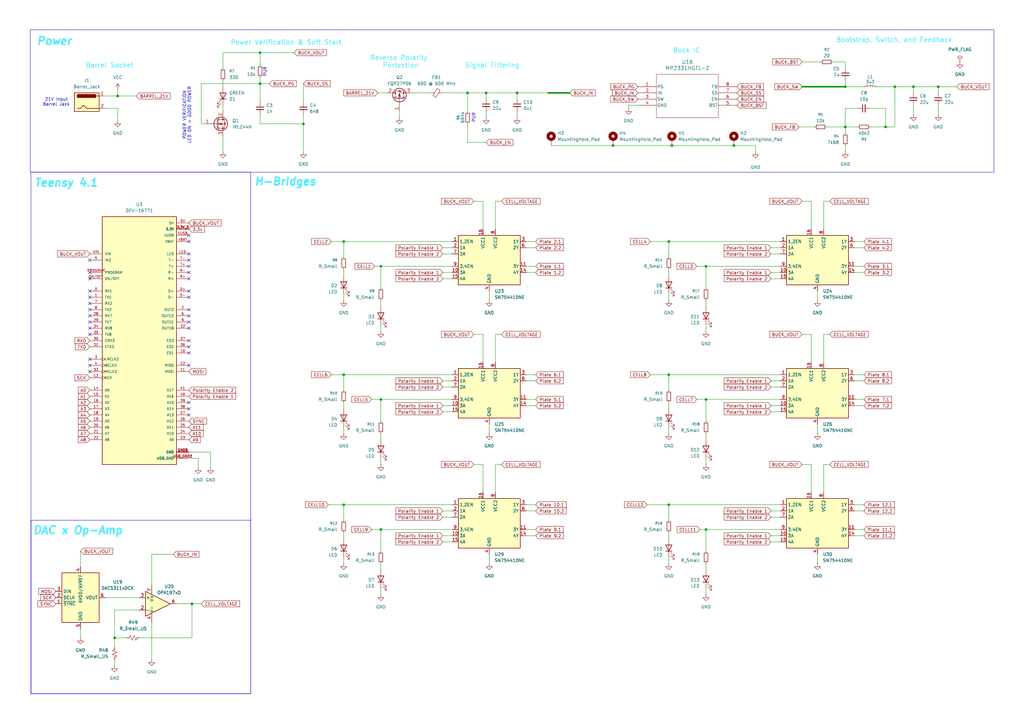
<source format=kicad_sch>
(kicad_sch (version 20250114) (generator "eeschema") (generator_version "9.0")
  (paper "A3")
  (title_block (title "FishShocker9000") (date "2025-07-01") (rev "V0.7") (company "UMass Chan Medical School"))
  (rectangle (start 12.446 12.192) (end 407.67 70.612))
  (rectangle (start 12.7 213.36) (end 102.87 284.48))
  (rectangle (start 12.7 70.612) (end 102.87 284.48))
  (text "POWER VERIFICATION\nLED ON = GOOD POWER" (at 76.708 47.244 90) (effects (font (size 1.27 1.27))))
  (text "Pogo Pin Connections (6 per Y, 2 per arm (3 arms))" (at 545.592 -30.734 0) (effects (font (size 5.08 5.08))))
  (text "PUR" (at 108.712 29.464 90) (effects (font (size 1.27 1.27))))
  (text "Barrel Socket" (at 44.958 26.924 0) (effects (font (size 1.905 1.905) (thickness 0.2381))))
  (text "DAC x Op-Amp" (at 32.004 217.678 0) (effects (font (size 3.175 3.175) (thickness 0.635) (bold yes) (italic yes))))
  (text "PUR" (at 194.31 48.26 90) (effects (font (size 1.27 1.27))))
  (text "Signal Filtering" (at 201.93 26.924 0) (effects (font (size 1.905 1.905) (thickness 0.2381))))
  (text "Power Verification & Soft Start" (at 117.348 17.526 0) (effects (font (size 1.905 1.905) (thickness 0.254) (bold yes))))
  (text "Reverse Polarity \nPortection" (at 164.338 25.4 0) (effects (font (size 1.905 1.905) (thickness 0.2381))))
  (text "H-Bridges" (at 117.094 74.676 0) (effects (font (size 3.175 3.175) (thickness 0.635) (bold yes) (italic yes))))
  (text "Teensy 4.1\n" (at 27.178 75.184 0) (effects (font (size 3.175 3.175) (thickness 0.635) (bold yes) (italic yes))))
  (text "Bootstrap, Switch, and Feedback" (at 366.776 16.51 0) (effects (font (size 1.905 1.905) (thickness 0.254) (bold yes))))
  (text "Buck IC" (at 281.686 20.828 0) (effects (font (size 1.905 1.905) (thickness 0.254) (bold yes))))
  (text "21V Input\nBarrel Jack" (at 23.114 41.91 0) (effects (font (size 1.27 1.27))))
  (text "Power" (at 22.352 17.018 0) (effects (font (size 3.175 3.175) (thickness 0.635) (bold yes) (italic yes))))
  (junction (at 492.76 293.37))
  (junction (at 464.82 62.23))
  (junction (at 492.76 127))
  (junction (at 212.09 38.1))
  (junction (at 579.12 72.39))
  (junction (at 156.21 217.17))
  (junction (at 492.76 118.11))
  (junction (at 384.81 35.56))
  (junction (at 289.56 163.83))
  (junction (at 464.82 237.49))
  (junction (at 579.12 285.75))
  (junction (at 464.82 127))
  (junction (at 140.97 207.01))
  (junction (at 492.76 15.24))
  (junction (at 124.46 50.8))
  (junction (at 492.76 228.6))
  (junction (at 607.06 175.26))
  (junction (at 346.71 52.07))
  (junction (at 363.22 52.07))
  (junction (at 492.76 62.23))
  (junction (at 607.06 128.27))
  (junction (at 464.82 118.11))
  (junction (at 251.46 59.69))
  (junction (at 607.06 16.51))
  (junction (at 607.06 229.87))
  (junction (at 579.12 16.51))
  (junction (at 579.12 63.5))
  (junction (at 274.32 207.01))
  (junction (at 492.76 182.88))
  (junction (at 464.82 6.35))
  (junction (at 607.06 184.15))
  (junction (at 367.03 35.56))
  (junction (at 48.26 39.37))
  (junction (at 607.06 72.39))
  (junction (at 492.76 71.12))
  (junction (at 156.21 163.83))
  (junction (at 579.12 128.27))
  (junction (at 464.82 182.88))
  (junction (at 579.12 238.76))
  (junction (at 156.21 109.22))
  (junction (at 374.65 35.56))
  (junction (at 274.32 153.67))
  (junction (at 607.06 63.5))
  (junction (at 492.76 284.48))
  (junction (at 46.99 261.62))
  (junction (at 607.06 119.38))
  (junction (at 579.12 119.38))
  (junction (at 464.82 15.24))
  (junction (at 464.82 293.37))
  (junction (at 579.12 229.87))
  (junction (at 579.12 7.62))
  (junction (at 140.97 99.06))
  (junction (at 464.82 228.6))
  (junction (at 492.76 237.49))
  (junction (at 275.59 59.69))
  (junction (at 607.06 7.62))
  (junction (at 289.56 217.17))
  (junction (at 346.71 35.56))
  (junction (at 289.56 109.22))
  (junction (at 607.06 294.64))
  (junction (at 607.06 285.75))
  (junction (at 464.82 71.12))
  (junction (at 492.76 6.35))
  (junction (at 106.68 21.59))
  (junction (at 579.12 184.15))
  (junction (at 140.97 153.67))
  (junction (at 579.12 175.26))
  (junction (at 300.99 59.69))
  (junction (at 199.39 38.1))
  (junction (at 78.74 247.65))
  (junction (at 106.68 34.29))
  (junction (at 607.06 238.76))
  (junction (at 464.82 284.48))
  (junction (at 464.82 173.99))
  (junction (at 274.32 99.06))
  (junction (at 492.76 173.99))
  (junction (at 191.77 38.1))
  (junction (at 579.12 294.64))
  (no_connect (at 77.47 132.08))
  (no_connect (at 36.83 149.86))
  (no_connect (at 36.83 129.54))
  (no_connect (at 36.83 137.16))
  (no_connect (at 77.47 165.1))
  (no_connect (at 77.47 134.62))
  (no_connect (at 36.83 152.4))
  (no_connect (at 77.47 149.86))
  (no_connect (at 36.83 124.46))
  (no_connect (at 36.83 106.68))
  (no_connect (at 77.47 114.3))
  (no_connect (at 36.83 111.76))
  (no_connect (at 36.83 121.92))
  (no_connect (at 77.47 127))
  (no_connect (at 77.47 121.92))
  (no_connect (at 77.47 109.22))
  (no_connect (at 36.83 119.38))
  (no_connect (at 77.47 139.7))
  (no_connect (at 36.83 132.08))
  (no_connect (at 77.47 106.68))
  (no_connect (at 77.47 104.14))
  (no_connect (at 77.47 96.52))
  (no_connect (at 77.47 167.64))
  (no_connect (at 77.47 99.06))
  (no_connect (at 77.47 129.54))
  (no_connect (at 36.83 127))
  (no_connect (at 77.47 119.38))
  (no_connect (at 36.83 114.3))
  (no_connect (at 77.47 144.78))
  (no_connect (at 36.83 147.32))
  (no_connect (at 77.47 142.24))
  (no_connect (at 36.83 134.62))
  (no_connect (at 77.47 170.18))
  (no_connect (at 77.47 111.76))
  (wire (pts (xy 275.59 59.69) (xy 300.99 59.69)))
  (wire (pts (xy 82.55 34.29) (xy 82.55 50.8)))
  (wire (pts (xy 316.23 111.76) (xy 320.04 111.76)))
  (wire (pts (xy 156.21 233.68) (xy 156.21 231.14)))
  (wire (pts (xy 556.26 175.26) (xy 579.12 175.26)))
  (wire (pts (xy 156.21 109.22) (xy 185.42 109.22)))
  (wire (pts (xy 464.82 71.12) (xy 492.76 71.12)))
  (wire (pts (xy 274.32 99.06) (xy 274.32 105.41)))
  (wire (pts (xy 140.97 113.03) (xy 140.97 110.49)))
  (wire (pts (xy 106.68 34.29) (xy 106.68 41.91)))
  (wire (pts (xy 607.06 175.26) (xy 637.54 175.26)))
  (wire (pts (xy 91.44 43.18) (xy 91.44 45.72)))
  (wire (pts (xy 191.77 50.8) (xy 191.77 58.42)))
  (wire (pts (xy 607.06 240.03) (xy 607.06 238.76)))
  (wire (pts (xy 607.06 119.38) (xy 607.06 118.11)))
  (wire (pts (xy 205.74 190.5) (xy 203.2 190.5)))
  (wire (pts (xy 607.06 229.87) (xy 607.06 228.6)))
  (wire (pts (xy 637.54 73.66) (xy 637.54 72.39)))
  (wire (pts (xy 441.96 182.88) (xy 464.82 182.88)))
  (wire (pts (xy 374.65 35.56) (xy 374.65 38.1)))
  (wire (pts (xy 637.54 175.26) (xy 637.54 173.99)))
  (wire (pts (xy 274.32 167.64) (xy 274.32 165.1)))
  (wire (pts (xy 492.76 71.12) (xy 523.24 71.12)))
  (wire (pts (xy 492.76 184.15) (xy 492.76 182.88)))
  (wire (pts (xy 637.54 285.75) (xy 637.54 284.48)))
  (wire (pts (xy 492.76 16.51) (xy 492.76 15.24)))
  (wire (pts (xy 607.06 238.76) (xy 637.54 238.76)))
  (wire (pts (xy 199.39 45.72) (xy 199.39 48.26)))
  (wire (pts (xy 441.96 284.48) (xy 464.82 284.48)))
  (wire (pts (xy 316.23 166.37) (xy 320.04 166.37)))
  (wire (pts (xy 198.12 82.55) (xy 198.12 93.98)))
  (wire (pts (xy 556.26 229.87) (xy 579.12 229.87)))
  (wire (pts (xy 607.06 175.26) (xy 607.06 173.99)))
  (wire (pts (xy 492.76 237.49) (xy 523.24 237.49)))
  (wire (pts (xy 374.65 35.56) (xy 384.81 35.56)))
  (wire (pts (xy 152.4 217.17) (xy 156.21 217.17)))
  (wire (pts (xy 251.46 59.69) (xy 275.59 59.69)))
  (wire (pts (xy 346.71 35.56) (xy 328.93 35.56)) (stroke (width 0.635)))
  (wire (pts (xy 579.12 285.75) (xy 607.06 285.75)))
  (wire (pts (xy 266.7 99.06) (xy 274.32 99.06)))
  (wire (pts (xy 464.82 173.99) (xy 492.76 173.99)))
  (wire (pts (xy 274.32 99.06) (xy 320.04 99.06)))
  (wire (pts (xy 181.61 222.25) (xy 185.42 222.25)))
  (wire (pts (xy 441.96 127) (xy 464.82 127)))
  (wire (pts (xy 492.76 284.48) (xy 492.76 283.21)))
  (wire (pts (xy 332.74 82.55) (xy 332.74 93.98)))
  (wire (pts (xy 346.71 44.45) (xy 351.79 44.45)))
  (wire (pts (xy 523.24 228.6) (xy 523.24 227.33)))
  (wire (pts (xy 607.06 184.15) (xy 637.54 184.15)))
  (wire (pts (xy 579.12 184.15) (xy 607.06 184.15)))
  (wire (pts (xy 91.44 33.02) (xy 91.44 35.56)))
  (wire (pts (xy 46.99 261.62) (xy 52.07 261.62)))
  (wire (pts (xy 335.28 173.99) (xy 335.28 177.8)))
  (wire (pts (xy 607.06 63.5) (xy 607.06 62.23)))
  (wire (pts (xy 289.56 217.17) (xy 320.04 217.17)))
  (wire (pts (xy 205.74 137.16) (xy 203.2 137.16)))
  (wire (pts (xy 556.26 294.64) (xy 579.12 294.64)))
  (wire (pts (xy 153.67 109.22) (xy 156.21 109.22)))
  (wire (pts (xy 181.61 156.21) (xy 185.42 156.21)))
  (wire (pts (xy 340.36 190.5) (xy 337.82 190.5)))
  (wire (pts (xy 579.12 175.26) (xy 579.12 173.99)))
  (wire (pts (xy 181.61 209.55) (xy 185.42 209.55)))
  (wire (pts (xy 289.56 135.89) (xy 289.56 133.35)))
  (wire (pts (xy 219.71 163.83) (xy 215.9 163.83)))
  (wire (pts (xy 363.22 44.45) (xy 356.87 44.45)))
  (wire (pts (xy 152.4 163.83) (xy 156.21 163.83)))
  (wire (pts (xy 579.12 229.87) (xy 579.12 228.6)))
  (wire (pts (xy 140.97 99.06) (xy 140.97 105.41)))
  (wire (pts (xy 441.96 118.11) (xy 464.82 118.11)))
  (wire (pts (xy 77.47 187.96) (xy 81.28 187.96)))
  (wire (pts (xy 607.06 229.87) (xy 637.54 229.87)))
  (wire (pts (xy 579.12 63.5) (xy 607.06 63.5)))
  (wire (pts (xy 579.12 7.62) (xy 607.06 7.62)))
  (wire (pts (xy 367.03 35.56) (xy 367.03 52.07)))
  (wire (pts (xy 464.82 228.6) (xy 464.82 227.33)))
  (wire (pts (xy 335.28 119.38) (xy 335.28 123.19)))
  (wire (pts (xy 274.32 177.8) (xy 274.32 175.26)))
  (wire (pts (xy 86.36 185.42) (xy 86.36 191.77)))
  (wire (pts (xy 181.61 158.75) (xy 185.42 158.75)))
  (wire (pts (xy 274.32 123.19) (xy 274.32 120.65)))
  (wire (pts (xy 363.22 52.07) (xy 363.22 44.45)))
  (wire (pts (xy 464.82 128.27) (xy 464.82 127)))
  (wire (pts (xy 46.99 270.51) (xy 46.99 273.05)))
  (wire (pts (xy 181.61 104.14) (xy 185.42 104.14)))
  (wire (pts (xy 135.89 99.06) (xy 140.97 99.06)))
  (wire (pts (xy 156.21 217.17) (xy 185.42 217.17)))
  (wire (pts (xy 257.81 43.18) (xy 257.81 44.45)))
  (wire (pts (xy 384.81 43.18) (xy 384.81 46.99)))
  (wire (pts (xy 523.24 62.23) (xy 523.24 60.96)))
  (wire (pts (xy 359.41 35.56) (xy 367.03 35.56)))
  (wire (pts (xy 140.97 207.01) (xy 185.42 207.01)))
  (wire (pts (xy 607.06 17.78) (xy 607.06 16.51)))
  (wire (pts (xy 289.56 109.22) (xy 320.04 109.22)))
  (wire (pts (xy 441.96 237.49) (xy 464.82 237.49)))
  (wire (pts (xy 637.54 229.87) (xy 637.54 228.6)))
  (wire (pts (xy 523.24 6.35) (xy 523.24 5.08)))
  (wire (pts (xy 607.06 128.27) (xy 637.54 128.27)))
  (wire (pts (xy 124.46 46.99) (xy 124.46 50.8)))
  (wire (pts (xy 316.23 156.21) (xy 320.04 156.21)))
  (wire (pts (xy 274.32 231.14) (xy 274.32 228.6)))
  (wire (pts (xy 556.26 128.27) (xy 579.12 128.27)))
  (wire (pts (xy 289.56 190.5) (xy 289.56 187.96)))
  (wire (pts (xy 219.71 156.21) (xy 215.9 156.21)))
  (wire (pts (xy 48.26 39.37) (xy 55.88 39.37)))
  (wire (pts (xy 464.82 16.51) (xy 464.82 15.24)))
  (wire (pts (xy 464.82 118.11) (xy 464.82 116.84)))
  (wire (pts (xy 46.99 250.19) (xy 57.15 250.19)))
  (wire (pts (xy 464.82 118.11) (xy 492.76 118.11)))
  (wire (pts (xy 62.23 240.03) (xy 62.23 227.33)))
  (wire (pts (xy 156.21 243.84) (xy 156.21 241.3)))
  (wire (pts (xy 219.71 166.37) (xy 215.9 166.37)))
  (wire (pts (xy 384.81 35.56) (xy 392.43 35.56)))
  (wire (pts (xy 464.82 62.23) (xy 464.82 60.96)))
  (wire (pts (xy 134.62 207.01) (xy 140.97 207.01)))
  (wire (pts (xy 492.76 62.23) (xy 492.76 60.96)))
  (wire (pts (xy 607.06 72.39) (xy 637.54 72.39)))
  (wire (pts (xy 124.46 50.8) (xy 124.46 62.23)))
  (wire (pts (xy 492.76 6.35) (xy 523.24 6.35)))
  (wire (pts (xy 607.06 129.54) (xy 607.06 128.27)))
  (wire (pts (xy 219.71 109.22) (xy 215.9 109.22)))
  (wire (pts (xy 78.74 247.65) (xy 82.55 247.65)))
  (wire (pts (xy 441.96 228.6) (xy 464.82 228.6)))
  (wire (pts (xy 43.18 39.37) (xy 48.26 39.37)))
  (wire (pts (xy 464.82 293.37) (xy 492.76 293.37)))
  (wire (pts (xy 124.46 34.29) (xy 124.46 41.91)))
  (wire (pts (xy 203.2 137.16) (xy 203.2 148.59)))
  (wire (pts (xy 332.74 190.5) (xy 332.74 201.93)))
  (wire (pts (xy 523.24 118.11) (xy 523.24 116.84)))
  (wire (pts (xy 346.71 52.07) (xy 346.71 54.61)))
  (wire (pts (xy 607.06 119.38) (xy 637.54 119.38)))
  (wire (pts (xy 492.76 284.48) (xy 523.24 284.48)))
  (wire (pts (xy 191.77 58.42) (xy 199.39 58.42)))
  (wire (pts (xy 316.23 101.6) (xy 320.04 101.6)))
  (wire (pts (xy 219.71 207.01) (xy 215.9 207.01)))
  (wire (pts (xy 328.93 137.16) (xy 332.74 137.16)))
  (wire (pts (xy 181.61 114.3) (xy 185.42 114.3)))
  (wire (pts (xy 289.56 163.83) (xy 289.56 172.72)))
  (wire (pts (xy 156.21 180.34) (xy 156.21 177.8)))
  (wire (pts (xy 367.03 35.56) (xy 374.65 35.56)))
  (wire (pts (xy 156.21 125.73) (xy 156.21 123.19)))
  (wire (pts (xy 441.96 15.24) (xy 464.82 15.24)))
  (wire (pts (xy 492.76 127) (xy 523.24 127)))
  (wire (pts (xy 607.06 7.62) (xy 607.06 6.35)))
  (wire (pts (xy 316.23 219.71) (xy 320.04 219.71)))
  (wire (pts (xy 316.23 114.3) (xy 320.04 114.3)))
  (wire (pts (xy 91.44 21.59) (xy 106.68 21.59)))
  (wire (pts (xy 327.66 52.07) (xy 334.01 52.07)))
  (wire (pts (xy 140.97 167.64) (xy 140.97 165.1)))
  (wire (pts (xy 140.97 153.67) (xy 140.97 160.02)))
  (wire (pts (xy 46.99 261.62) (xy 46.99 265.43)))
  (wire (pts (xy 579.12 229.87) (xy 607.06 229.87)))
  (wire (pts (xy 492.76 128.27) (xy 492.76 127)))
  (wire (pts (xy 556.26 184.15) (xy 579.12 184.15)))
  (wire (pts (xy 492.76 294.64) (xy 492.76 293.37)))
  (wire (pts (xy 77.47 185.42) (xy 86.36 185.42)))
  (wire (pts (xy 464.82 294.64) (xy 464.82 293.37)))
  (wire (pts (xy 350.52 219.71) (xy 354.33 219.71)))
  (wire (pts (xy 340.36 82.55) (xy 337.82 82.55)))
  (wire (pts (xy 219.71 111.76) (xy 215.9 111.76)))
  (wire (pts (xy 441.96 173.99) (xy 464.82 173.99)))
  (wire (pts (xy 464.82 15.24) (xy 492.76 15.24)))
  (wire (pts (xy 316.23 158.75) (xy 320.04 158.75)))
  (wire (pts (xy 340.36 137.16) (xy 337.82 137.16)))
  (wire (pts (xy 579.12 7.62) (xy 579.12 6.35)))
  (wire (pts (xy 289.56 125.73) (xy 289.56 123.19)))
  (wire (pts (xy 140.97 207.01) (xy 140.97 213.36)))
  (wire (pts (xy 203.2 82.55) (xy 203.2 93.98)))
  (wire (pts (xy 191.77 38.1) (xy 199.39 38.1)))
  (wire (pts (xy 464.82 184.15) (xy 464.82 182.88)))
  (wire (pts (xy 607.06 285.75) (xy 637.54 285.75)))
  (wire (pts (xy 156.21 190.5) (xy 156.21 187.96)))
  (wire (pts (xy 556.26 119.38) (xy 579.12 119.38)))
  (wire (pts (xy 289.56 243.84) (xy 289.56 241.3)))
  (wire (pts (xy 332.74 137.16) (xy 332.74 148.59)))
  (wire (pts (xy 285.75 109.22) (xy 289.56 109.22)))
  (wire (pts (xy 215.9 219.71) (xy 219.71 219.71)))
  (wire (pts (xy 579.12 175.26) (xy 607.06 175.26)))
  (wire (pts (xy 289.56 163.83) (xy 320.04 163.83)))
  (wire (pts (xy 579.12 185.42) (xy 579.12 184.15)))
  (wire (pts (xy 274.32 207.01) (xy 320.04 207.01)))
  (wire (pts (xy 194.31 190.5) (xy 198.12 190.5)))
  (wire (pts (xy 106.68 21.59) (xy 106.68 26.67)))
  (wire (pts (xy 156.21 135.89) (xy 156.21 133.35)))
  (wire (pts (xy 181.61 219.71) (xy 185.42 219.71)))
  (wire (pts (xy 354.33 207.01) (xy 350.52 207.01)))
  (wire (pts (xy 199.39 38.1) (xy 212.09 38.1)))
  (wire (pts (xy 556.26 285.75) (xy 579.12 285.75)))
  (wire (pts (xy 156.21 163.83) (xy 156.21 172.72)))
  (wire (pts (xy 579.12 119.38) (xy 579.12 118.11)))
  (wire (pts (xy 579.12 240.03) (xy 579.12 238.76)))
  (wire (pts (xy 140.97 177.8) (xy 140.97 175.26)))
  (wire (pts (xy 492.76 118.11) (xy 492.76 116.84)))
  (wire (pts (xy 607.06 294.64) (xy 637.54 294.64)))
  (wire (pts (xy 356.87 52.07) (xy 363.22 52.07)))
  (wire (pts (xy 274.32 220.98) (xy 274.32 218.44)))
  (wire (pts (xy 203.2 190.5) (xy 203.2 201.93)))
  (wire (pts (xy 289.56 233.68) (xy 289.56 231.14)))
  (wire (pts (xy 363.22 52.07) (xy 367.03 52.07)))
  (wire (pts (xy 579.12 294.64) (xy 607.06 294.64)))
  (wire (pts (xy 637.54 119.38) (xy 637.54 118.11)))
  (wire (pts (xy 43.18 245.11) (xy 57.15 245.11)))
  (wire (pts (xy 289.56 180.34) (xy 289.56 177.8)))
  (wire (pts (xy 181.61 212.09) (xy 185.42 212.09)))
  (wire (pts (xy 198.12 137.16) (xy 198.12 148.59)))
  (wire (pts (xy 346.71 59.69) (xy 346.71 62.23)))
  (wire (pts (xy 464.82 62.23) (xy 492.76 62.23)))
  (wire (pts (xy 523.24 284.48) (xy 523.24 283.21)))
  (wire (pts (xy 57.15 261.62) (xy 78.74 261.62)))
  (wire (pts (xy 106.68 34.29) (xy 110.49 34.29)))
  (wire (pts (xy 464.82 6.35) (xy 464.82 5.08)))
  (wire (pts (xy 316.23 222.25) (xy 320.04 222.25)))
  (wire (pts (xy 106.68 46.99) (xy 106.68 50.8)))
  (wire (pts (xy 200.66 119.38) (xy 200.66 123.19)))
  (wire (pts (xy 194.31 137.16) (xy 198.12 137.16)))
  (wire (pts (xy 91.44 55.88) (xy 91.44 62.23)))
  (wire (pts (xy 181.61 111.76) (xy 185.42 111.76)))
  (wire (pts (xy 523.24 72.39) (xy 523.24 71.12)))
  (wire (pts (xy 464.82 284.48) (xy 492.76 284.48)))
  (wire (pts (xy 607.06 7.62) (xy 637.54 7.62)))
  (wire (pts (xy 316.23 168.91) (xy 320.04 168.91)))
  (wire (pts (xy 354.33 101.6) (xy 350.52 101.6)))
  (wire (pts (xy 523.24 294.64) (xy 523.24 293.37)))
  (wire (pts (xy 464.82 237.49) (xy 492.76 237.49)))
  (wire (pts (xy 316.23 104.14) (xy 320.04 104.14)))
  (wire (pts (xy 135.89 153.67) (xy 140.97 153.67)))
  (wire (pts (xy 492.76 72.39) (xy 492.76 71.12)))
  (wire (pts (xy 354.33 156.21) (xy 350.52 156.21)))
  (wire (pts (xy 492.76 228.6) (xy 523.24 228.6)))
  (wire (pts (xy 637.54 7.62) (xy 637.54 6.35)))
  (wire (pts (xy 556.26 16.51) (xy 579.12 16.51)))
  (wire (pts (xy 354.33 111.76) (xy 350.52 111.76)))
  (wire (pts (xy 523.24 238.76) (xy 523.24 237.49)))
  (wire (pts (xy 354.33 153.67) (xy 350.52 153.67)))
  (wire (pts (xy 274.32 153.67) (xy 274.32 160.02)))
  (wire (pts (xy 579.12 295.91) (xy 579.12 294.64)))
  (wire (pts (xy 289.56 109.22) (xy 289.56 118.11)))
  (wire (pts (xy 106.68 50.8) (xy 124.46 50.8)))
  (wire (pts (xy 82.55 50.8) (xy 83.82 50.8)))
  (wire (pts (xy 346.71 35.56) (xy 354.33 35.56)))
  (wire (pts (xy 316.23 212.09) (xy 320.04 212.09)))
  (wire (pts (xy 199.39 40.64) (xy 199.39 38.1)))
  (wire (pts (xy 464.82 6.35) (xy 492.76 6.35)))
  (wire (pts (xy 464.82 72.39) (xy 464.82 71.12)))
  (wire (pts (xy 337.82 137.16) (xy 337.82 148.59)))
  (wire (pts (xy 346.71 25.4) (xy 346.71 27.94)))
  (wire (pts (xy 78.74 247.65) (xy 72.39 247.65)))
  (wire (pts (xy 215.9 209.55) (xy 219.71 209.55)))
  (wire (pts (xy 637.54 185.42) (xy 637.54 184.15)))
  (wire (pts (xy 523.24 184.15) (xy 523.24 182.88)))
  (wire (pts (xy 198.12 190.5) (xy 198.12 201.93)))
  (wire (pts (xy 328.93 25.4) (xy 336.55 25.4)))
  (wire (pts (xy 140.97 231.14) (xy 140.97 228.6)))
  (wire (pts (xy 181.61 168.91) (xy 185.42 168.91)))
  (wire (pts (xy 335.28 227.33) (xy 335.28 231.14)))
  (wire (pts (xy 556.26 238.76) (xy 579.12 238.76)))
  (wire (pts (xy 607.06 73.66) (xy 607.06 72.39)))
  (wire (pts (xy 261.62 43.18) (xy 257.81 43.18)))
  (wire (pts (xy 374.65 43.18) (xy 374.65 46.99)))
  (wire (pts (xy 464.82 284.48) (xy 464.82 283.21)))
  (wire (pts (xy 556.26 72.39) (xy 579.12 72.39)))
  (wire (pts (xy 212.09 38.1) (xy 224.79 38.1)))
  (wire (pts (xy 78.74 247.65) (xy 78.74 261.62)))
  (wire (pts (xy 140.97 153.67) (xy 185.42 153.67)))
  (wire (pts (xy 274.32 113.03) (xy 274.32 110.49)))
  (wire (pts (xy 285.75 163.83) (xy 289.56 163.83)))
  (wire (pts (xy 156.21 163.83) (xy 185.42 163.83)))
  (wire (pts (xy 607.06 185.42) (xy 607.06 184.15)))
  (wire (pts (xy 492.76 118.11) (xy 523.24 118.11)))
  (wire (pts (xy 140.97 123.19) (xy 140.97 120.65)))
  (wire (pts (xy 91.44 21.59) (xy 91.44 27.94)))
  (wire (pts (xy 579.12 16.51) (xy 607.06 16.51)))
  (wire (pts (xy 464.82 127) (xy 492.76 127)))
  (wire (pts (xy 309.88 59.69) (xy 300.99 59.69)))
  (wire (pts (xy 212.09 38.1) (xy 212.09 40.64)))
  (wire (pts (xy 346.71 33.02) (xy 346.71 35.56)))
  (wire (pts (xy 156.21 217.17) (xy 156.21 226.06)))
  (wire (pts (xy 337.82 190.5) (xy 337.82 201.93)))
  (wire (pts (xy 354.33 109.22) (xy 350.52 109.22)))
  (wire (pts (xy 168.91 38.1) (xy 176.53 38.1)))
  (wire (pts (xy 556.26 63.5) (xy 579.12 63.5)))
  (wire (pts (xy 441.96 71.12) (xy 464.82 71.12)))
  (wire (pts (xy 464.82 182.88) (xy 492.76 182.88)))
  (wire (pts (xy 492.76 15.24) (xy 523.24 15.24)))
  (wire (pts (xy 226.06 59.69) (xy 251.46 59.69)))
  (wire (pts (xy 265.43 207.01) (xy 274.32 207.01)))
  (wire (pts (xy 194.31 82.55) (xy 198.12 82.55)))
  (wire (pts (xy 337.82 82.55) (xy 337.82 93.98)))
  (wire (pts (xy 181.61 38.1) (xy 191.77 38.1)))
  (wire (pts (xy 81.28 187.96) (xy 81.28 191.77)))
  (wire (pts (xy 219.71 153.67) (xy 215.9 153.67)))
  (wire (pts (xy 62.23 255.27) (xy 62.23 270.51)))
  (wire (pts (xy 579.12 129.54) (xy 579.12 128.27)))
  (wire (pts (xy 48.26 36.83) (xy 48.26 39.37)))
  (wire (pts (xy 579.12 119.38) (xy 607.06 119.38)))
  (wire (pts (xy 328.93 82.55) (xy 332.74 82.55)))
  (wire (pts (xy 579.12 73.66) (xy 579.12 72.39)))
  (wire (pts (xy 354.33 99.06) (xy 350.52 99.06)))
  (wire (pts (xy 492.76 182.88) (xy 523.24 182.88)))
  (wire (pts (xy 181.61 101.6) (xy 185.42 101.6)))
  (wire (pts (xy 579.12 238.76) (xy 607.06 238.76)))
  (wire (pts (xy 191.77 38.1) (xy 191.77 45.72)))
  (wire (pts (xy 464.82 228.6) (xy 492.76 228.6)))
  (wire (pts (xy 579.12 72.39) (xy 607.06 72.39)))
  (wire (pts (xy 341.63 25.4) (xy 346.71 25.4)))
  (wire (pts (xy 579.12 128.27) (xy 607.06 128.27)))
  (wire (pts (xy 106.68 34.29) (xy 82.55 34.29)))
  (wire (pts (xy 346.71 52.07) (xy 351.79 52.07)))
  (wire (pts (xy 106.68 31.75) (xy 106.68 34.29)))
  (wire (pts (xy 205.74 82.55) (xy 203.2 82.55)))
  (wire (pts (xy 464.82 173.99) (xy 464.82 172.72)))
  (wire (pts (xy 607.06 16.51) (xy 637.54 16.51)))
  (wire (pts (xy 354.33 163.83) (xy 350.52 163.83)))
  (wire (pts (xy 215.9 217.17) (xy 219.71 217.17)))
  (wire (pts (xy 464.82 238.76) (xy 464.82 237.49)))
  (wire (pts (xy 384.81 35.56) (xy 384.81 38.1)))
  (wire (pts (xy 140.97 220.98) (xy 140.97 218.44)))
  (wire (pts (xy 637.54 129.54) (xy 637.54 128.27)))
  (wire (pts (xy 181.61 166.37) (xy 185.42 166.37)))
  (wire (pts (xy 523.24 16.51) (xy 523.24 15.24)))
  (wire (pts (xy 48.26 44.45) (xy 48.26 49.53)))
  (wire (pts (xy 309.88 62.23) (xy 309.88 59.69)))
  (wire (pts (xy 163.83 45.72) (xy 163.83 48.26)))
  (wire (pts (xy 33.02 257.81) (xy 33.02 261.62)))
  (wire (pts (xy 46.99 250.19) (xy 46.99 261.62)))
  (wire (pts (xy 579.12 285.75) (xy 579.12 284.48)))
  (wire (pts (xy 289.56 217.17) (xy 289.56 226.06)))
  (wire (pts (xy 607.06 285.75) (xy 607.06 284.48)))
  (wire (pts (xy 339.09 52.07) (xy 346.71 52.07)))
  (wire (pts (xy 140.97 99.06) (xy 185.42 99.06)))
  (wire (pts (xy 492.76 173.99) (xy 523.24 173.99)))
  (wire (pts (xy 274.32 207.01) (xy 274.32 213.36)))
  (wire (pts (xy 350.52 217.17) (xy 354.33 217.17)))
  (wire (pts (xy 637.54 63.5) (xy 637.54 62.23)))
  (wire (pts (xy 346.71 52.07) (xy 346.71 44.45)))
  (wire (pts (xy 200.66 173.99) (xy 200.66 177.8)))
  (wire (pts (xy 441.96 6.35) (xy 464.82 6.35)))
  (wire (pts (xy 354.33 209.55) (xy 350.52 209.55)))
  (wire (pts (xy 287.02 217.17) (xy 289.56 217.17)))
  (wire (pts (xy 637.54 295.91) (xy 637.54 294.64)))
  (wire (pts (xy 441.96 293.37) (xy 464.82 293.37)))
  (wire (pts (xy 354.33 166.37) (xy 350.52 166.37)))
  (wire (pts (xy 607.06 63.5) (xy 637.54 63.5)))
  (wire (pts (xy 212.09 45.72) (xy 212.09 48.26)))
  (wire (pts (xy 523.24 173.99) (xy 523.24 172.72)))
  (wire (pts (xy 219.71 101.6) (xy 215.9 101.6)))
  (wire (pts (xy 328.93 190.5) (xy 332.74 190.5)))
  (wire (pts (xy 156.21 109.22) (xy 156.21 118.11)))
  (wire (pts (xy 637.54 240.03) (xy 637.54 238.76)))
  (wire (pts (xy 607.06 295.91) (xy 607.06 294.64)))
  (wire (pts (xy 579.12 17.78) (xy 579.12 16.51)))
  (wire (pts (xy 316.23 209.55) (xy 320.04 209.55)))
  (wire (pts (xy 441.96 62.23) (xy 464.82 62.23)))
  (wire (pts (xy 492.76 6.35) (xy 492.76 5.08)))
  (wire (pts (xy 224.79 38.1) (xy 233.68 38.1)) (stroke (width 0.635)))
  (wire (pts (xy 492.76 173.99) (xy 492.76 172.72)))
  (wire (pts (xy 492.76 293.37) (xy 523.24 293.37)))
  (wire (pts (xy 33.02 226.06) (xy 33.02 232.41)))
  (wire (pts (xy 492.76 62.23) (xy 523.24 62.23)))
  (wire (pts (xy 62.23 227.33) (xy 71.12 227.33)))
  (wire (pts (xy 637.54 17.78) (xy 637.54 16.51)))
  (wire (pts (xy 492.76 228.6) (xy 492.76 227.33)))
  (wire (pts (xy 266.7 153.67) (xy 274.32 153.67)))
  (wire (pts (xy 274.32 153.67) (xy 320.04 153.67)))
  (wire (pts (xy 579.12 63.5) (xy 579.12 62.23)))
  (wire (pts (xy 120.65 21.59) (xy 106.68 21.59)))
  (wire (pts (xy 43.18 44.45) (xy 48.26 44.45)))
  (wire (pts (xy 154.94 38.1) (xy 158.75 38.1)))
  (wire (pts (xy 200.66 227.33) (xy 200.66 231.14)))
  (wire (pts (xy 492.76 238.76) (xy 492.76 237.49)))
  (wire (pts (xy 523.24 128.27) (xy 523.24 127)))
  (wire (pts (xy 556.26 7.62) (xy 579.12 7.62)))
  (wire (pts (xy 219.71 99.06) (xy 215.9 99.06)))
  (global_label "BUCK_SS" (shape input) (at 124.46 34.29 0) (property "Intersheetrefs" "${INTERSHEET_REFS}" (effects (hide yes))))
  (global_label "Plate 10.1" (shape input) (at 556.26 238.76 180) (property "Intersheetrefs" "${INTERSHEET_REFS}" (effects (hide yes))))
  (global_label "Plate 5.1" (shape input) (at 219.71 163.83 0) (property "Intersheetrefs" "${INTERSHEET_REFS}" (effects (hide yes))))
  (global_label "A2" (shape input) (at 36.83 165.1 180) (property "Intersheetrefs" "${INTERSHEET_REFS}" (effects (hide yes))))
  (global_label "BUCK_VOUT" (shape input) (at 36.83 104.14 180) (property "Intersheetrefs" "${INTERSHEET_REFS}" (effects (hide yes))))
  (global_label "BUCK_PG" (shape input) (at 110.49 34.29 0) (property "Intersheetrefs" "${INTERSHEET_REFS}" (effects (hide yes))))
  (global_label "BUCK_VOUT" (shape input) (at 328.93 190.5 180) (property "Intersheetrefs" "${INTERSHEET_REFS}" (effects (hide yes))))
  (global_label "BUCK_IN" (shape input) (at 261.62 38.1 180) (property "Intersheetrefs" "${INTERSHEET_REFS}" (effects (hide yes))))
  (global_label "Plate 9.2" (shape input) (at 219.71 219.71 0) (property "Intersheetrefs" "${INTERSHEET_REFS}" (effects (hide yes))))
  (global_label "CELL_VOLTAGE" (shape input) (at 205.74 137.16 0) (property "Intersheetrefs" "${INTERSHEET_REFS}" (effects (hide yes))))
  (global_label "Plate 8.1" (shape input) (at 354.33 153.67 0) (property "Intersheetrefs" "${INTERSHEET_REFS}" (effects (hide yes))))
  (global_label "Polarity Enable 1" (shape input) (at 181.61 101.6 180) (property "Intersheetrefs" "${INTERSHEET_REFS}" (effects (hide yes))))
  (global_label "Plate 2.1" (shape input) (at 219.71 99.06 0) (property "Intersheetrefs" "${INTERSHEET_REFS}" (effects (hide yes))))
  (global_label "A8" (shape input) (at 36.83 180.34 180) (property "Intersheetrefs" "${INTERSHEET_REFS}" (effects (hide yes))))
  (global_label "Plate 4.2" (shape input) (at 354.33 101.6 0) (property "Intersheetrefs" "${INTERSHEET_REFS}" (effects (hide yes))))
  (global_label "CELL1" (shape input) (at 153.67 109.22 180) (property "Intersheetrefs" "${INTERSHEET_REFS}" (effects (hide yes))))
  (global_label "Polarity Enable 2" (shape input) (at 181.61 168.91 180) (property "Intersheetrefs" "${INTERSHEET_REFS}" (effects (hide yes))))
  (global_label "BUCK_IN" (shape input) (at 71.12 227.33 0) (property "Intersheetrefs" "${INTERSHEET_REFS}" (effects (hide yes))))
  (global_label "CELL2" (shape input) (at 135.89 99.06 180) (property "Intersheetrefs" "${INTERSHEET_REFS}" (effects (hide yes))))
  (global_label "Polarity Enable 2" (shape input) (at 181.61 222.25 180) (property "Intersheetrefs" "${INTERSHEET_REFS}" (effects (hide yes))))
  (global_label "BUCK_VOUT" (shape input) (at 33.02 226.06 0) (property "Intersheetrefs" "${INTERSHEET_REFS}" (effects (hide yes))))
  (global_label "Polarity Enable 2" (shape input) (at 181.61 104.14 180) (property "Intersheetrefs" "${INTERSHEET_REFS}" (effects (hide yes))))
  (global_label "3.3v" (shape input) (at 77.47 93.98 0) (property "Intersheetrefs" "${INTERSHEET_REFS}" (effects (hide yes))))
  (global_label "CELL7" (shape input) (at 285.75 163.83 180) (property "Intersheetrefs" "${INTERSHEET_REFS}" (effects (hide yes))))
  (global_label "CELL_VOLTAGE" (shape input) (at 205.74 190.5 0) (property "Intersheetrefs" "${INTERSHEET_REFS}" (effects (hide yes))))
  (global_label "A9" (shape input) (at 77.47 180.34 0) (property "Intersheetrefs" "${INTERSHEET_REFS}" (effects (hide yes))))
  (global_label "Plate 6.1" (shape input) (at 556.26 128.27 180) (property "Intersheetrefs" "${INTERSHEET_REFS}" (effects (hide yes))))
  (global_label "Plate 2.2" (shape input) (at 219.71 101.6 0) (property "Intersheetrefs" "${INTERSHEET_REFS}" (effects (hide yes))))
  (global_label "CELL_VOLTAGE" (shape input) (at 340.36 82.55 0) (property "Intersheetrefs" "${INTERSHEET_REFS}" (effects (hide yes))))
  (global_label "BUCK_VOUT" (shape input) (at 194.31 82.55 180) (property "Intersheetrefs" "${INTERSHEET_REFS}" (effects (hide yes))))
  (global_label "Plate 3.1" (shape input) (at 441.96 71.12 180) (property "Intersheetrefs" "${INTERSHEET_REFS}" (effects (hide yes))))
  (global_label "Polarity Enable 1" (shape input) (at 181.61 111.76 180) (property "Intersheetrefs" "${INTERSHEET_REFS}" (effects (hide yes))))
  (global_label "Plate 10.1" (shape input) (at 219.71 207.01 0) (property "Intersheetrefs" "${INTERSHEET_REFS}" (effects (hide yes))))
  (global_label "Polarity Enable 2" (shape input) (at 181.61 212.09 180) (property "Intersheetrefs" "${INTERSHEET_REFS}" (effects (hide yes))))
  (global_label "Plate 12.1" (shape input) (at 354.33 207.01 0) (property "Intersheetrefs" "${INTERSHEET_REFS}" (effects (hide yes))))
  (global_label "Polarity Enable 2" (shape input) (at 316.23 222.25 180) (property "Intersheetrefs" "${INTERSHEET_REFS}" (effects (hide yes))))
  (global_label "Polarity Enable 1" (shape input) (at 316.23 166.37 180) (property "Intersheetrefs" "${INTERSHEET_REFS}" (effects (hide yes))))
  (global_label "Plate 2.1" (shape input) (at 556.26 16.51 180) (property "Intersheetrefs" "${INTERSHEET_REFS}" (effects (hide yes))))
  (global_label "Plate 5.1" (shape input) (at 441.96 127 180) (property "Intersheetrefs" "${INTERSHEET_REFS}" (effects (hide yes))))
  (global_label "BUCK_VOUT" (shape input) (at 392.43 35.56 0) (property "Intersheetrefs" "${INTERSHEET_REFS}" (effects (hide yes))))
  (global_label "Plate 4.2" (shape input) (at 556.26 63.5 180) (property "Intersheetrefs" "${INTERSHEET_REFS}" (effects (hide yes))))
  (global_label "SCK" (shape input) (at 22.86 245.11 180) (property "Intersheetrefs" "${INTERSHEET_REFS}" (effects (hide yes))))
  (global_label "A6" (shape input) (at 36.83 175.26 180) (property "Intersheetrefs" "${INTERSHEET_REFS}" (effects (hide yes))))
  (global_label "BUCK_FB" (shape input) (at 302.26 35.56 0) (property "Intersheetrefs" "${INTERSHEET_REFS}" (effects (hide yes))))
  (global_label "Polarity Enable 1" (shape input) (at 316.23 209.55 180) (property "Intersheetrefs" "${INTERSHEET_REFS}" (effects (hide yes))))
  (global_label "Plate 11.2" (shape input) (at 441.96 284.48 180) (property "Intersheetrefs" "${INTERSHEET_REFS}" (effects (hide yes))))
  (global_label "Polarity Enable 1" (shape input) (at 181.61 166.37 180) (property "Intersheetrefs" "${INTERSHEET_REFS}" (effects (hide yes))))
  (global_label "BARREL_21V" (shape input) (at 55.88 39.37 0) (property "Intersheetrefs" "${INTERSHEET_REFS}" (effects (hide yes))))
  (global_label "Polarity Enable 2" (shape input) (at 316.23 114.3 180) (property "Intersheetrefs" "${INTERSHEET_REFS}" (effects (hide yes))))
  (global_label "SYNC" (shape input) (at 77.47 172.72 0) (property "Intersheetrefs" "${INTERSHEET_REFS}" (effects (hide yes))))
  (global_label "BUCK_SS" (shape input) (at 302.26 38.1 0) (property "Intersheetrefs" "${INTERSHEET_REFS}" (effects (hide yes))))
  (global_label "Plate 10.2" (shape input) (at 219.71 209.55 0) (property "Intersheetrefs" "${INTERSHEET_REFS}" (effects (hide yes))))
  (global_label "BUCK_VOUT" (shape input) (at 194.31 190.5 180) (property "Intersheetrefs" "${INTERSHEET_REFS}" (effects (hide yes))))
  (global_label "Plate 10.2" (shape input) (at 556.26 229.87 180) (property "Intersheetrefs" "${INTERSHEET_REFS}" (effects (hide yes))))
  (global_label "A10" (shape input) (at 77.47 177.8 0) (property "Intersheetrefs" "${INTERSHEET_REFS}" (effects (hide yes))))
  (global_label "Polarity Enable 1" (shape input) (at 316.23 156.21 180) (property "Intersheetrefs" "${INTERSHEET_REFS}" (effects (hide yes))))
  (global_label "Polarity Enable 1" (shape input) (at 316.23 101.6 180) (property "Intersheetrefs" "${INTERSHEET_REFS}" (effects (hide yes))))
  (global_label "CELL3" (shape input) (at 285.75 109.22 180) (property "Intersheetrefs" "${INTERSHEET_REFS}" (effects (hide yes))))
  (global_label "Plate 3.2" (shape input) (at 441.96 62.23 180) (property "Intersheetrefs" "${INTERSHEET_REFS}" (effects (hide yes))))
  (global_label "Plate 8.1" (shape input) (at 556.26 184.15 180) (property "Intersheetrefs" "${INTERSHEET_REFS}" (effects (hide yes))))
  (global_label "A5" (shape input) (at 36.83 172.72 180) (property "Intersheetrefs" "${INTERSHEET_REFS}" (effects (hide yes))))
  (global_label "Plate 4.1" (shape input) (at 556.26 72.39 180) (property "Intersheetrefs" "${INTERSHEET_REFS}" (effects (hide yes))))
  (global_label "Polarity Enable 2" (shape input) (at 181.61 114.3 180) (property "Intersheetrefs" "${INTERSHEET_REFS}" (effects (hide yes))))
  (global_label "CELL_VOLTAGE" (shape input) (at 82.55 247.65 0) (property "Intersheetrefs" "${INTERSHEET_REFS}" (effects (hide yes))))
  (global_label "BUCK_VOUT" (shape input) (at 120.65 21.59 0) (property "Intersheetrefs" "${INTERSHEET_REFS}" (effects (hide yes))))
  (global_label "RXD" (shape input) (at 36.83 139.7 180) (property "Intersheetrefs" "${INTERSHEET_REFS}" (effects (hide yes))))
  (global_label "Plate 5.2" (shape input) (at 441.96 118.11 180) (property "Intersheetrefs" "${INTERSHEET_REFS}" (effects (hide yes))))
  (global_label "BUCK_VOUT" (shape input) (at 77.47 91.44 0) (property "Intersheetrefs" "${INTERSHEET_REFS}" (effects (hide yes))))
  (global_label "Plate 12.1" (shape input) (at 556.26 294.64 180) (property "Intersheetrefs" "${INTERSHEET_REFS}" (effects (hide yes))))
  (global_label "BUCK_FB" (shape input) (at 327.66 52.07 180) (property "Intersheetrefs" "${INTERSHEET_REFS}" (effects (hide yes))))
  (global_label "Plate 7.1" (shape input) (at 354.33 163.83 0) (property "Intersheetrefs" "${INTERSHEET_REFS}" (effects (hide yes))))
  (global_label "BARREL_21V" (shape input) (at 154.94 38.1 180) (property "Intersheetrefs" "${INTERSHEET_REFS}" (effects (hide yes))))
  (global_label "Plate 9.1" (shape input) (at 219.71 217.17 0) (property "Intersheetrefs" "${INTERSHEET_REFS}" (effects (hide yes))))
  (global_label "CELL4" (shape input) (at 266.7 99.06 180) (property "Intersheetrefs" "${INTERSHEET_REFS}" (effects (hide yes))))
  (global_label "BUCK_SW" (shape input) (at 328.93 35.56 180) (property "Intersheetrefs" "${INTERSHEET_REFS}" (effects (hide yes))))
  (global_label "CELL12" (shape input) (at 265.43 207.01 180) (property "Intersheetrefs" "${INTERSHEET_REFS}" (effects (hide yes))))
  (global_label "CELL_VOLTAGE" (shape input) (at 340.36 137.16 0) (property "Intersheetrefs" "${INTERSHEET_REFS}" (effects (hide yes))))
  (global_label "Plate 6.2" (shape input) (at 556.26 119.38 180) (property "Intersheetrefs" "${INTERSHEET_REFS}" (effects (hide yes))))
  (global_label "BUCK_IN" (shape input) (at 233.68 38.1 0) (property "Intersheetrefs" "${INTERSHEET_REFS}" (effects (hide yes))))
  (global_label "Plate 1.2" (shape input) (at 441.96 6.35 180) (property "Intersheetrefs" "${INTERSHEET_REFS}" (effects (hide yes))))
  (global_label "BUCK_BST" (shape input) (at 328.93 25.4 180) (property "Intersheetrefs" "${INTERSHEET_REFS}" (effects (hide yes))))
  (global_label "SCK" (shape input) (at 36.83 154.94 180) (property "Intersheetrefs" "${INTERSHEET_REFS}" (effects (hide yes))))
  (global_label "Plate 1.2" (shape input) (at 219.71 111.76 0) (property "Intersheetrefs" "${INTERSHEET_REFS}" (effects (hide yes))))
  (global_label "CELL9" (shape input) (at 152.4 217.17 180) (property "Intersheetrefs" "${INTERSHEET_REFS}" (effects (hide yes))))
  (global_label "Polarity Enable 1" (shape input) (at 181.61 156.21 180) (property "Intersheetrefs" "${INTERSHEET_REFS}" (effects (hide yes))))
  (global_label "Plate 5.2" (shape input) (at 219.71 166.37 0) (property "Intersheetrefs" "${INTERSHEET_REFS}" (effects (hide yes))))
  (global_label "A7" (shape input) (at 36.83 177.8 180) (property "Intersheetrefs" "${INTERSHEET_REFS}" (effects (hide yes))))
  (global_label "A0" (shape input) (at 36.83 160.02 180) (property "Intersheetrefs" "${INTERSHEET_REFS}" (effects (hide yes))))
  (global_label "CELL10" (shape input) (at 134.62 207.01 180) (property "Intersheetrefs" "${INTERSHEET_REFS}" (effects (hide yes))))
  (global_label "BUCK_BST" (shape input) (at 302.26 43.18 0) (property "Intersheetrefs" "${INTERSHEET_REFS}" (effects (hide yes))))
  (global_label "CELL_VOLTAGE" (shape input) (at 340.36 190.5 0) (property "Intersheetrefs" "${INTERSHEET_REFS}" (effects (hide yes))))
  (global_label "CELL6" (shape input) (at 135.89 153.67 180) (property "Intersheetrefs" "${INTERSHEET_REFS}" (effects (hide yes))))
  (global_label "Plate 4.1" (shape input) (at 354.33 99.06 0) (property "Intersheetrefs" "${INTERSHEET_REFS}" (effects (hide yes))))
  (global_label "BUCK_VOUT" (shape input) (at 328.93 82.55 180) (property "Intersheetrefs" "${INTERSHEET_REFS}" (effects (hide yes))))
  (global_label "CELL8" (shape input) (at 266.7 153.67 180) (property "Intersheetrefs" "${INTERSHEET_REFS}" (effects (hide yes))))
  (global_label "Plate 1.1" (shape input) (at 219.71 109.22 0) (property "Intersheetrefs" "${INTERSHEET_REFS}" (effects (hide yes))))
  (global_label "Plate 9.2" (shape input) (at 441.96 228.6 180) (property "Intersheetrefs" "${INTERSHEET_REFS}" (effects (hide yes))))
  (global_label "Plate 12.2" (shape input) (at 556.26 285.75 180) (property "Intersheetrefs" "${INTERSHEET_REFS}" (effects (hide yes))))
  (global_label "Plate 2.2" (shape input) (at 556.26 7.62 180) (property "Intersheetrefs" "${INTERSHEET_REFS}" (effects (hide yes))))
  (global_label "Polarity Enable 1" (shape input) (at 316.23 219.71 180) (property "Intersheetrefs" "${INTERSHEET_REFS}" (effects (hide yes))))
  (global_label "BUCK_EN" (shape input) (at 302.26 40.64 0) (property "Intersheetrefs" "${INTERSHEET_REFS}" (effects (hide yes))))
  (global_label "BUCK_EN" (shape input) (at 199.39 58.42 0) (property "Intersheetrefs" "${INTERSHEET_REFS}" (effects (hide yes))))
  (global_label "Polarity Enable 2" (shape input) (at 316.23 104.14 180) (property "Intersheetrefs" "${INTERSHEET_REFS}" (effects (hide yes))))
  (global_label "Plate 6.1" (shape input) (at 219.71 153.67 0) (property "Intersheetrefs" "${INTERSHEET_REFS}" (effects (hide yes))))
  (global_label "Plate 11.1" (shape input) (at 354.33 217.17 0) (property "Intersheetrefs" "${INTERSHEET_REFS}" (effects (hide yes))))
  (global_label "Plate 11.2" (shape input) (at 354.33 219.71 0) (property "Intersheetrefs" "${INTERSHEET_REFS}" (effects (hide yes))))
  (global_label "CELL11" (shape input) (at 287.02 217.17 180) (property "Intersheetrefs" "${INTERSHEET_REFS}" (effects (hide yes))))
  (global_label "Plate 3.2" (shape input) (at 354.33 111.76 0) (property "Intersheetrefs" "${INTERSHEET_REFS}" (effects (hide yes))))
  (global_label "BUCK_VOUT" (shape input) (at 194.31 137.16 180) (property "Intersheetrefs" "${INTERSHEET_REFS}" (effects (hide yes))))
  (global_label "Plate 3.1" (shape input) (at 354.33 109.22 0) (property "Intersheetrefs" "${INTERSHEET_REFS}" (effects (hide yes))))
  (global_label "Plate 9.1" (shape input) (at 441.96 237.49 180) (property "Intersheetrefs" "${INTERSHEET_REFS}" (effects (hide yes))))
  (global_label "A11" (shape input) (at 77.47 175.26 0) (property "Intersheetrefs" "${INTERSHEET_REFS}" (effects (hide yes))))
  (global_label "Plate 8.2" (shape input) (at 556.26 175.26 180) (property "Intersheetrefs" "${INTERSHEET_REFS}" (effects (hide yes))))
  (global_label "BUCK_VOUT" (shape input) (at 328.93 137.16 180) (property "Intersheetrefs" "${INTERSHEET_REFS}" (effects (hide yes))))
  (global_label "Plate 7.1" (shape input) (at 441.96 182.88 180) (property "Intersheetrefs" "${INTERSHEET_REFS}" (effects (hide yes))))
  (global_label "MOSI" (shape input) (at 77.47 152.4 0) (property "Intersheetrefs" "${INTERSHEET_REFS}" (effects (hide yes))))
  (global_label "Plate 7.2" (shape input) (at 354.33 166.37 0) (property "Intersheetrefs" "${INTERSHEET_REFS}" (effects (hide yes))))
  (global_label "Polarity Enable 2" (shape input) (at 316.23 168.91 180) (property "Intersheetrefs" "${INTERSHEET_REFS}" (effects (hide yes))))
  (global_label "Plate 6.2" (shape input) (at 219.71 156.21 0) (property "Intersheetrefs" "${INTERSHEET_REFS}" (effects (hide yes))))
  (global_label "CELL_VOLTAGE" (shape input) (at 205.74 82.55 0) (property "Intersheetrefs" "${INTERSHEET_REFS}" (effects (hide yes))))
  (global_label "Plate 11.1" (shape input) (at 441.96 293.37 180) (property "Intersheetrefs" "${INTERSHEET_REFS}" (effects (hide yes))))
  (global_label "BUCK_SW" (shape input) (at 261.62 40.64 180) (property "Intersheetrefs" "${INTERSHEET_REFS}" (effects (hide yes))))
  (global_label "Plate 7.2" (shape input) (at 441.96 173.99 180) (property "Intersheetrefs" "${INTERSHEET_REFS}" (effects (hide yes))))
  (global_label "A3" (shape input) (at 36.83 167.64 180) (property "Intersheetrefs" "${INTERSHEET_REFS}" (effects (hide yes))))
  (global_label "A4" (shape input) (at 36.83 170.18 180) (property "Intersheetrefs" "${INTERSHEET_REFS}" (effects (hide yes))))
  (global_label "Polarity Enable 2" (shape input) (at 77.47 160.02 0) (property "Intersheetrefs" "${INTERSHEET_REFS}" (effects (hide yes))))
  (global_label "BUCK_PG" (shape input) (at 261.62 35.56 180) (property "Intersheetrefs" "${INTERSHEET_REFS}" (effects (hide yes))))
  (global_label "Polarity Enable 2" (shape input) (at 181.61 158.75 180) (property "Intersheetrefs" "${INTERSHEET_REFS}" (effects (hide yes))))
  (global_label "Polarity Enable 1" (shape input) (at 181.61 219.71 180) (property "Intersheetrefs" "${INTERSHEET_REFS}" (effects (hide yes))))
  (global_label "Polarity Enable 1" (shape input) (at 181.61 209.55 180) (property "Intersheetrefs" "${INTERSHEET_REFS}" (effects (hide yes))))
  (global_label "Polarity Enable 1" (shape input) (at 77.47 162.56 0) (property "Intersheetrefs" "${INTERSHEET_REFS}" (effects (hide yes))))
  (global_label "A1" (shape input) (at 36.83 162.56 180) (property "Intersheetrefs" "${INTERSHEET_REFS}" (effects (hide yes))))
  (global_label "Plate 8.2" (shape input) (at 354.33 156.21 0) (property "Intersheetrefs" "${INTERSHEET_REFS}" (effects (hide yes))))
  (global_label "Plate 1.1" (shape input) (at 441.96 15.24 180) (property "Intersheetrefs" "${INTERSHEET_REFS}" (effects (hide yes))))
  (global_label "CELL5" (shape input) (at 152.4 163.83 180) (property "Intersheetrefs" "${INTERSHEET_REFS}" (effects (hide yes))))
  (global_label "MOSI" (shape input) (at 22.86 242.57 180) (property "Intersheetrefs" "${INTERSHEET_REFS}" (effects (hide yes))))
  (global_label "Plate 12.2" (shape input) (at 354.33 209.55 0) (property "Intersheetrefs" "${INTERSHEET_REFS}" (effects (hide yes))))
  (global_label "Polarity Enable 2" (shape input) (at 316.23 212.09 180) (property "Intersheetrefs" "${INTERSHEET_REFS}" (effects (hide yes))))
  (global_label "SYNC" (shape input) (at 22.86 247.65 180) (property "Intersheetrefs" "${INTERSHEET_REFS}" (effects (hide yes))))
  (global_label "Polarity Enable 1" (shape input) (at 316.23 111.76 180) (property "Intersheetrefs" "${INTERSHEET_REFS}" (effects (hide yes))))
  (global_label "Polarity Enable 2" (shape input) (at 316.23 158.75 180) (property "Intersheetrefs" "${INTERSHEET_REFS}" (effects (hide yes))))
  (global_label "TXD" (shape input) (at 36.83 142.24 180) (property "Intersheetrefs" "${INTERSHEET_REFS}" (effects (hide yes))))
  (symbol (lib_id "P70-1000045R:P70-1000045R") (at 579.12 252.73 270) (unit 1)
    (property "Reference" "J64" (at 575.31 254.0001 90) (effects (justify right)))
    (property "Value" "P70-1000045R" (at 575.31 251.4601 90) (effects (justify right)))
    (property "Footprint" "Library:HARWIN_P70-1000045R" (effects (hide yes)))
    (property "MF" "Harwin" (effects (hide yes)))
    (property "MAXIMUM_PACKAGE_HEIGHT" "3.70mm" (effects (hide yes)))
    (property "Package" "None" (effects (hide yes)))
    (property "Price" "None" (effects (hide yes)))
    (property "Check_prices" "https://www.snapeda.com/parts/P70-1000045R/Harwin/view-part/?ref=eda" (effects (hide yes)))
    (property "STANDARD" "Manufacturer Recommendations" (effects (hide yes)))
    (property "PARTREV" "4" (effects (hide yes)))
    (property "SnapEDA_Link" "https://www.snapeda.com/parts/P70-1000045R/Harwin/view-part/?ref=snap" (effects (hide yes)))
    (property "MP" "P70-1000045R" (effects (hide yes)))
    (property "Description_1" "Individual Spring Loaded Contact / Pogo Pin, SMT, 3.5mm free height, Tape & Reeled with pick & place cap" (effects (hide yes)))
    (property "Availability" "In Stock" (effects (hide yes)))
    (property "MANUFACTURER" "Harwin" (effects (hide yes)))
  )
  (symbol (lib_id "P70-1000045R:P70-1000045R") (at 492.76 270.51 90) (unit 1)
    (property "Reference" "J57" (at 496.57 269.2399 90) (effects (justify right)))
    (property "Value" "P70-1000045R" (at 496.57 271.7799 90) (effects (justify right)))
    (property "Footprint" "Library:HARWIN_P70-1000045R" (effects (hide yes)))
    (property "MF" "Harwin" (effects (hide yes)))
    (property "MAXIMUM_PACKAGE_HEIGHT" "3.70mm" (effects (hide yes)))
    (property "Package" "None" (effects (hide yes)))
    (property "Price" "None" (effects (hide yes)))
    (property "Check_prices" "https://www.snapeda.com/parts/P70-1000045R/Harwin/view-part/?ref=eda" (effects (hide yes)))
    (property "STANDARD" "Manufacturer Recommendations" (effects (hide yes)))
    (property "PARTREV" "4" (effects (hide yes)))
    (property "SnapEDA_Link" "https://www.snapeda.com/parts/P70-1000045R/Harwin/view-part/?ref=snap" (effects (hide yes)))
    (property "MP" "P70-1000045R" (effects (hide yes)))
    (property "Description_1" "Individual Spring Loaded Contact / Pogo Pin, SMT, 3.5mm free height, Tape & Reeled with pick & place cap" (effects (hide yes)))
    (property "Availability" "In Stock" (effects (hide yes)))
    (property "MANUFACTURER" "Harwin" (effects (hide yes)))
  )
  (symbol (lib_id "P70-1000045R:P70-1000045R") (at 492.76 196.85 270) (unit 1)
    (property "Reference" "J34" (at 488.95 198.1201 90) (effects (justify right)))
    (property "Value" "P70-1000045R" (at 488.95 195.5801 90) (effects (justify right)))
    (property "Footprint" "Library:HARWIN_P70-1000045R" (effects (hide yes)))
    (property "MF" "Harwin" (effects (hide yes)))
    (property "MAXIMUM_PACKAGE_HEIGHT" "3.70mm" (effects (hide yes)))
    (property "Package" "None" (effects (hide yes)))
    (property "Price" "None" (effects (hide yes)))
    (property "Check_prices" "https://www.snapeda.com/parts/P70-1000045R/Harwin/view-part/?ref=eda" (effects (hide yes)))
    (property "STANDARD" "Manufacturer Recommendations" (effects (hide yes)))
    (property "PARTREV" "4" (effects (hide yes)))
    (property "SnapEDA_Link" "https://www.snapeda.com/parts/P70-1000045R/Harwin/view-part/?ref=snap" (effects (hide yes)))
    (property "MP" "P70-1000045R" (effects (hide yes)))
    (property "Description_1" "Individual Spring Loaded Contact / Pogo Pin, SMT, 3.5mm free height, Tape & Reeled with pick & place cap" (effects (hide yes)))
    (property "Availability" "In Stock" (effects (hide yes)))
    (property "MANUFACTURER" "Harwin" (effects (hide yes)))
  )
  (symbol (lib_id "Device:C_Small") (at 199.39 43.18 0) (unit 1)
    (property "Reference" "C9" (at 201.93 41.9162 0) (effects (justify left)))
    (property "Value" "22u" (at 201.93 44.4562 0) (effects (justify left)))
    (property "Footprint" "Capacitor_SMD:C_1206_3216Metric" (effects (hide yes)))
    (property "Description" "Unpolarized capacitor, small symbol" (effects (hide yes)))
  )
  (symbol (lib_id "Driver_Motor:SN754410NE") (at 200.66 161.29 0) (unit 1)
    (property "Reference" "U25" (at 202.8033 173.99 0) (effects (justify left)))
    (property "Value" "SN754410NE" (at 202.8033 176.53 0) (effects (justify left)))
    (property "Footprint" "Package_DIP:DIP-16_W7.62mm" (effects (hide yes)))
    (property "Datasheet" "https://www.ti.com/lit/ds/symlink/sn754410.pdf" (effects (hide yes)))
    (property "Description" "Quadruple Half-H Driver, DIP-16" (effects (hide yes)))
  )
  (symbol (lib_id "Device:LED") (at 156.21 184.15 90) (unit 1)
    (property "Reference" "D5" (at 153.67 184.4674 90) (effects (justify left)))
    (property "Value" "LED" (at 153.67 187.0074 90) (effects (justify left)))
    (property "Description" "Light emitting diode" (effects (hide yes)))
    (property "Sim.Pins" "1=K 2=A" (effects (hide yes)))
  )
  (symbol (lib_id "P70-1000045R:P70-1000045R") (at 637.54 252.73 270) (unit 1)
    (property "Reference" "J72" (at 633.73 254.0001 90) (effects (justify right)))
    (property "Value" "P70-1000045R" (at 633.73 251.4601 90) (effects (justify right)))
    (property "Footprint" "Library:HARWIN_P70-1000045R" (effects (hide yes)))
    (property "MF" "Harwin" (effects (hide yes)))
    (property "MAXIMUM_PACKAGE_HEIGHT" "3.70mm" (effects (hide yes)))
    (property "Package" "None" (effects (hide yes)))
    (property "Price" "None" (effects (hide yes)))
    (property "Check_prices" "https://www.snapeda.com/parts/P70-1000045R/Harwin/view-part/?ref=eda" (effects (hide yes)))
    (property "STANDARD" "Manufacturer Recommendations" (effects (hide yes)))
    (property "PARTREV" "4" (effects (hide yes)))
    (property "SnapEDA_Link" "https://www.snapeda.com/parts/P70-1000045R/Harwin/view-part/?ref=snap" (effects (hide yes)))
    (property "MP" "P70-1000045R" (effects (hide yes)))
    (property "Description_1" "Individual Spring Loaded Contact / Pogo Pin, SMT, 3.5mm free height, Tape & Reeled with pick & place cap" (effects (hide yes)))
    (property "Availability" "In Stock" (effects (hide yes)))
    (property "MANUFACTURER" "Harwin" (effects (hide yes)))
  )
  (symbol (lib_id "Device:R_Small") (at 191.77 48.26 180) (unit 1)
    (property "Reference" "R6" (at 187.96 49.276 90) (effects (font (size 1.016 1.016)) (justify right)))
    (property "Value" "604k" (at 189.738 50.546 90) (effects (justify right)))
    (property "Footprint" "Resistor_SMD:R_0805_2012Metric" (effects (hide yes)))
    (property "Description" "Resistor, small symbol" (effects (hide yes)))
  )
  (symbol (lib_id "Transistor_FET:IRLZ44N") (at 88.9 50.8 0) (unit 1)
    (property "Reference" "Q1" (at 95.25 49.5299 0) (effects (justify left)))
    (property "Value" "IRLZ44N" (at 95.25 52.0699 0) (effects (justify left)))
    (property "Footprint" "Package_TO_SOT_THT:TO-220-3_Vertical" (effects (hide yes)))
    (property "Datasheet" "http://www.irf.com/product-info/datasheets/data/irlz44n.pdf" (effects (hide yes)))
    (property "Description" "47A Id, 55V Vds, 22mOhm Rds Single N-Channel HEXFET Power MOSFET, TO-220AB" (effects (hide yes)))
  )
  (symbol (lib_id "P70-1000045R:P70-1000045R") (at 637.54 215.9 90) (unit 1)
    (property "Reference" "J71" (at 641.35 214.6299 90) (effects (justify right)))
    (property "Value" "P70-1000045R" (at 641.35 217.1699 90) (effects (justify right)))
    (property "Footprint" "Library:HARWIN_P70-1000045R" (effects (hide yes)))
    (property "MF" "Harwin" (effects (hide yes)))
    (property "MAXIMUM_PACKAGE_HEIGHT" "3.70mm" (effects (hide yes)))
    (property "Package" "None" (effects (hide yes)))
    (property "Price" "None" (effects (hide yes)))
    (property "Check_prices" "https://www.snapeda.com/parts/P70-1000045R/Harwin/view-part/?ref=eda" (effects (hide yes)))
    (property "STANDARD" "Manufacturer Recommendations" (effects (hide yes)))
    (property "PARTREV" "4" (effects (hide yes)))
    (property "SnapEDA_Link" "https://www.snapeda.com/parts/P70-1000045R/Harwin/view-part/?ref=snap" (effects (hide yes)))
    (property "MP" "P70-1000045R" (effects (hide yes)))
    (property "Description_1" "Individual Spring Loaded Contact / Pogo Pin, SMT, 3.5mm free height, Tape & Reeled with pick & place cap" (effects (hide yes)))
    (property "Availability" "In Stock" (effects (hide yes)))
    (property "MANUFACTURER" "Harwin" (effects (hide yes)))
  )
  (symbol (lib_id "power:GND") (at 86.36 191.77 0) (unit 1)
    (property "Reference" "#PWR060" (effects (hide yes)))
    (property "Value" "GND" (at 86.36 196.85 0))
    (property "Description" "Power symbol creates a global label with name \"GND\" , ground" (effects (hide yes)))
  )
  (symbol (lib_id "P70-1000045R:P70-1000045R") (at 492.76 29.21 270) (unit 1)
    (property "Reference" "J7" (at 488.95 30.4801 90) (effects (justify right)))
    (property "Value" "P70-1000045R" (at 488.95 27.9401 90) (effects (justify right)))
    (property "Footprint" "Library:HARWIN_P70-1000045R" (effects (hide yes)))
    (property "MF" "Harwin" (effects (hide yes)))
    (property "MAXIMUM_PACKAGE_HEIGHT" "3.70mm" (effects (hide yes)))
    (property "Package" "None" (effects (hide yes)))
    (property "Price" "None" (effects (hide yes)))
    (property "Check_prices" "https://www.snapeda.com/parts/P70-1000045R/Harwin/view-part/?ref=eda" (effects (hide yes)))
    (property "STANDARD" "Manufacturer Recommendations" (effects (hide yes)))
    (property "PARTREV" "4" (effects (hide yes)))
    (property "SnapEDA_Link" "https://www.snapeda.com/parts/P70-1000045R/Harwin/view-part/?ref=snap" (effects (hide yes)))
    (property "MP" "P70-1000045R" (effects (hide yes)))
    (property "Description_1" "Individual Spring Loaded Contact / Pogo Pin, SMT, 3.5mm free height, Tape & Reeled with pick & place cap" (effects (hide yes)))
    (property "Availability" "In Stock" (effects (hide yes)))
    (property "MANUFACTURER" "Harwin" (effects (hide yes)))
  )
  (symbol (lib_id "P70-1000045R:P70-1000045R") (at 579.12 215.9 90) (unit 1)
    (property "Reference" "J63" (at 582.93 214.6299 90) (effects (justify right)))
    (property "Value" "P70-1000045R" (at 582.93 217.1699 90) (effects (justify right)))
    (property "Footprint" "Library:HARWIN_P70-1000045R" (effects (hide yes)))
    (property "MF" "Harwin" (effects (hide yes)))
    (property "MAXIMUM_PACKAGE_HEIGHT" "3.70mm" (effects (hide yes)))
    (property "Package" "None" (effects (hide yes)))
    (property "Price" "None" (effects (hide yes)))
    (property "Check_prices" "https://www.snapeda.com/parts/P70-1000045R/Harwin/view-part/?ref=eda" (effects (hide yes)))
    (property "STANDARD" "Manufacturer Recommendations" (effects (hide yes)))
    (property "PARTREV" "4" (effects (hide yes)))
    (property "SnapEDA_Link" "https://www.snapeda.com/parts/P70-1000045R/Harwin/view-part/?ref=snap" (effects (hide yes)))
    (property "MP" "P70-1000045R" (effects (hide yes)))
    (property "Description_1" "Individual Spring Loaded Contact / Pogo Pin, SMT, 3.5mm free height, Tape & Reeled with pick & place cap" (effects (hide yes)))
    (property "Availability" "In Stock" (effects (hide yes)))
    (property "MANUFACTURER" "Harwin" (effects (hide yes)))
  )
  (symbol (lib_id "P70-1000045R:P70-1000045R") (at 579.12 308.61 270) (unit 1)
    (property "Reference" "J66" (at 575.31 309.8801 90) (effects (justify right)))
    (property "Value" "P70-1000045R" (at 575.31 307.3401 90) (effects (justify right)))
    (property "Footprint" "Library:HARWIN_P70-1000045R" (effects (hide yes)))
    (property "MF" "Harwin" (effects (hide yes)))
    (property "MAXIMUM_PACKAGE_HEIGHT" "3.70mm" (effects (hide yes)))
    (property "Package" "None" (effects (hide yes)))
    (property "Price" "None" (effects (hide yes)))
    (property "Check_prices" "https://www.snapeda.com/parts/P70-1000045R/Harwin/view-part/?ref=eda" (effects (hide yes)))
    (property "STANDARD" "Manufacturer Recommendations" (effects (hide yes)))
    (property "PARTREV" "4" (effects (hide yes)))
    (property "SnapEDA_Link" "https://www.snapeda.com/parts/P70-1000045R/Harwin/view-part/?ref=snap" (effects (hide yes)))
    (property "MP" "P70-1000045R" (effects (hide yes)))
    (property "Description_1" "Individual Spring Loaded Contact / Pogo Pin, SMT, 3.5mm free height, Tape & Reeled with pick & place cap" (effects (hide yes)))
    (property "Availability" "In Stock" (effects (hide yes)))
    (property "MANUFACTURER" "Harwin" (effects (hide yes)))
  )
  (symbol (lib_id "power:GND") (at 274.32 177.8 0) (unit 1)
    (property "Reference" "#PWR020" (effects (hide yes)))
    (property "Value" "GND" (at 274.32 182.88 0))
    (property "Description" "Power symbol creates a global label with name \"GND\" , ground" (effects (hide yes)))
  )
  (symbol (lib_id "Device:R_Small_US") (at 46.99 267.97 0) (mirror y) (unit 1)
    (property "Reference" "R48" (at 44.45 266.6999 0) (effects (justify left)))
    (property "Value" "R_Small_US" (at 44.45 269.2399 0) (effects (justify left)))
    (property "Description" "Resistor, small US symbol" (effects (hide yes)))
  )
  (symbol (lib_id "power:GND") (at 140.97 231.14 0) (unit 1)
    (property "Reference" "#PWR017" (effects (hide yes)))
    (property "Value" "GND" (at 140.97 236.22 0))
    (property "Description" "Power symbol creates a global label with name \"GND\" , ground" (effects (hide yes)))
  )
  (symbol (lib_id "P70-1000045R:P70-1000045R") (at 492.76 48.26 90) (unit 1)
    (property "Reference" "J11" (at 496.57 46.9899 90) (effects (justify right)))
    (property "Value" "P70-1000045R" (at 496.57 49.5299 90) (effects (justify right)))
    (property "Footprint" "Library:HARWIN_P70-1000045R" (effects (hide yes)))
    (property "MF" "Harwin" (effects (hide yes)))
    (property "MAXIMUM_PACKAGE_HEIGHT" "3.70mm" (effects (hide yes)))
    (property "Package" "None" (effects (hide yes)))
    (property "Price" "None" (effects (hide yes)))
    (property "Check_prices" "https://www.snapeda.com/parts/P70-1000045R/Harwin/view-part/?ref=eda" (effects (hide yes)))
    (property "STANDARD" "Manufacturer Recommendations" (effects (hide yes)))
    (property "PARTREV" "4" (effects (hide yes)))
    (property "SnapEDA_Link" "https://www.snapeda.com/parts/P70-1000045R/Harwin/view-part/?ref=snap" (effects (hide yes)))
    (property "MP" "P70-1000045R" (effects (hide yes)))
    (property "Description_1" "Individual Spring Loaded Contact / Pogo Pin, SMT, 3.5mm free height, Tape & Reeled with pick & place cap" (effects (hide yes)))
    (property "Availability" "In Stock" (effects (hide yes)))
    (property "MANUFACTURER" "Harwin" (effects (hide yes)))
  )
  (symbol (lib_id "power:GND") (at 274.32 231.14 0) (unit 1)
    (property "Reference" "#PWR021" (effects (hide yes)))
    (property "Value" "GND" (at 274.32 236.22 0))
    (property "Description" "Power symbol creates a global label with name \"GND\" , ground" (effects (hide yes)))
  )
  (symbol (lib_id "P70-1000045R:P70-1000045R") (at 579.12 49.53 90) (unit 1)
    (property "Reference" "J17" (at 582.93 48.2599 90) (effects (justify right)))
    (property "Value" "P70-1000045R" (at 582.93 50.7999 90) (effects (justify right)))
    (property "Footprint" "Library:HARWIN_P70-1000045R" (effects (hide yes)))
    (property "MF" "Harwin" (effects (hide yes)))
    (property "MAXIMUM_PACKAGE_HEIGHT" "3.70mm" (effects (hide yes)))
    (property "Package" "None" (effects (hide yes)))
    (property "Price" "None" (effects (hide yes)))
    (property "Check_prices" "https://www.snapeda.com/parts/P70-1000045R/Harwin/view-part/?ref=eda" (effects (hide yes)))
    (property "STANDARD" "Manufacturer Recommendations" (effects (hide yes)))
    (property "PARTREV" "4" (effects (hide yes)))
    (property "SnapEDA_Link" "https://www.snapeda.com/parts/P70-1000045R/Harwin/view-part/?ref=snap" (effects (hide yes)))
    (property "MP" "P70-1000045R" (effects (hide yes)))
    (property "Description_1" "Individual Spring Loaded Contact / Pogo Pin, SMT, 3.5mm free height, Tape & Reeled with pick & place cap" (effects (hide yes)))
    (property "Availability" "In Stock" (effects (hide yes)))
    (property "MANUFACTURER" "Harwin" (effects (hide yes)))
  )
  (symbol (lib_id "power:GND") (at 48.26 49.53 0) (unit 1)
    (property "Reference" "#PWR03" (effects (hide yes)))
    (property "Value" "GND" (at 48.26 54.61 0))
    (property "Description" "Power symbol creates a global label with name \"GND\" , ground" (effects (hide yes)))
  )
  (symbol (lib_id "P70-1000045R:P70-1000045R") (at 637.54 105.41 90) (unit 1)
    (property "Reference" "J47" (at 641.35 104.1399 90) (effects (justify right)))
    (property "Value" "P70-1000045R" (at 641.35 106.6799 90) (effects (justify right)))
    (property "Footprint" "Library:HARWIN_P70-1000045R" (effects (hide yes)))
    (property "MF" "Harwin" (effects (hide yes)))
    (property "MAXIMUM_PACKAGE_HEIGHT" "3.70mm" (effects (hide yes)))
    (property "Package" "None" (effects (hide yes)))
    (property "Price" "None" (effects (hide yes)))
    (property "Check_prices" "https://www.snapeda.com/parts/P70-1000045R/Harwin/view-part/?ref=eda" (effects (hide yes)))
    (property "STANDARD" "Manufacturer Recommendations" (effects (hide yes)))
    (property "PARTREV" "4" (effects (hide yes)))
    (property "SnapEDA_Link" "https://www.snapeda.com/parts/P70-1000045R/Harwin/view-part/?ref=snap" (effects (hide yes)))
    (property "MP" "P70-1000045R" (effects (hide yes)))
    (property "Description_1" "Individual Spring Loaded Contact / Pogo Pin, SMT, 3.5mm free height, Tape & Reeled with pick & place cap" (effects (hide yes)))
    (property "Availability" "In Stock" (effects (hide yes)))
    (property "MANUFACTURER" "Harwin" (effects (hide yes)))
  )
  (symbol (lib_id "power:GND") (at 335.28 123.19 0) (unit 1)
    (property "Reference" "#PWR074" (effects (hide yes)))
    (property "Value" "GND" (at 335.28 128.27 0))
    (property "Description" "Power symbol creates a global label with name \"GND\" , ground" (effects (hide yes)))
  )
  (symbol (lib_id "Device:LED") (at 274.32 224.79 90) (unit 1)
    (property "Reference" "D10" (at 271.78 225.1074 90) (effects (justify left)))
    (property "Value" "LED" (at 271.78 227.6474 90) (effects (justify left)))
    (property "Description" "Light emitting diode" (effects (hide yes)))
    (property "Sim.Pins" "1=K 2=A" (effects (hide yes)))
  )
  (symbol (lib_id "power:GND") (at 200.66 123.19 0) (unit 1)
    (property "Reference" "#PWR073" (effects (hide yes)))
    (property "Value" "GND" (at 200.66 128.27 0))
    (property "Description" "Power symbol creates a global label with name \"GND\" , ground" (effects (hide yes)))
  )
  (symbol (lib_id "P70-1000045R:P70-1000045R") (at 464.82 104.14 90) (unit 1)
    (property "Reference" "J27" (at 468.63 102.8699 90) (effects (justify right)))
    (property "Value" "P70-1000045R" (at 468.63 105.4099 90) (effects (justify right)))
    (property "Footprint" "Library:HARWIN_P70-1000045R" (effects (hide yes)))
    (property "MF" "Harwin" (effects (hide yes)))
    (property "MAXIMUM_PACKAGE_HEIGHT" "3.70mm" (effects (hide yes)))
    (property "Package" "None" (effects (hide yes)))
    (property "Price" "None" (effects (hide yes)))
    (property "Check_prices" "https://www.snapeda.com/parts/P70-1000045R/Harwin/view-part/?ref=eda" (effects (hide yes)))
    (property "STANDARD" "Manufacturer Recommendations" (effects (hide yes)))
    (property "PARTREV" "4" (effects (hide yes)))
    (property "SnapEDA_Link" "https://www.snapeda.com/parts/P70-1000045R/Harwin/view-part/?ref=snap" (effects (hide yes)))
    (property "MP" "P70-1000045R" (effects (hide yes)))
    (property "Description_1" "Individual Spring Loaded Contact / Pogo Pin, SMT, 3.5mm free height, Tape & Reeled with pick & place cap" (effects (hide yes)))
    (property "Availability" "In Stock" (effects (hide yes)))
    (property "MANUFACTURER" "Harwin" (effects (hide yes)))
  )
  (symbol (lib_id "Driver_Motor:SN754410NE") (at 335.28 214.63 0) (unit 1)
    (property "Reference" "U30" (at 337.4233 227.33 0) (effects (justify left)))
    (property "Value" "SN754410NE" (at 337.4233 229.87 0) (effects (justify left)))
    (property "Footprint" "Package_DIP:DIP-16_W7.62mm" (effects (hide yes)))
    (property "Datasheet" "https://www.ti.com/lit/ds/symlink/sn754410.pdf" (effects (hide yes)))
    (property "Description" "Quadruple Half-H Driver, DIP-16" (effects (hide yes)))
  )
  (symbol (lib_id "P70-1000045R:P70-1000045R") (at 464.82 29.21 270) (unit 1)
    (property "Reference" "J8" (at 461.01 30.4801 90) (effects (justify right)))
    (property "Value" "P70-1000045R" (at 461.01 27.9401 90) (effects (justify right)))
    (property "Footprint" "Library:HARWIN_P70-1000045R" (effects (hide yes)))
    (property "MF" "Harwin" (effects (hide yes)))
    (property "MAXIMUM_PACKAGE_HEIGHT" "3.70mm" (effects (hide yes)))
    (property "Package" "None" (effects (hide yes)))
    (property "Price" "None" (effects (hide yes)))
    (property "Check_prices" "https://www.snapeda.com/parts/P70-1000045R/Harwin/view-part/?ref=eda" (effects (hide yes)))
    (property "STANDARD" "Manufacturer Recommendations" (effects (hide yes)))
    (property "PARTREV" "4" (effects (hide yes)))
    (property "SnapEDA_Link" "https://www.snapeda.com/parts/P70-1000045R/Harwin/view-part/?ref=snap" (effects (hide yes)))
    (property "MP" "P70-1000045R" (effects (hide yes)))
    (property "Description_1" "Individual Spring Loaded Contact / Pogo Pin, SMT, 3.5mm free height, Tape & Reeled with pick & place cap" (effects (hide yes)))
    (property "Availability" "In Stock" (effects (hide yes)))
    (property "MANUFACTURER" "Harwin" (effects (hide yes)))
  )
  (symbol (lib_id "DEV-16771:DEV-16771") (at 57.15 139.7 0) (unit 1)
    (property "Reference" "U3" (at 57.15 83.82 0))
    (property "Value" "DEV-16771" (at 57.15 86.36 0))
    (property "Footprint" "Library:Teensy 4.1" (effects (hide yes)))
    (property "MF" "SparkFun Electronics" (effects (hide yes)))
    (property "MAXIMUM_PACKAGE_HEIGHT" "4.07mm" (effects (hide yes)))
    (property "Package" "None" (effects (hide yes)))
    (property "Price" "None" (effects (hide yes)))
    (property "Check_prices" "https://www.snapeda.com/parts/DEV-16771/SparkFun/view-part/?ref=eda" (effects (hide yes)))
    (property "STANDARD" "Manufacturer recommendations" (effects (hide yes)))
    (property "PARTREV" "4.1" (effects (hide yes)))
    (property "SnapEDA_Link" "https://www.snapeda.com/parts/DEV-16771/SparkFun/view-part/?ref=snap" (effects (hide yes)))
    (property "MP" "DEV-16771" (effects (hide yes)))
    (property "Description_1" "RT1062 Teensy 4.1 series ARM® Cortex®-M7 MPU Embedded Evaluation Board" (effects (hide yes)))
    (property "Availability" "In Stock" (effects (hide yes)))
    (property "MANUFACTURER" "SparkFun Electronics" (effects (hide yes)))
  )
  (symbol (lib_id "power:GND") (at 156.21 135.89 0) (unit 1)
    (property "Reference" "#PWR014" (effects (hide yes)))
    (property "Value" "GND" (at 156.21 140.97 0))
    (property "Description" "Power symbol creates a global label with name \"GND\" , ground" (effects (hide yes)))
  )
  (symbol (lib_id "Device:C_Small") (at 106.68 44.45 0) (unit 1)
    (property "Reference" "C3" (at 109.22 43.1862 0) (effects (justify left)))
    (property "Value" "1n" (at 109.22 45.7262 0) (effects (justify left)))
    (property "Footprint" "Capacitor_SMD:C_0402_1005Metric" (effects (hide yes)))
    (property "Description" "Unpolarized capacitor, small symbol" (effects (hide yes)))
  )
  (symbol (lib_id "P70-1000045R:P70-1000045R") (at 607.06 161.29 90) (unit 1)
    (property "Reference" "J45" (at 610.87 160.0199 90) (effects (justify right)))
    (property "Value" "P70-1000045R" (at 610.87 162.5599 90) (effects (justify right)))
    (property "Footprint" "Library:HARWIN_P70-1000045R" (effects (hide yes)))
    (property "MF" "Harwin" (effects (hide yes)))
    (property "MAXIMUM_PACKAGE_HEIGHT" "3.70mm" (effects (hide yes)))
    (property "Package" "None" (effects (hide yes)))
    (property "Price" "None" (effects (hide yes)))
    (property "Check_prices" "https://www.snapeda.com/parts/P70-1000045R/Harwin/view-part/?ref=eda" (effects (hide yes)))
    (property "STANDARD" "Manufacturer Recommendations" (effects (hide yes)))
    (property "PARTREV" "4" (effects (hide yes)))
    (property "SnapEDA_Link" "https://www.snapeda.com/parts/P70-1000045R/Harwin/view-part/?ref=snap" (effects (hide yes)))
    (property "MP" "P70-1000045R" (effects (hide yes)))
    (property "Description_1" "Individual Spring Loaded Contact / Pogo Pin, SMT, 3.5mm free height, Tape & Reeled with pick & place cap" (effects (hide yes)))
    (property "Availability" "In Stock" (effects (hide yes)))
    (property "MANUFACTURER" "Harwin" (effects (hide yes)))
  )
  (symbol (lib_id "power:PWR_FLAG") (at 393.7 25.4 0) (unit 1)
    (property "Reference" "#FLG01" (effects (hide yes)))
    (property "Value" "PWR_FLAG" (at 393.7 20.32 0))
    (property "Description" "Special symbol for telling ERC where power comes from" (effects (hide yes)))
  )
  (symbol (lib_id "P70-1000045R:P70-1000045R") (at 464.82 270.51 90) (unit 1)
    (property "Reference" "J53" (at 468.63 269.2399 90) (effects (justify right)))
    (property "Value" "P70-1000045R" (at 468.63 271.7799 90) (effects (justify right)))
    (property "Footprint" "Library:HARWIN_P70-1000045R" (effects (hide yes)))
    (property "MF" "Harwin" (effects (hide yes)))
    (property "MAXIMUM_PACKAGE_HEIGHT" "3.70mm" (effects (hide yes)))
    (property "Package" "None" (effects (hide yes)))
    (property "Price" "None" (effects (hide yes)))
    (property "Check_prices" "https://www.snapeda.com/parts/P70-1000045R/Harwin/view-part/?ref=eda" (effects (hide yes)))
    (property "STANDARD" "Manufacturer Recommendations" (effects (hide yes)))
    (property "PARTREV" "4" (effects (hide yes)))
    (property "SnapEDA_Link" "https://www.snapeda.com/parts/P70-1000045R/Harwin/view-part/?ref=snap" (effects (hide yes)))
    (property "MP" "P70-1000045R" (effects (hide yes)))
    (property "Description_1" "Individual Spring Loaded Contact / Pogo Pin, SMT, 3.5mm free height, Tape & Reeled with pick & place cap" (effects (hide yes)))
    (property "Availability" "In Stock" (effects (hide yes)))
    (property "MANUFACTURER" "Harwin" (effects (hide yes)))
  )
  (symbol (lib_id "power:VCC") (at 48.26 36.83 0) (unit 1)
    (property "Reference" "#PWR01" (effects (hide yes)))
    (property "Value" "VCC" (at 48.26 31.75 0))
    (property "Description" "Power symbol creates a global label with name \"VCC\"" (effects (hide yes)))
  )
  (symbol (lib_id "P70-1000045R:P70-1000045R") (at 523.24 307.34 270) (unit 1)
    (property "Reference" "J62" (at 519.43 308.6101 90) (effects (justify right)))
    (property "Value" "P70-1000045R" (at 519.43 306.0701 90) (effects (justify right)))
    (property "Footprint" "Library:HARWIN_P70-1000045R" (effects (hide yes)))
    (property "MF" "Harwin" (effects (hide yes)))
    (property "MAXIMUM_PACKAGE_HEIGHT" "3.70mm" (effects (hide yes)))
    (property "Package" "None" (effects (hide yes)))
    (property "Price" "None" (effects (hide yes)))
    (property "Check_prices" "https://www.snapeda.com/parts/P70-1000045R/Harwin/view-part/?ref=eda" (effects (hide yes)))
    (property "STANDARD" "Manufacturer Recommendations" (effects (hide yes)))
    (property "PARTREV" "4" (effects (hide yes)))
    (property "SnapEDA_Link" "https://www.snapeda.com/parts/P70-1000045R/Harwin/view-part/?ref=snap" (effects (hide yes)))
    (property "MP" "P70-1000045R" (effects (hide yes)))
    (property "Description_1" "Individual Spring Loaded Contact / Pogo Pin, SMT, 3.5mm free height, Tape & Reeled with pick & place cap" (effects (hide yes)))
    (property "Availability" "In Stock" (effects (hide yes)))
    (property "MANUFACTURER" "Harwin" (effects (hide yes)))
  )
  (symbol (lib_id "Device:C_Small") (at 354.33 44.45 90) (unit 1)
    (property "Reference" "C8" (at 354.3363 38.1 90))
    (property "Value" "10p" (at 354.3363 40.64 90))
    (property "Footprint" "Capacitor_SMD:C_0201_0603Metric" (effects (hide yes)))
    (property "Description" "Unpolarized capacitor, small symbol" (effects (hide yes)))
  )
  (symbol (lib_id "Device:LED") (at 274.32 171.45 90) (unit 1)
    (property "Reference" "D9" (at 271.78 171.7674 90) (effects (justify left)))
    (property "Value" "LED" (at 271.78 174.3074 90) (effects (justify left)))
    (property "Description" "Light emitting diode" (effects (hide yes)))
    (property "Sim.Pins" "1=K 2=A" (effects (hide yes)))
  )
  (symbol (lib_id "Device:C_Small") (at 124.46 44.45 0) (unit 1)
    (property "Reference" "C4" (at 127 43.1862 0) (effects (justify left)))
    (property "Value" "6n8" (at 127 45.7262 0) (effects (justify left)))
    (property "Footprint" "Capacitor_SMD:C_0603_1608Metric" (effects (hide yes)))
    (property "Description" "Unpolarized capacitor, small symbol" (effects (hide yes)))
  )
  (symbol (lib_id "power:GND") (at 274.32 123.19 0) (unit 1)
    (property "Reference" "#PWR019" (effects (hide yes)))
    (property "Value" "GND" (at 274.32 128.27 0))
    (property "Description" "Power symbol creates a global label with name \"GND\" , ground" (effects (hide yes)))
  )
  (symbol (lib_id "Driver_Motor:SN754410NE") (at 200.66 214.63 0) (unit 1)
    (property "Reference" "U29" (at 202.8033 227.33 0) (effects (justify left)))
    (property "Value" "SN754410NE" (at 202.8033 229.87 0) (effects (justify left)))
    (property "Footprint" "Package_DIP:DIP-16_W7.62mm" (effects (hide yes)))
    (property "Datasheet" "https://www.ti.com/lit/ds/symlink/sn754410.pdf" (effects (hide yes)))
    (property "Description" "Quadruple Half-H Driver, DIP-16" (effects (hide yes)))
  )
  (symbol (lib_id "power:GND") (at 289.56 135.89 0) (unit 1)
    (property "Reference" "#PWR022" (effects (hide yes)))
    (property "Value" "GND" (at 289.56 140.97 0))
    (property "Description" "Power symbol creates a global label with name \"GND\" , ground" (effects (hide yes)))
  )
  (symbol (lib_id "power:GND") (at 212.09 48.26 0) (unit 1)
    (property "Reference" "#PWR012" (effects (hide yes)))
    (property "Value" "GND" (at 212.09 53.34 0))
    (property "Description" "Power symbol creates a global label with name \"GND\" , ground" (effects (hide yes)))
  )
  (symbol (lib_id "Device:LED") (at 289.56 237.49 90) (unit 1)
    (property "Reference" "D13" (at 287.02 237.8074 90) (effects (justify left)))
    (property "Value" "LED" (at 287.02 240.3474 90) (effects (justify left)))
    (property "Description" "Light emitting diode" (effects (hide yes)))
    (property "Sim.Pins" "1=K 2=A" (effects (hide yes)))
  )
  (symbol (lib_id "P70-1000045R:P70-1000045R") (at 579.12 -6.35 90) (unit 1)
    (property "Reference" "J15" (at 582.93 -7.6201 90) (effects (justify right)))
    (property "Value" "P70-1000045R" (at 582.93 -5.0801 90) (effects (justify right)))
    (property "Footprint" "Library:HARWIN_P70-1000045R" (effects (hide yes)))
    (property "MF" "Harwin" (effects (hide yes)))
    (property "MAXIMUM_PACKAGE_HEIGHT" "3.70mm" (effects (hide yes)))
    (property "Package" "None" (effects (hide yes)))
    (property "Price" "None" (effects (hide yes)))
    (property "Check_prices" "https://www.snapeda.com/parts/P70-1000045R/Harwin/view-part/?ref=eda" (effects (hide yes)))
    (property "STANDARD" "Manufacturer Recommendations" (effects (hide yes)))
    (property "PARTREV" "4" (effects (hide yes)))
    (property "SnapEDA_Link" "https://www.snapeda.com/parts/P70-1000045R/Harwin/view-part/?ref=snap" (effects (hide yes)))
    (property "MP" "P70-1000045R" (effects (hide yes)))
    (property "Description_1" "Individual Spring Loaded Contact / Pogo Pin, SMT, 3.5mm free height, Tape & Reeled with pick & place cap" (effects (hide yes)))
    (property "Availability" "In Stock" (effects (hide yes)))
    (property "MANUFACTURER" "Harwin" (effects (hide yes)))
  )
  (symbol (lib_id "power:GND") (at 393.7 25.4 0) (unit 1)
    (property "Reference" "#PWR02" (effects (hide yes)))
    (property "Value" "GND" (at 393.7 30.48 0))
    (property "Description" "Power symbol creates a global label with name \"GND\" , ground" (effects (hide yes)))
  )
  (symbol (lib_id "Device:R_Small") (at 336.55 52.07 90) (unit 1)
    (property "Reference" "R5" (at 336.55 46.99 90) (effects (font (size 1.016 1.016))))
    (property "Value" "10k" (at 336.55 49.53 90))
    (property "Footprint" "Resistor_SMD:R_0805_2012Metric" (effects (hide yes)))
    (property "Description" "Resistor, small symbol" (effects (hide yes)))
  )
  (symbol (lib_id "Mechanical:MountingHole_Pad") (at 251.46 57.15 0) (unit 1) (in_bom no)
    (property "Reference" "H4" (at 254 54.6099 0) (effects (justify left)))
    (property "Value" "MountingHole_Pad" (at 254 57.1499 0) (effects (justify left)))
    (property "Footprint" "MountingHole:MountingHole_4.3mm_M4_Pad" (effects (hide yes)))
    (property "Description" "Mounting Hole with connection" (effects (hide yes)))
  )
  (symbol (lib_id "P70-1000045R:P70-1000045R") (at 579.12 161.29 90) (unit 1)
    (property "Reference" "J41" (at 582.93 160.0199 90) (effects (justify right)))
    (property "Value" "P70-1000045R" (at 582.93 162.5599 90) (effects (justify right)))
    (property "Footprint" "Library:HARWIN_P70-1000045R" (effects (hide yes)))
    (property "MF" "Harwin" (effects (hide yes)))
    (property "MAXIMUM_PACKAGE_HEIGHT" "3.70mm" (effects (hide yes)))
    (property "Package" "None" (effects (hide yes)))
    (property "Price" "None" (effects (hide yes)))
    (property "Check_prices" "https://www.snapeda.com/parts/P70-1000045R/Harwin/view-part/?ref=eda" (effects (hide yes)))
    (property "STANDARD" "Manufacturer Recommendations" (effects (hide yes)))
    (property "PARTREV" "4" (effects (hide yes)))
    (property "SnapEDA_Link" "https://www.snapeda.com/parts/P70-1000045R/Harwin/view-part/?ref=snap" (effects (hide yes)))
    (property "MP" "P70-1000045R" (effects (hide yes)))
    (property "Description_1" "Individual Spring Loaded Contact / Pogo Pin, SMT, 3.5mm free height, Tape & Reeled with pick & place cap" (effects (hide yes)))
    (property "Availability" "In Stock" (effects (hide yes)))
    (property "MANUFACTURER" "Harwin" (effects (hide yes)))
  )
  (symbol (lib_id "P70-1000045R:P70-1000045R") (at 637.54 86.36 270) (unit 1)
    (property "Reference" "J26" (at 633.73 87.6301 90) (effects (justify right)))
    (property "Value" "P70-1000045R" (at 633.73 85.0901 90) (effects (justify right)))
    (property "Footprint" "Library:HARWIN_P70-1000045R" (effects (hide yes)))
    (property "MF" "Harwin" (effects (hide yes)))
    (property "MAXIMUM_PACKAGE_HEIGHT" "3.70mm" (effects (hide yes)))
    (property "Package" "None" (effects (hide yes)))
    (property "Price" "None" (effects (hide yes)))
    (property "Check_prices" "https://www.snapeda.com/parts/P70-1000045R/Harwin/view-part/?ref=eda" (effects (hide yes)))
    (property "STANDARD" "Manufacturer Recommendations" (effects (hide yes)))
    (property "PARTREV" "4" (effects (hide yes)))
    (property "SnapEDA_Link" "https://www.snapeda.com/parts/P70-1000045R/Harwin/view-part/?ref=snap" (effects (hide yes)))
    (property "MP" "P70-1000045R" (effects (hide yes)))
    (property "Description_1" "Individual Spring Loaded Contact / Pogo Pin, SMT, 3.5mm free height, Tape & Reeled with pick & place cap" (effects (hide yes)))
    (property "Availability" "In Stock" (effects (hide yes)))
    (property "MANUFACTURER" "Harwin" (effects (hide yes)))
  )
  (symbol (lib_id "P70-1000045R:P70-1000045R") (at 523.24 270.51 90) (unit 1)
    (property "Reference" "J61" (at 527.05 269.2399 90) (effects (justify right)))
    (property "Value" "P70-1000045R" (at 527.05 271.7799 90) (effects (justify right)))
    (property "Footprint" "Library:HARWIN_P70-1000045R" (effects (hide yes)))
    (property "MF" "Harwin" (effects (hide yes)))
    (property "MAXIMUM_PACKAGE_HEIGHT" "3.70mm" (effects (hide yes)))
    (property "Package" "None" (effects (hide yes)))
    (property "Price" "None" (effects (hide yes)))
    (property "Check_prices" "https://www.snapeda.com/parts/P70-1000045R/Harwin/view-part/?ref=eda" (effects (hide yes)))
    (property "STANDARD" "Manufacturer Recommendations" (effects (hide yes)))
    (property "PARTREV" "4" (effects (hide yes)))
    (property "SnapEDA_Link" "https://www.snapeda.com/parts/P70-1000045R/Harwin/view-part/?ref=snap" (effects (hide yes)))
    (property "MP" "P70-1000045R" (effects (hide yes)))
    (property "Description_1" "Individual Spring Loaded Contact / Pogo Pin, SMT, 3.5mm free height, Tape & Reeled with pick & place cap" (effects (hide yes)))
    (property "Availability" "In Stock" (effects (hide yes)))
    (property "MANUFACTURER" "Harwin" (effects (hide yes)))
  )
  (symbol (lib_id "P70-1000045R:P70-1000045R") (at 523.24 -7.62 90) (unit 1)
    (property "Reference" "J5" (at 527.05 -8.8901 90) (effects (justify right)))
    (property "Value" "P70-1000045R" (at 527.05 -6.3501 90) (effects (justify right)))
    (property "Footprint" "Library:HARWIN_P70-1000045R" (effects (hide yes)))
    (property "MF" "Harwin" (effects (hide yes)))
    (property "MAXIMUM_PACKAGE_HEIGHT" "3.70mm" (effects (hide yes)))
    (property "Package" "None" (effects (hide yes)))
    (property "Price" "None" (effects (hide yes)))
    (property "Check_prices" "https://www.snapeda.com/parts/P70-1000045R/Harwin/view-part/?ref=eda" (effects (hide yes)))
    (property "STANDARD" "Manufacturer Recommendations" (effects (hide yes)))
    (property "PARTREV" "4" (effects (hide yes)))
    (property "SnapEDA_Link" "https://www.snapeda.com/parts/P70-1000045R/Harwin/view-part/?ref=snap" (effects (hide yes)))
    (property "MP" "P70-1000045R" (effects (hide yes)))
    (property "Description_1" "Individual Spring Loaded Contact / Pogo Pin, SMT, 3.5mm free height, Tape & Reeled with pick & place cap" (effects (hide yes)))
    (property "Availability" "In Stock" (effects (hide yes)))
    (property "MANUFACTURER" "Harwin" (effects (hide yes)))
  )
  (symbol (lib_id "power:GND") (at 140.97 177.8 0) (unit 1)
    (property "Reference" "#PWR015" (effects (hide yes)))
    (property "Value" "GND" (at 140.97 182.88 0))
    (property "Description" "Power symbol creates a global label with name \"GND\" , ground" (effects (hide yes)))
  )
  (symbol (lib_id "power:GND") (at 163.83 48.26 0) (unit 1)
    (property "Reference" "#PWR06" (effects (hide yes)))
    (property "Value" "GND" (at 163.83 53.34 0))
    (property "Description" "Power symbol creates a global label with name \"GND\" , ground" (effects (hide yes)))
  )
  (symbol (lib_id "Device:R_Small") (at 156.21 120.65 0) (unit 1)
    (property "Reference" "R9" (at 153.67 119.3799 0) (effects (font (size 1.016 1.016)) (justify right)))
    (property "Value" "R_Small" (at 153.67 121.9199 0) (effects (justify right)))
    (property "Description" "Resistor, small symbol" (effects (hide yes)))
  )
  (symbol (lib_id "power:GND") (at 199.39 48.26 0) (unit 1)
    (property "Reference" "#PWR011" (effects (hide yes)))
    (property "Value" "GND" (at 199.39 53.34 0))
    (property "Description" "Power symbol creates a global label with name \"GND\" , ground" (effects (hide yes)))
  )
  (symbol (lib_id "Driver_Motor:SN754410NE") (at 200.66 106.68 0) (unit 1)
    (property "Reference" "U23" (at 202.8033 119.38 0) (effects (justify left)))
    (property "Value" "SN754410NE" (at 202.8033 121.92 0) (effects (justify left)))
    (property "Footprint" "Package_DIP:DIP-16_W7.62mm" (effects (hide yes)))
    (property "Datasheet" "https://www.ti.com/lit/ds/symlink/sn754410.pdf" (effects (hide yes)))
    (property "Description" "Quadruple Half-H Driver, DIP-16" (effects (hide yes)))
  )
  (symbol (lib_id "Device:LED") (at 140.97 224.79 90) (unit 1)
    (property "Reference" "D6" (at 138.43 225.1074 90) (effects (justify left)))
    (property "Value" "LED" (at 138.43 227.6474 90) (effects (justify left)))
    (property "Description" "Light emitting diode" (effects (hide yes)))
    (property "Sim.Pins" "1=K 2=A" (effects (hide yes)))
  )
  (symbol (lib_id "P70-1000045R:P70-1000045R") (at 579.12 142.24 270) (unit 1)
    (property "Reference" "J40" (at 575.31 143.5101 90) (effects (justify right)))
    (property "Value" "P70-1000045R" (at 575.31 140.9701 90) (effects (justify right)))
    (property "Footprint" "Library:HARWIN_P70-1000045R" (effects (hide yes)))
    (property "MF" "Harwin" (effects (hide yes)))
    (property "MAXIMUM_PACKAGE_HEIGHT" "3.70mm" (effects (hide yes)))
    (property "Package" "None" (effects (hide yes)))
    (property "Price" "None" (effects (hide yes)))
    (property "Check_prices" "https://www.snapeda.com/parts/P70-1000045R/Harwin/view-part/?ref=eda" (effects (hide yes)))
    (property "STANDARD" "Manufacturer Recommendations" (effects (hide yes)))
    (property "PARTREV" "4" (effects (hide yes)))
    (property "SnapEDA_Link" "https://www.snapeda.com/parts/P70-1000045R/Harwin/view-part/?ref=snap" (effects (hide yes)))
    (property "MP" "P70-1000045R" (effects (hide yes)))
    (property "Description_1" "Individual Spring Loaded Contact / Pogo Pin, SMT, 3.5mm free height, Tape & Reeled with pick & place cap" (effects (hide yes)))
    (property "Availability" "In Stock" (effects (hide yes)))
    (property "MANUFACTURER" "Harwin" (effects (hide yes)))
  )
  (symbol (lib_id "Device:R_Small") (at 289.56 120.65 0) (unit 1)
    (property "Reference" "R17" (at 287.02 119.3799 0) (effects (font (size 1.016 1.016)) (justify right)))
    (property "Value" "R_Small" (at 287.02 121.9199 0) (effects (justify right)))
    (property "Description" "Resistor, small symbol" (effects (hide yes)))
  )
  (symbol (lib_id "Device:LED") (at 274.32 116.84 90) (unit 1)
    (property "Reference" "D8" (at 271.78 117.1574 90) (effects (justify left)))
    (property "Value" "LED" (at 271.78 119.6974 90) (effects (justify left)))
    (property "Description" "Light emitting diode" (effects (hide yes)))
    (property "Sim.Pins" "1=K 2=A" (effects (hide yes)))
  )
  (symbol (lib_id "Device:R_Small") (at 274.32 215.9 0) (unit 1)
    (property "Reference" "R16" (at 271.78 214.6299 0) (effects (font (size 1.016 1.016)) (justify right)))
    (property "Value" "R_Small" (at 271.78 217.1699 0) (effects (justify right)))
    (property "Description" "Resistor, small symbol" (effects (hide yes)))
  )
  (symbol (lib_id "Device:R_Small") (at 106.68 29.21 0) (unit 1)
    (property "Reference" "R1" (at 104.902 27.94 0) (effects (font (size 1.016 1.016)) (justify right)))
    (property "Value" "10k" (at 104.902 30.48 0) (effects (justify right)))
    (property "Footprint" "Resistor_SMD:R_0805_2012Metric" (effects (hide yes)))
    (property "Description" "Resistor, small symbol" (effects (hide yes)))
  )
  (symbol (lib_id "P70-1000045R:P70-1000045R") (at 607.06 198.12 270) (unit 1)
    (property "Reference" "J46" (at 603.25 199.3901 90) (effects (justify right)))
    (property "Value" "P70-1000045R" (at 603.25 196.8501 90) (effects (justify right)))
    (property "Footprint" "Library:HARWIN_P70-1000045R" (effects (hide yes)))
    (property "MF" "Harwin" (effects (hide yes)))
    (property "MAXIMUM_PACKAGE_HEIGHT" "3.70mm" (effects (hide yes)))
    (property "Package" "None" (effects (hide yes)))
    (property "Price" "None" (effects (hide yes)))
    (property "Check_prices" "https://www.snapeda.com/parts/P70-1000045R/Harwin/view-part/?ref=eda" (effects (hide yes)))
    (property "STANDARD" "Manufacturer Recommendations" (effects (hide yes)))
    (property "PARTREV" "4" (effects (hide yes)))
    (property "SnapEDA_Link" "https://www.snapeda.com/parts/P70-1000045R/Harwin/view-part/?ref=snap" (effects (hide yes)))
    (property "MP" "P70-1000045R" (effects (hide yes)))
    (property "Description_1" "Individual Spring Loaded Contact / Pogo Pin, SMT, 3.5mm free height, Tape & Reeled with pick & place cap" (effects (hide yes)))
    (property "Availability" "In Stock" (effects (hide yes)))
    (property "MANUFACTURER" "Harwin" (effects (hide yes)))
  )
  (symbol (lib_id "power:GND") (at 156.21 190.5 0) (unit 1)
    (property "Reference" "#PWR016" (effects (hide yes)))
    (property "Value" "GND" (at 156.21 195.58 0))
    (property "Description" "Power symbol creates a global label with name \"GND\" , ground" (effects (hide yes)))
  )
  (symbol (lib_id "power:GND") (at 335.28 231.14 0) (unit 1)
    (property "Reference" "#PWR080" (effects (hide yes)))
    (property "Value" "GND" (at 335.28 236.22 0))
    (property "Description" "Power symbol creates a global label with name \"GND\" , ground" (effects (hide yes)))
  )
  (symbol (lib_id "P70-1000045R:P70-1000045R") (at 464.82 251.46 270) (unit 1)
    (property "Reference" "J52" (at 461.01 252.7301 90) (effects (justify right)))
    (property "Value" "P70-1000045R" (at 461.01 250.1901 90) (effects (justify right)))
    (property "Footprint" "Library:HARWIN_P70-1000045R" (effects (hide yes)))
    (property "MF" "Harwin" (effects (hide yes)))
    (property "MAXIMUM_PACKAGE_HEIGHT" "3.70mm" (effects (hide yes)))
    (property "Package" "None" (effects (hide yes)))
    (property "Price" "None" (effects (hide yes)))
    (property "Check_prices" "https://www.snapeda.com/parts/P70-1000045R/Harwin/view-part/?ref=eda" (effects (hide yes)))
    (property "STANDARD" "Manufacturer Recommendations" (effects (hide yes)))
    (property "PARTREV" "4" (effects (hide yes)))
    (property "SnapEDA_Link" "https://www.snapeda.com/parts/P70-1000045R/Harwin/view-part/?ref=snap" (effects (hide yes)))
    (property "MP" "P70-1000045R" (effects (hide yes)))
    (property "Description_1" "Individual Spring Loaded Contact / Pogo Pin, SMT, 3.5mm free height, Tape & Reeled with pick & place cap" (effects (hide yes)))
    (property "Availability" "In Stock" (effects (hide yes)))
    (property "MANUFACTURER" "Harwin" (effects (hide yes)))
  )
  (symbol (lib_id "power:GND") (at 257.81 44.45 0) (unit 1)
    (property "Reference" "#PWR065" (effects (hide yes)))
    (property "Value" "GND" (at 257.81 49.53 0))
    (property "Description" "Power symbol creates a global label with name \"GND\" , ground" (effects (hide yes)))
  )
  (symbol (lib_id "P70-1000045R:P70-1000045R") (at 464.82 -7.62 90) (unit 1)
    (property "Reference" "J3" (at 468.63 -8.8901 90) (effects (justify right)))
    (property "Value" "P70-1000045R" (at 468.63 -6.3501 90) (effects (justify right)))
    (property "Footprint" "Library:HARWIN_P70-1000045R" (effects (hide yes)))
    (property "MF" "Harwin" (effects (hide yes)))
    (property "MAXIMUM_PACKAGE_HEIGHT" "3.70mm" (effects (hide yes)))
    (property "Package" "None" (effects (hide yes)))
    (property "Price" "None" (effects (hide yes)))
    (property "Check_prices" "https://www.snapeda.com/parts/P70-1000045R/Harwin/view-part/?ref=eda" (effects (hide yes)))
    (property "STANDARD" "Manufacturer Recommendations" (effects (hide yes)))
    (property "PARTREV" "4" (effects (hide yes)))
    (property "SnapEDA_Link" "https://www.snapeda.com/parts/P70-1000045R/Harwin/view-part/?ref=snap" (effects (hide yes)))
    (property "MP" "P70-1000045R" (effects (hide yes)))
    (property "Description_1" "Individual Spring Loaded Contact / Pogo Pin, SMT, 3.5mm free height, Tape & Reeled with pick & place cap" (effects (hide yes)))
    (property "Availability" "In Stock" (effects (hide yes)))
    (property "MANUFACTURER" "Harwin" (effects (hide yes)))
  )
  (symbol (lib_id "Device:R_Small") (at 140.97 215.9 0) (unit 1)
    (property "Reference" "R12" (at 138.43 214.6299 0) (effects (font (size 1.016 1.016)) (justify right)))
    (property "Value" "R_Small" (at 138.43 217.1699 0) (effects (justify right)))
    (property "Description" "Resistor, small symbol" (effects (hide yes)))
  )
  (symbol (lib_id "P70-1000045R:P70-1000045R") (at 523.24 140.97 270) (unit 1)
    (property "Reference" "J36" (at 519.43 142.2401 90) (effects (justify right)))
    (property "Value" "P70-1000045R" (at 519.43 139.7001 90) (effects (justify right)))
    (property "Footprint" "Library:HARWIN_P70-1000045R" (effects (hide yes)))
    (property "MF" "Harwin" (effects (hide yes)))
    (property "MAXIMUM_PACKAGE_HEIGHT" "3.70mm" (effects (hide yes)))
    (property "Package" "None" (effects (hide yes)))
    (property "Price" "None" (effects (hide yes)))
    (property "Check_prices" "https://www.snapeda.com/parts/P70-1000045R/Harwin/view-part/?ref=eda" (effects (hide yes)))
    (property "STANDARD" "Manufacturer Recommendations" (effects (hide yes)))
    (property "PARTREV" "4" (effects (hide yes)))
    (property "SnapEDA_Link" "https://www.snapeda.com/parts/P70-1000045R/Harwin/view-part/?ref=snap" (effects (hide yes)))
    (property "MP" "P70-1000045R" (effects (hide yes)))
    (property "Description_1" "Individual Spring Loaded Contact / Pogo Pin, SMT, 3.5mm free height, Tape & Reeled with pick & place cap" (effects (hide yes)))
    (property "Availability" "In Stock" (effects (hide yes)))
    (property "MANUFACTURER" "Harwin" (effects (hide yes)))
  )
  (symbol (lib_id "Device:C_Small") (at 212.09 43.18 0) (unit 1)
    (property "Reference" "C10" (at 214.63 41.9162 0) (effects (justify left)))
    (property "Value" "0u1" (at 214.63 44.4562 0) (effects (justify left)))
    (property "Footprint" "Capacitor_SMD:C_0603_1608Metric" (effects (hide yes)))
    (property "Description" "Unpolarized capacitor, small symbol" (effects (hide yes)))
  )
  (symbol (lib_id "Driver_Motor:SN754410NE") (at 335.28 161.29 0) (unit 1)
    (property "Reference" "U26" (at 337.4233 173.99 0) (effects (justify left)))
    (property "Value" "SN754410NE" (at 337.4233 176.53 0) (effects (justify left)))
    (property "Footprint" "Package_DIP:DIP-16_W7.62mm" (effects (hide yes)))
    (property "Datasheet" "https://www.ti.com/lit/ds/symlink/sn754410.pdf" (effects (hide yes)))
    (property "Description" "Quadruple Half-H Driver, DIP-16" (effects (hide yes)))
  )
  (symbol (lib_id "P70-1000045R:P70-1000045R") (at 579.12 86.36 270) (unit 1)
    (property "Reference" "J18" (at 575.31 87.6301 90) (effects (justify right)))
    (property "Value" "P70-1000045R" (at 575.31 85.0901 90) (effects (justify right)))
    (property "Footprint" "Library:HARWIN_P70-1000045R" (effects (hide yes)))
    (property "MF" "Harwin" (effects (hide yes)))
    (property "MAXIMUM_PACKAGE_HEIGHT" "3.70mm" (effects (hide yes)))
    (property "Package" "None" (effects (hide yes)))
    (property "Price" "None" (effects (hide yes)))
    (property "Check_prices" "https://www.snapeda.com/parts/P70-1000045R/Harwin/view-part/?ref=eda" (effects (hide yes)))
    (property "STANDARD" "Manufacturer Recommendations" (effects (hide yes)))
    (property "PARTREV" "4" (effects (hide yes)))
    (property "SnapEDA_Link" "https://www.snapeda.com/parts/P70-1000045R/Harwin/view-part/?ref=snap" (effects (hide yes)))
    (property "MP" "P70-1000045R" (effects (hide yes)))
    (property "Description_1" "Individual Spring Loaded Contact / Pogo Pin, SMT, 3.5mm free height, Tape & Reeled with pick & place cap" (effects (hide yes)))
    (property "Availability" "In Stock" (effects (hide yes)))
    (property "MANUFACTURER" "Harwin" (effects (hide yes)))
  )
  (symbol (lib_id "Device:LED") (at 140.97 116.84 90) (unit 1)
    (property "Reference" "D2" (at 138.43 117.1574 90) (effects (justify left)))
    (property "Value" "LED" (at 138.43 119.6974 90) (effects (justify left)))
    (property "Description" "Light emitting diode" (effects (hide yes)))
    (property "Sim.Pins" "1=K 2=A" (effects (hide yes)))
  )
  (symbol (lib_id "P70-1000045R:P70-1000045R") (at 492.76 140.97 270) (unit 1)
    (property "Reference" "J32" (at 488.95 142.2401 90) (effects (justify right)))
    (property "Value" "P70-1000045R" (at 488.95 139.7001 90) (effects (justify right)))
    (property "Footprint" "Library:HARWIN_P70-1000045R" (effects (hide yes)))
    (property "MF" "Harwin" (effects (hide yes)))
    (property "MAXIMUM_PACKAGE_HEIGHT" "3.70mm" (effects (hide yes)))
    (property "Package" "None" (effects (hide yes)))
    (property "Price" "None" (effects (hide yes)))
    (property "Check_prices" "https://www.snapeda.com/parts/P70-1000045R/Harwin/view-part/?ref=eda" (effects (hide yes)))
    (property "STANDARD" "Manufacturer Recommendations" (effects (hide yes)))
    (property "PARTREV" "4" (effects (hide yes)))
    (property "SnapEDA_Link" "https://www.snapeda.com/parts/P70-1000045R/Harwin/view-part/?ref=snap" (effects (hide yes)))
    (property "MP" "P70-1000045R" (effects (hide yes)))
    (property "Description_1" "Individual Spring Loaded Contact / Pogo Pin, SMT, 3.5mm free height, Tape & Reeled with pick & place cap" (effects (hide yes)))
    (property "Availability" "In Stock" (effects (hide yes)))
    (property "MANUFACTURER" "Harwin" (effects (hide yes)))
  )
  (symbol (lib_id "P70-1000045R:P70-1000045R") (at 492.76 104.14 90) (unit 1)
    (property "Reference" "J31" (at 496.57 102.8699 90) (effects (justify right)))
    (property "Value" "P70-1000045R" (at 496.57 105.4099 90) (effects (justify right)))
    (property "Footprint" "Library:HARWIN_P70-1000045R" (effects (hide yes)))
    (property "MF" "Harwin" (effects (hide yes)))
    (property "MAXIMUM_PACKAGE_HEIGHT" "3.70mm" (effects (hide yes)))
    (property "Package" "None" (effects (hide yes)))
    (property "Price" "None" (effects (hide yes)))
    (property "Check_prices" "https://www.snapeda.com/parts/P70-1000045R/Harwin/view-part/?ref=eda" (effects (hide yes)))
    (property "STANDARD" "Manufacturer Recommendations" (effects (hide yes)))
    (property "PARTREV" "4" (effects (hide yes)))
    (property "SnapEDA_Link" "https://www.snapeda.com/parts/P70-1000045R/Harwin/view-part/?ref=snap" (effects (hide yes)))
    (property "MP" "P70-1000045R" (effects (hide yes)))
    (property "Description_1" "Individual Spring Loaded Contact / Pogo Pin, SMT, 3.5mm free height, Tape & Reeled with pick & place cap" (effects (hide yes)))
    (property "Availability" "In Stock" (effects (hide yes)))
    (property "MANUFACTURER" "Harwin" (effects (hide yes)))
  )
  (symbol (lib_id "P70-1000045R:P70-1000045R") (at 607.06 30.48 270) (unit 1)
    (property "Reference" "J20" (at 603.25 31.7501 90) (effects (justify right)))
    (property "Value" "P70-1000045R" (at 603.25 29.2101 90) (effects (justify right)))
    (property "Footprint" "Library:HARWIN_P70-1000045R" (effects (hide yes)))
    (property "MF" "Harwin" (effects (hide yes)))
    (property "MAXIMUM_PACKAGE_HEIGHT" "3.70mm" (effects (hide yes)))
    (property "Package" "None" (effects (hide yes)))
    (property "Price" "None" (effects (hide yes)))
    (property "Check_prices" "https://www.snapeda.com/parts/P70-1000045R/Harwin/view-part/?ref=eda" (effects (hide yes)))
    (property "STANDARD" "Manufacturer Recommendations" (effects (hide yes)))
    (property "PARTREV" "4" (effects (hide yes)))
    (property "SnapEDA_Link" "https://www.snapeda.com/parts/P70-1000045R/Harwin/view-part/?ref=snap" (effects (hide yes)))
    (property "MP" "P70-1000045R" (effects (hide yes)))
    (property "Description_1" "Individual Spring Loaded Contact / Pogo Pin, SMT, 3.5mm free height, Tape & Reeled with pick & place cap" (effects (hide yes)))
    (property "Availability" "In Stock" (effects (hide yes)))
    (property "MANUFACTURER" "Harwin" (effects (hide yes)))
  )
  (symbol (lib_id "power:GND") (at 156.21 243.84 0) (unit 1)
    (property "Reference" "#PWR018" (effects (hide yes)))
    (property "Value" "GND" (at 156.21 248.92 0))
    (property "Description" "Power symbol creates a global label with name \"GND\" , ground" (effects (hide yes)))
  )
  (symbol (lib_id "Device:R_Small") (at 354.33 52.07 270) (unit 1)
    (property "Reference" "R3" (at 354.33 57.15 90) (effects (font (size 1.016 1.016))))
    (property "Value" "40k2" (at 354.33 54.61 90))
    (property "Footprint" "Resistor_SMD:R_0805_2012Metric" (effects (hide yes)))
    (property "Description" "Resistor, small symbol" (effects (hide yes)))
  )
  (symbol (lib_id "power:GND") (at 62.23 270.51 0) (unit 1)
    (property "Reference" "#PWR067" (effects (hide yes)))
    (property "Value" "GND" (at 62.23 275.59 0))
    (property "Description" "Power symbol creates a global label with name \"GND\" , ground" (effects (hide yes)))
  )
  (symbol (lib_id "power:GND") (at 335.28 177.8 0) (unit 1)
    (property "Reference" "#PWR076" (effects (hide yes)))
    (property "Value" "GND" (at 335.28 182.88 0))
    (property "Description" "Power symbol creates a global label with name \"GND\" , ground" (effects (hide yes)))
  )
  (symbol (lib_id "Amplifier_Operational:OPA197xD") (at 64.77 247.65 0) (unit 1)
    (property "Reference" "U20" (at 69.342 240.538 0))
    (property "Value" "OPA197xD" (at 69.342 243.078 0))
    (property "Footprint" "Package_SO:SOIC-8_3.9x4.9mm_P1.27mm" (effects (hide yes)))
    (property "Datasheet" "http://www.ti.com/lit/ds/symlink/opa197.pdf" (effects (hide yes)))
    (property "Description" "Single 36V, Precision, Rail-to-Rail Input/Output, Low Offset Voltage, Operational Amplifier, SOIC-8" (effects (hide yes)))
  )
  (symbol (lib_id "P70-1000045R:P70-1000045R") (at 492.76 251.46 270) (unit 1)
    (property "Reference" "J56" (at 488.95 252.7301 90) (effects (justify right)))
    (property "Value" "P70-1000045R" (at 488.95 250.1901 90) (effects (justify right)))
    (property "Footprint" "Library:HARWIN_P70-1000045R" (effects (hide yes)))
    (property "MF" "Harwin" (effects (hide yes)))
    (property "MAXIMUM_PACKAGE_HEIGHT" "3.70mm" (effects (hide yes)))
    (property "Package" "None" (effects (hide yes)))
    (property "Price" "None" (effects (hide yes)))
    (property "Check_prices" "https://www.snapeda.com/parts/P70-1000045R/Harwin/view-part/?ref=eda" (effects (hide yes)))
    (property "STANDARD" "Manufacturer Recommendations" (effects (hide yes)))
    (property "PARTREV" "4" (effects (hide yes)))
    (property "SnapEDA_Link" "https://www.snapeda.com/parts/P70-1000045R/Harwin/view-part/?ref=snap" (effects (hide yes)))
    (property "MP" "P70-1000045R" (effects (hide yes)))
    (property "Description_1" "Individual Spring Loaded Contact / Pogo Pin, SMT, 3.5mm free height, Tape & Reeled with pick & place cap" (effects (hide yes)))
    (property "Availability" "In Stock" (effects (hide yes)))
    (property "MANUFACTURER" "Harwin" (effects (hide yes)))
  )
  (symbol (lib_id "P70-1000045R:P70-1000045R") (at 637.54 49.53 90) (unit 1)
    (property "Reference" "J25" (at 641.35 48.2599 90) (effects (justify right)))
    (property "Value" "P70-1000045R" (at 641.35 50.7999 90) (effects (justify right)))
    (property "Footprint" "Library:HARWIN_P70-1000045R" (effects (hide yes)))
    (property "MF" "Harwin" (effects (hide yes)))
    (property "MAXIMUM_PACKAGE_HEIGHT" "3.70mm" (effects (hide yes)))
    (property "Package" "None" (effects (hide yes)))
    (property "Price" "None" (effects (hide yes)))
    (property "Check_prices" "https://www.snapeda.com/parts/P70-1000045R/Harwin/view-part/?ref=eda" (effects (hide yes)))
    (property "STANDARD" "Manufacturer Recommendations" (effects (hide yes)))
    (property "PARTREV" "4" (effects (hide yes)))
    (property "SnapEDA_Link" "https://www.snapeda.com/parts/P70-1000045R/Harwin/view-part/?ref=snap" (effects (hide yes)))
    (property "MP" "P70-1000045R" (effects (hide yes)))
    (property "Description_1" "Individual Spring Loaded Contact / Pogo Pin, SMT, 3.5mm free height, Tape & Reeled with pick & place cap" (effects (hide yes)))
    (property "Availability" "In Stock" (effects (hide yes)))
    (property "MANUFACTURER" "Harwin" (effects (hide yes)))
  )
  (symbol (lib_id "P70-1000045R:P70-1000045R") (at 607.06 142.24 270) (unit 1)
    (property "Reference" "J44" (at 603.25 143.5101 90) (effects (justify right)))
    (property "Value" "P70-1000045R" (at 603.25 140.9701 90) (effects (justify right)))
    (property "Footprint" "Library:HARWIN_P70-1000045R" (effects (hide yes)))
    (property "MF" "Harwin" (effects (hide yes)))
    (property "MAXIMUM_PACKAGE_HEIGHT" "3.70mm" (effects (hide yes)))
    (property "Package" "None" (effects (hide yes)))
    (property "Price" "None" (effects (hide yes)))
    (property "Check_prices" "https://www.snapeda.com/parts/P70-1000045R/Harwin/view-part/?ref=eda" (effects (hide yes)))
    (property "STANDARD" "Manufacturer Recommendations" (effects (hide yes)))
    (property "PARTREV" "4" (effects (hide yes)))
    (property "SnapEDA_Link" "https://www.snapeda.com/parts/P70-1000045R/Harwin/view-part/?ref=snap" (effects (hide yes)))
    (property "MP" "P70-1000045R" (effects (hide yes)))
    (property "Description_1" "Individual Spring Loaded Contact / Pogo Pin, SMT, 3.5mm free height, Tape & Reeled with pick & place cap" (effects (hide yes)))
    (property "Availability" "In Stock" (effects (hide yes)))
    (property "MANUFACTURER" "Harwin" (effects (hide yes)))
  )
  (symbol (lib_id "P70-1000045R:P70-1000045R") (at 523.24 48.26 90) (unit 1)
    (property "Reference" "J13" (at 527.05 46.9899 90) (effects (justify right)))
    (property "Value" "P70-1000045R" (at 527.05 49.5299 90) (effects (justify right)))
    (property "Footprint" "Library:HARWIN_P70-1000045R" (effects (hide yes)))
    (property "MF" "Harwin" (effects (hide yes)))
    (property "MAXIMUM_PACKAGE_HEIGHT" "3.70mm" (effects (hide yes)))
    (property "Package" "None" (effects (hide yes)))
    (property "Price" "None" (effects (hide yes)))
    (property "Check_prices" "https://www.snapeda.com/parts/P70-1000045R/Harwin/view-part/?ref=eda" (effects (hide yes)))
    (property "STANDARD" "Manufacturer Recommendations" (effects (hide yes)))
    (property "PARTREV" "4" (effects (hide yes)))
    (property "SnapEDA_Link" "https://www.snapeda.com/parts/P70-1000045R/Harwin/view-part/?ref=snap" (effects (hide yes)))
    (property "MP" "P70-1000045R" (effects (hide yes)))
    (property "Description_1" "Individual Spring Loaded Contact / Pogo Pin, SMT, 3.5mm free height, Tape & Reeled with pick & place cap" (effects (hide yes)))
    (property "Availability" "In Stock" (effects (hide yes)))
    (property "MANUFACTURER" "Harwin" (effects (hide yes)))
  )
  (symbol (lib_id "P70-1000045R:P70-1000045R") (at 523.24 196.85 270) (unit 1)
    (property "Reference" "J38" (at 519.43 198.1201 90) (effects (justify right)))
    (property "Value" "P70-1000045R" (at 519.43 195.5801 90) (effects (justify right)))
    (property "Footprint" "Library:HARWIN_P70-1000045R" (effects (hide yes)))
    (property "MF" "Harwin" (effects (hide yes)))
    (property "MAXIMUM_PACKAGE_HEIGHT" "3.70mm" (effects (hide yes)))
    (property "Package" "None" (effects (hide yes)))
    (property "Price" "None" (effects (hide yes)))
    (property "Check_prices" "https://www.snapeda.com/parts/P70-1000045R/Harwin/view-part/?ref=eda" (effects (hide yes)))
    (property "STANDARD" "Manufacturer Recommendations" (effects (hide yes)))
    (property "PARTREV" "4" (effects (hide yes)))
    (property "SnapEDA_Link" "https://www.snapeda.com/parts/P70-1000045R/Harwin/view-part/?ref=snap" (effects (hide yes)))
    (property "MP" "P70-1000045R" (effects (hide yes)))
    (property "Description_1" "Individual Spring Loaded Contact / Pogo Pin, SMT, 3.5mm free height, Tape & Reeled with pick & place cap" (effects (hide yes)))
    (property "Availability" "In Stock" (effects (hide yes)))
    (property "MANUFACTURER" "Harwin" (effects (hide yes)))
  )
  (symbol (lib_id "Transistor_FET:FQP27P06") (at 163.83 40.64 90) (unit 1)
    (property "Reference" "Q2" (at 163.83 31.75 90))
    (property "Value" "FQP27P06" (at 163.83 34.29 90))
    (property "Footprint" "Package_TO_SOT_THT:TO-220-3_Vertical" (effects (hide yes)))
    (property "Datasheet" "https://www.onsemi.com/pub/Collateral/FQP27P06-D.PDF" (effects (hide yes)))
    (property "Description" "-27A Id, -60V Vds, QFET P-Channel MOSFET, TO-220" (effects (hide yes)))
  )
  (symbol (lib_id "power:GND") (at 309.88 62.23 0) (unit 1)
    (property "Reference" "#PWR064" (effects (hide yes)))
    (property "Value" "GND" (at 309.88 68.58 0))
    (property "Description" "Power symbol creates a global label with name \"GND\" , ground" (effects (hide yes)))
  )
  (symbol (lib_id "Device:R_Small") (at 339.09 25.4 270) (unit 1)
    (property "Reference" "R2" (at 339.09 20.32 90) (effects (font (size 1.016 1.016))))
    (property "Value" "20" (at 339.09 22.86 90))
    (property "Footprint" "Resistor_SMD:R_0805_2012Metric" (effects (hide yes)))
    (property "Description" "Resistor, small symbol" (effects (hide yes)))
  )
  (symbol (lib_id "Analog_DAC:DAC5311xDCK") (at 33.02 245.11 0) (unit 1)
    (property "Reference" "U19" (at 48.26 238.6898 0))
    (property "Value" "DAC5311xDCK" (at 48.26 241.2298 0))
    (property "Footprint" "Package_TO_SOT_SMD:SOT-363_SC-70-6" (effects (hide yes)))
    (property "Datasheet" "https://www.ti.com/lit/ds/symlink/dac5311.pdf" (effects (hide yes)))
    (property "Description" "8-Bit, Single-Channel, Voltage Output, Serial Interface Digital-to-Analog Converters, SC-70" (effects (hide yes)))
  )
  (symbol (lib_id "power:GND") (at 200.66 231.14 0) (unit 1)
    (property "Reference" "#PWR079" (effects (hide yes)))
    (property "Value" "GND" (at 200.66 236.22 0))
    (property "Description" "Power symbol creates a global label with name \"GND\" , ground" (effects (hide yes)))
  )
  (symbol (lib_id "power:GND") (at 289.56 243.84 0) (unit 1)
    (property "Reference" "#PWR024" (effects (hide yes)))
    (property "Value" "GND" (at 289.56 248.92 0))
    (property "Description" "Power symbol creates a global label with name \"GND\" , ground" (effects (hide yes)))
  )
  (symbol (lib_id "P70-1000045R:P70-1000045R") (at 607.06 215.9 90) (unit 1)
    (property "Reference" "J67" (at 610.87 214.6299 90) (effects (justify right)))
    (property "Value" "P70-1000045R" (at 610.87 217.1699 90) (effects (justify right)))
    (property "Footprint" "Library:HARWIN_P70-1000045R" (effects (hide yes)))
    (property "MF" "Harwin" (effects (hide yes)))
    (property "MAXIMUM_PACKAGE_HEIGHT" "3.70mm" (effects (hide yes)))
    (property "Package" "None" (effects (hide yes)))
    (property "Price" "None" (effects (hide yes)))
    (property "Check_prices" "https://www.snapeda.com/parts/P70-1000045R/Harwin/view-part/?ref=eda" (effects (hide yes)))
    (property "STANDARD" "Manufacturer Recommendations" (effects (hide yes)))
    (property "PARTREV" "4" (effects (hide yes)))
    (property "SnapEDA_Link" "https://www.snapeda.com/parts/P70-1000045R/Harwin/view-part/?ref=snap" (effects (hide yes)))
    (property "MP" "P70-1000045R" (effects (hide yes)))
    (property "Description_1" "Individual Spring Loaded Contact / Pogo Pin, SMT, 3.5mm free height, Tape & Reeled with pick & place cap" (effects (hide yes)))
    (property "Availability" "In Stock" (effects (hide yes)))
    (property "MANUFACTURER" "Harwin" (effects (hide yes)))
  )
  (symbol (lib_id "P70-1000045R:P70-1000045R") (at 523.24 251.46 270) (unit 1)
    (property "Reference" "J60" (at 519.43 252.7301 90) (effects (justify right)))
    (property "Value" "P70-1000045R" (at 519.43 250.1901 90) (effects (justify right)))
    (property "Footprint" "Library:HARWIN_P70-1000045R" (effects (hide yes)))
    (property "MF" "Harwin" (effects (hide yes)))
    (property "MAXIMUM_PACKAGE_HEIGHT" "3.70mm" (effects (hide yes)))
    (property "Package" "None" (effects (hide yes)))
    (property "Price" "None" (effects (hide yes)))
    (property "Check_prices" "https://www.snapeda.com/parts/P70-1000045R/Harwin/view-part/?ref=eda" (effects (hide yes)))
    (property "STANDARD" "Manufacturer Recommendations" (effects (hide yes)))
    (property "PARTREV" "4" (effects (hide yes)))
    (property "SnapEDA_Link" "https://www.snapeda.com/parts/P70-1000045R/Harwin/view-part/?ref=snap" (effects (hide yes)))
    (property "MP" "P70-1000045R" (effects (hide yes)))
    (property "Description_1" "Individual Spring Loaded Contact / Pogo Pin, SMT, 3.5mm free height, Tape & Reeled with pick & place cap" (effects (hide yes)))
    (property "Availability" "In Stock" (effects (hide yes)))
    (property "MANUFACTURER" "Harwin" (effects (hide yes)))
  )
  (symbol (lib_id "P70-1000045R:P70-1000045R") (at 464.82 307.34 270) (unit 1)
    (property "Reference" "J54" (at 461.01 308.6101 90) (effects (justify right)))
    (property "Value" "P70-1000045R" (at 461.01 306.0701 90) (effects (justify right)))
    (property "Footprint" "Library:HARWIN_P70-1000045R" (effects (hide yes)))
    (property "MF" "Harwin" (effects (hide yes)))
    (property "MAXIMUM_PACKAGE_HEIGHT" "3.70mm" (effects (hide yes)))
    (property "Package" "None" (effects (hide yes)))
    (property "Price" "None" (effects (hide yes)))
    (property "Check_prices" "https://www.snapeda.com/parts/P70-1000045R/Harwin/view-part/?ref=eda" (effects (hide yes)))
    (property "STANDARD" "Manufacturer Recommendations" (effects (hide yes)))
    (property "PARTREV" "4" (effects (hide yes)))
    (property "SnapEDA_Link" "https://www.snapeda.com/parts/P70-1000045R/Harwin/view-part/?ref=snap" (effects (hide yes)))
    (property "MP" "P70-1000045R" (effects (hide yes)))
    (property "Description_1" "Individual Spring Loaded Contact / Pogo Pin, SMT, 3.5mm free height, Tape & Reeled with pick & place cap" (effects (hide yes)))
    (property "Availability" "In Stock" (effects (hide yes)))
    (property "MANUFACTURER" "Harwin" (effects (hide yes)))
  )
  (symbol (lib_id "P70-1000045R:P70-1000045R") (at 492.76 -7.62 90) (unit 1)
    (property "Reference" "J4" (at 496.57 -8.8901 90) (effects (justify right)))
    (property "Value" "P70-1000045R" (at 496.57 -6.3501 90) (effects (justify right)))
    (property "Footprint" "Library:HARWIN_P70-1000045R" (effects (hide yes)))
    (property "MF" "Harwin" (effects (hide yes)))
    (property "MAXIMUM_PACKAGE_HEIGHT" "3.70mm" (effects (hide yes)))
    (property "Package" "None" (effects (hide yes)))
    (property "Price" "None" (effects (hide yes)))
    (property "Check_prices" "https://www.snapeda.com/parts/P70-1000045R/Harwin/view-part/?ref=eda" (effects (hide yes)))
    (property "STANDARD" "Manufacturer Recommendations" (effects (hide yes)))
    (property "PARTREV" "4" (effects (hide yes)))
    (property "SnapEDA_Link" "https://www.snapeda.com/parts/P70-1000045R/Harwin/view-part/?ref=snap" (effects (hide yes)))
    (property "MP" "P70-1000045R" (effects (hide yes)))
    (property "Description_1" "Individual Spring Loaded Contact / Pogo Pin, SMT, 3.5mm free height, Tape & Reeled with pick & place cap" (effects (hide yes)))
    (property "Availability" "In Stock" (effects (hide yes)))
    (property "MANUFACTURER" "Harwin" (effects (hide yes)))
  )
  (symbol (lib_id "P70-1000045R:P70-1000045R") (at 607.06 -6.35 90) (unit 1)
    (property "Reference" "J19" (at 610.87 -7.6201 90) (effects (justify right)))
    (property "Value" "P70-1000045R" (at 610.87 -5.0801 90) (effects (justify right)))
    (property "Footprint" "Library:HARWIN_P70-1000045R" (effects (hide yes)))
    (property "MF" "Harwin" (effects (hide yes)))
    (property "MAXIMUM_PACKAGE_HEIGHT" "3.70mm" (effects (hide yes)))
    (property "Package" "None" (effects (hide yes)))
    (property "Price" "None" (effects (hide yes)))
    (property "Check_prices" "https://www.snapeda.com/parts/P70-1000045R/Harwin/view-part/?ref=eda" (effects (hide yes)))
    (property "STANDARD" "Manufacturer Recommendations" (effects (hide yes)))
    (property "PARTREV" "4" (effects (hide yes)))
    (property "SnapEDA_Link" "https://www.snapeda.com/parts/P70-1000045R/Harwin/view-part/?ref=snap" (effects (hide yes)))
    (property "MP" "P70-1000045R" (effects (hide yes)))
    (property "Description_1" "Individual Spring Loaded Contact / Pogo Pin, SMT, 3.5mm free height, Tape & Reeled with pick & place cap" (effects (hide yes)))
    (property "Availability" "In Stock" (effects (hide yes)))
    (property "MANUFACTURER" "Harwin" (effects (hide yes)))
  )
  (symbol (lib_id "Device:R_Small_US") (at 54.61 261.62 90) (unit 1)
    (property "Reference" "R49" (at 54.61 255.27 90))
    (property "Value" "R_Small_US" (at 54.61 257.81 90))
    (property "Description" "Resistor, small US symbol" (effects (hide yes)))
  )
  (symbol (lib_id "Mechanical:MountingHole_Pad") (at 300.99 57.15 0) (unit 1) (in_bom no)
    (property "Reference" "H2" (at 303.53 54.6099 0) (effects (justify left)))
    (property "Value" "MountingHole_Pad" (at 303.53 57.1499 0) (effects (justify left)))
    (property "Footprint" "MountingHole:MountingHole_4.3mm_M4_Pad" (effects (hide yes)))
    (property "Description" "Mounting Hole with connection" (effects (hide yes)))
  )
  (symbol (lib_id "P70-1000045R:P70-1000045R") (at 464.82 48.26 90) (unit 1)
    (property "Reference" "J9" (at 468.63 46.9899 90) (effects (justify right)))
    (property "Value" "P70-1000045R" (at 468.63 49.5299 90) (effects (justify right)))
    (property "Footprint" "Library:HARWIN_P70-1000045R" (effects (hide yes)))
    (property "MF" "Harwin" (effects (hide yes)))
    (property "MAXIMUM_PACKAGE_HEIGHT" "3.70mm" (effects (hide yes)))
    (property "Package" "None" (effects (hide yes)))
    (property "Price" "None" (effects (hide yes)))
    (property "Check_prices" "https://www.snapeda.com/parts/P70-1000045R/Harwin/view-part/?ref=eda" (effects (hide yes)))
    (property "STANDARD" "Manufacturer Recommendations" (effects (hide yes)))
    (property "PARTREV" "4" (effects (hide yes)))
    (property "SnapEDA_Link" "https://www.snapeda.com/parts/P70-1000045R/Harwin/view-part/?ref=snap" (effects (hide yes)))
    (property "MP" "P70-1000045R" (effects (hide yes)))
    (property "Description_1" "Individual Spring Loaded Contact / Pogo Pin, SMT, 3.5mm free height, Tape & Reeled with pick & place cap" (effects (hide yes)))
    (property "Availability" "In Stock" (effects (hide yes)))
    (property "MANUFACTURER" "Harwin" (effects (hide yes)))
  )
  (symbol (lib_id "P70-1000045R:P70-1000045R") (at 607.06 86.36 270) (unit 1)
    (property "Reference" "J22" (at 603.25 87.6301 90) (effects (justify right)))
    (property "Value" "P70-1000045R" (at 603.25 85.0901 90) (effects (justify right)))
    (property "Footprint" "Library:HARWIN_P70-1000045R" (effects (hide yes)))
    (property "MF" "Harwin" (effects (hide yes)))
    (property "MAXIMUM_PACKAGE_HEIGHT" "3.70mm" (effects (hide yes)))
    (property "Package" "None" (effects (hide yes)))
    (property "Price" "None" (effects (hide yes)))
    (property "Check_prices" "https://www.snapeda.com/parts/P70-1000045R/Harwin/view-part/?ref=eda" (effects (hide yes)))
    (property "STANDARD" "Manufacturer Recommendations" (effects (hide yes)))
    (property "PARTREV" "4" (effects (hide yes)))
    (property "SnapEDA_Link" "https://www.snapeda.com/parts/P70-1000045R/Harwin/view-part/?ref=snap" (effects (hide yes)))
    (property "MP" "P70-1000045R" (effects (hide yes)))
    (property "Description_1" "Individual Spring Loaded Contact / Pogo Pin, SMT, 3.5mm free height, Tape & Reeled with pick & place cap" (effects (hide yes)))
    (property "Availability" "In Stock" (effects (hide yes)))
    (property "MANUFACTURER" "Harwin" (effects (hide yes)))
  )
  (symbol (lib_id "P70-1000045R:P70-1000045R") (at 579.12 271.78 90) (unit 1)
    (property "Reference" "J65" (at 582.93 270.5099 90) (effects (justify right)))
    (property "Value" "P70-1000045R" (at 582.93 273.0499 90) (effects (justify right)))
    (property "Footprint" "Library:HARWIN_P70-1000045R" (effects (hide yes)))
    (property "MF" "Harwin" (effects (hide yes)))
    (property "MAXIMUM_PACKAGE_HEIGHT" "3.70mm" (effects (hide yes)))
    (property "Package" "None" (effects (hide yes)))
    (property "Price" "None" (effects (hide yes)))
    (property "Check_prices" "https://www.snapeda.com/parts/P70-1000045R/Harwin/view-part/?ref=eda" (effects (hide yes)))
    (property "STANDARD" "Manufacturer Recommendations" (effects (hide yes)))
    (property "PARTREV" "4" (effects (hide yes)))
    (property "SnapEDA_Link" "https://www.snapeda.com/parts/P70-1000045R/Harwin/view-part/?ref=snap" (effects (hide yes)))
    (property "MP" "P70-1000045R" (effects (hide yes)))
    (property "Description_1" "Individual Spring Loaded Contact / Pogo Pin, SMT, 3.5mm free height, Tape & Reeled with pick & place cap" (effects (hide yes)))
    (property "Availability" "In Stock" (effects (hide yes)))
    (property "MANUFACTURER" "Harwin" (effects (hide yes)))
  )
  (symbol (lib_id "P70-1000045R:P70-1000045R") (at 464.82 85.09 270) (unit 1)
    (property "Reference" "J10" (at 461.01 86.3601 90) (effects (justify right)))
    (property "Value" "P70-1000045R" (at 461.01 83.8201 90) (effects (justify right)))
    (property "Footprint" "Library:HARWIN_P70-1000045R" (effects (hide yes)))
    (property "MF" "Harwin" (effects (hide yes)))
    (property "MAXIMUM_PACKAGE_HEIGHT" "3.70mm" (effects (hide yes)))
    (property "Package" "None" (effects (hide yes)))
    (property "Price" "None" (effects (hide yes)))
    (property "Check_prices" "https://www.snapeda.com/parts/P70-1000045R/Harwin/view-part/?ref=eda" (effects (hide yes)))
    (property "STANDARD" "Manufacturer Recommendations" (effects (hide yes)))
    (property "PARTREV" "4" (effects (hide yes)))
    (property "SnapEDA_Link" "https://www.snapeda.com/parts/P70-1000045R/Harwin/view-part/?ref=snap" (effects (hide yes)))
    (property "MP" "P70-1000045R" (effects (hide yes)))
    (property "Description_1" "Individual Spring Loaded Contact / Pogo Pin, SMT, 3.5mm free height, Tape & Reeled with pick & place cap" (effects (hide yes)))
    (property "Availability" "In Stock" (effects (hide yes)))
    (property "MANUFACTURER" "Harwin" (effects (hide yes)))
  )
  (symbol (lib_id "power:GND") (at 91.44 62.23 0) (unit 1)
    (property "Reference" "#PWR07" (effects (hide yes)))
    (property "Value" "GND" (at 91.44 67.31 0))
    (property "Description" "Power symbol creates a global label with name \"GND\" , ground" (effects (hide yes)))
  )
  (symbol (lib_id "Device:LED") (at 140.97 171.45 90) (unit 1)
    (property "Reference" "D4" (at 138.43 171.7674 90) (effects (justify left)))
    (property "Value" "LED" (at 138.43 174.3074 90) (effects (justify left)))
    (property "Description" "Light emitting diode" (effects (hide yes)))
    (property "Sim.Pins" "1=K 2=A" (effects (hide yes)))
  )
  (symbol (lib_id "power:GND") (at 374.65 46.99 0) (unit 1)
    (property "Reference" "#PWR08" (effects (hide yes)))
    (property "Value" "GND" (at 374.65 52.07 0))
    (property "Description" "Power symbol creates a global label with name \"GND\" , ground" (effects (hide yes)))
  )
  (symbol (lib_id "power:GND") (at 384.81 46.99 0) (unit 1)
    (property "Reference" "#PWR09" (effects (hide yes)))
    (property "Value" "GND" (at 384.81 52.07 0))
    (property "Description" "Power symbol creates a global label with name \"GND\" , ground" (effects (hide yes)))
  )
  (symbol (lib_id "P70-1000045R:P70-1000045R") (at 637.54 198.12 270) (unit 1)
    (property "Reference" "J50" (at 633.73 199.3901 90) (effects (justify right)))
    (property "Value" "P70-1000045R" (at 633.73 196.8501 90) (effects (justify right)))
    (property "Footprint" "Library:HARWIN_P70-1000045R" (effects (hide yes)))
    (property "MF" "Harwin" (effects (hide yes)))
    (property "MAXIMUM_PACKAGE_HEIGHT" "3.70mm" (effects (hide yes)))
    (property "Package" "None" (effects (hide yes)))
    (property "Price" "None" (effects (hide yes)))
    (property "Check_prices" "https://www.snapeda.com/parts/P70-1000045R/Harwin/view-part/?ref=eda" (effects (hide yes)))
    (property "STANDARD" "Manufacturer Recommendations" (effects (hide yes)))
    (property "PARTREV" "4" (effects (hide yes)))
    (property "SnapEDA_Link" "https://www.snapeda.com/parts/P70-1000045R/Harwin/view-part/?ref=snap" (effects (hide yes)))
    (property "MP" "P70-1000045R" (effects (hide yes)))
    (property "Description_1" "Individual Spring Loaded Contact / Pogo Pin, SMT, 3.5mm free height, Tape & Reeled with pick & place cap" (effects (hide yes)))
    (property "Availability" "In Stock" (effects (hide yes)))
    (property "MANUFACTURER" "Harwin" (effects (hide yes)))
  )
  (symbol (lib_id "P70-1000045R:P70-1000045R") (at 607.06 49.53 90) (unit 1)
    (property "Reference" "J21" (at 610.87 48.2599 90) (effects (justify right)))
    (property "Value" "P70-1000045R" (at 610.87 50.7999 90) (effects (justify right)))
    (property "Footprint" "Library:HARWIN_P70-1000045R" (effects (hide yes)))
    (property "MF" "Harwin" (effects (hide yes)))
    (property "MAXIMUM_PACKAGE_HEIGHT" "3.70mm" (effects (hide yes)))
    (property "Package" "None" (effects (hide yes)))
    (property "Price" "None" (effects (hide yes)))
    (property "Check_prices" "https://www.snapeda.com/parts/P70-1000045R/Harwin/view-part/?ref=eda" (effects (hide yes)))
    (property "STANDARD" "Manufacturer Recommendations" (effects (hide yes)))
    (property "PARTREV" "4" (effects (hide yes)))
    (property "SnapEDA_Link" "https://www.snapeda.com/parts/P70-1000045R/Harwin/view-part/?ref=snap" (effects (hide yes)))
    (property "MP" "P70-1000045R" (effects (hide yes)))
    (property "Description_1" "Individual Spring Loaded Contact / Pogo Pin, SMT, 3.5mm free height, Tape & Reeled with pick & place cap" (effects (hide yes)))
    (property "Availability" "In Stock" (effects (hide yes)))
    (property "MANUFACTURER" "Harwin" (effects (hide yes)))
  )
  (symbol (lib_id "P70-1000045R:P70-1000045R") (at 523.24 29.21 270) (unit 1)
    (property "Reference" "J6" (at 519.43 30.4801 90) (effects (justify right)))
    (property "Value" "P70-1000045R" (at 519.43 27.9401 90) (effects (justify right)))
    (property "Footprint" "Library:HARWIN_P70-1000045R" (effects (hide yes)))
    (property "MF" "Harwin" (effects (hide yes)))
    (property "MAXIMUM_PACKAGE_HEIGHT" "3.70mm" (effects (hide yes)))
    (property "Package" "None" (effects (hide yes)))
    (property "Price" "None" (effects (hide yes)))
    (property "Check_prices" "https://www.snapeda.com/parts/P70-1000045R/Harwin/view-part/?ref=eda" (effects (hide yes)))
    (property "STANDARD" "Manufacturer Recommendations" (effects (hide yes)))
    (property "PARTREV" "4" (effects (hide yes)))
    (property "SnapEDA_Link" "https://www.snapeda.com/parts/P70-1000045R/Harwin/view-part/?ref=snap" (effects (hide yes)))
    (property "MP" "P70-1000045R" (effects (hide yes)))
    (property "Description_1" "Individual Spring Loaded Contact / Pogo Pin, SMT, 3.5mm free height, Tape & Reeled with pick & place cap" (effects (hide yes)))
    (property "Availability" "In Stock" (effects (hide yes)))
    (property "MANUFACTURER" "Harwin" (effects (hide yes)))
  )
  (symbol (lib_id "Device:C_Small") (at 384.81 40.64 0) (unit 1)
    (property "Reference" "C7" (at 387.35 39.3762 0) (effects (justify left)))
    (property "Value" "22u" (at 387.35 41.9162 0) (effects (justify left)))
    (property "Footprint" "Capacitor_SMD:C_1206_3216Metric" (effects (hide yes)))
    (property "Description" "Unpolarized capacitor, small symbol" (effects (hide yes)))
  )
  (symbol (lib_id "Mechanical:MountingHole_Pad") (at 226.06 57.15 0) (unit 1) (in_bom no)
    (property "Reference" "H3" (at 228.6 54.6099 0) (effects (justify left)))
    (property "Value" "MountingHole_Pad" (at 228.6 57.1499 0) (effects (justify left)))
    (property "Footprint" "MountingHole:MountingHole_4.3mm_M4_Pad" (effects (hide yes)))
    (property "Description" "Mounting Hole with connection" (effects (hide yes)))
  )
  (symbol (lib_id "Device:R_Small") (at 91.44 30.48 180) (unit 1)
    (property "Reference" "R7" (at 93.98 29.2099 0) (effects (font (size 1.016 1.016)) (justify right)))
    (property "Value" "330" (at 93.98 31.7499 0) (effects (justify right)))
    (property "Footprint" "Resistor_SMD:R_0805_2012Metric" (effects (hide yes)))
    (property "Description" "Resistor, small symbol" (effects (hide yes)))
  )
  (symbol (lib_id "P70-1000045R:P70-1000045R") (at 637.54 161.29 90) (unit 1)
    (property "Reference" "J49" (at 641.35 160.0199 90) (effects (justify right)))
    (property "Value" "P70-1000045R" (at 641.35 162.5599 90) (effects (justify right)))
    (property "Footprint" "Library:HARWIN_P70-1000045R" (effects (hide yes)))
    (property "MF" "Harwin" (effects (hide yes)))
    (property "MAXIMUM_PACKAGE_HEIGHT" "3.70mm" (effects (hide yes)))
    (property "Package" "None" (effects (hide yes)))
    (property "Price" "None" (effects (hide yes)))
    (property "Check_prices" "https://www.snapeda.com/parts/P70-1000045R/Harwin/view-part/?ref=eda" (effects (hide yes)))
    (property "STANDARD" "Manufacturer Recommendations" (effects (hide yes)))
    (property "PARTREV" "4" (effects (hide yes)))
    (property "SnapEDA_Link" "https://www.snapeda.com/parts/P70-1000045R/Harwin/view-part/?ref=snap" (effects (hide yes)))
    (property "MP" "P70-1000045R" (effects (hide yes)))
    (property "Description_1" "Individual Spring Loaded Contact / Pogo Pin, SMT, 3.5mm free height, Tape & Reeled with pick & place cap" (effects (hide yes)))
    (property "Availability" "In Stock" (effects (hide yes)))
    (property "MANUFACTURER" "Harwin" (effects (hide yes)))
  )
  (symbol (lib_id "power:GND") (at 81.28 191.77 0) (unit 1)
    (property "Reference" "#PWR061" (effects (hide yes)))
    (property "Value" "GND" (at 81.28 196.85 0))
    (property "Description" "Power symbol creates a global label with name \"GND\" , ground" (effects (hide yes)))
  )
  (symbol (lib_id "power:GND") (at 46.99 273.05 0) (unit 1)
    (property "Reference" "#PWR068" (effects (hide yes)))
    (property "Value" "GND" (at 46.99 278.13 0))
    (property "Description" "Power symbol creates a global label with name \"GND\" , ground" (effects (hide yes)))
  )
  (symbol (lib_id "P70-1000045R:P70-1000045R") (at 637.54 308.61 270) (unit 1)
    (property "Reference" "J74" (at 633.73 309.8801 90) (effects (justify right)))
    (property "Value" "P70-1000045R" (at 633.73 307.3401 90) (effects (justify right)))
    (property "Footprint" "Library:HARWIN_P70-1000045R" (effects (hide yes)))
    (property "MF" "Harwin" (effects (hide yes)))
    (property "MAXIMUM_PACKAGE_HEIGHT" "3.70mm" (effects (hide yes)))
    (property "Package" "None" (effects (hide yes)))
    (property "Price" "None" (effects (hide yes)))
    (property "Check_prices" "https://www.snapeda.com/parts/P70-1000045R/Harwin/view-part/?ref=eda" (effects (hide yes)))
    (property "STANDARD" "Manufacturer Recommendations" (effects (hide yes)))
    (property "PARTREV" "4" (effects (hide yes)))
    (property "SnapEDA_Link" "https://www.snapeda.com/parts/P70-1000045R/Harwin/view-part/?ref=snap" (effects (hide yes)))
    (property "MP" "P70-1000045R" (effects (hide yes)))
    (property "Description_1" "Individual Spring Loaded Contact / Pogo Pin, SMT, 3.5mm free height, Tape & Reeled with pick & place cap" (effects (hide yes)))
    (property "Availability" "In Stock" (effects (hide yes)))
    (property "MANUFACTURER" "Harwin" (effects (hide yes)))
  )
  (symbol (lib_id "power:GND") (at 289.56 190.5 0) (unit 1)
    (property "Reference" "#PWR023" (effects (hide yes)))
    (property "Value" "GND" (at 289.56 195.58 0))
    (property "Description" "Power symbol creates a global label with name \"GND\" , ground" (effects (hide yes)))
  )
  (symbol (lib_id "power:GND") (at 200.66 177.8 0) (unit 1)
    (property "Reference" "#PWR075" (effects (hide yes)))
    (property "Value" "GND" (at 200.66 182.88 0))
    (property "Description" "Power symbol creates a global label with name \"GND\" , ground" (effects (hide yes)))
  )
  (symbol (lib_id "Device:R_Small") (at 156.21 175.26 0) (unit 1)
    (property "Reference" "R11" (at 153.67 173.9899 0) (effects (font (size 1.016 1.016)) (justify right)))
    (property "Value" "R_Small" (at 153.67 176.5299 0) (effects (justify right)))
    (property "Description" "Resistor, small symbol" (effects (hide yes)))
  )
  (symbol (lib_id "P70-1000045R:P70-1000045R") (at 607.06 271.78 90) (unit 1)
    (property "Reference" "J69" (at 610.87 270.5099 90) (effects (justify right)))
    (property "Value" "P70-1000045R" (at 610.87 273.0499 90) (effects (justify right)))
    (property "Footprint" "Library:HARWIN_P70-1000045R" (effects (hide yes)))
    (property "MF" "Harwin" (effects (hide yes)))
    (property "MAXIMUM_PACKAGE_HEIGHT" "3.70mm" (effects (hide yes)))
    (property "Package" "None" (effects (hide yes)))
    (property "Price" "None" (effects (hide yes)))
    (property "Check_prices" "https://www.snapeda.com/parts/P70-1000045R/Harwin/view-part/?ref=eda" (effects (hide yes)))
    (property "STANDARD" "Manufacturer Recommendations" (effects (hide yes)))
    (property "PARTREV" "4" (effects (hide yes)))
    (property "SnapEDA_Link" "https://www.snapeda.com/parts/P70-1000045R/Harwin/view-part/?ref=snap" (effects (hide yes)))
    (property "MP" "P70-1000045R" (effects (hide yes)))
    (property "Description_1" "Individual Spring Loaded Contact / Pogo Pin, SMT, 3.5mm free height, Tape & Reeled with pick & place cap" (effects (hide yes)))
    (property "Availability" "In Stock" (effects (hide yes)))
    (property "MANUFACTURER" "Harwin" (effects (hide yes)))
  )
  (symbol (lib_id "Device:R_Small") (at 156.21 228.6 0) (unit 1)
    (property "Reference" "R13" (at 153.67 227.3299 0) (effects (font (size 1.016 1.016)) (justify right)))
    (property "Value" "R_Small" (at 153.67 229.8699 0) (effects (justify right)))
    (property "Description" "Resistor, small symbol" (effects (hide yes)))
  )
  (symbol (lib_id "P70-1000045R:P70-1000045R") (at 637.54 271.78 90) (unit 1)
    (property "Reference" "J73" (at 641.35 270.5099 90) (effects (justify right)))
    (property "Value" "P70-1000045R" (at 641.35 273.0499 90) (effects (justify right)))
    (property "Footprint" "Library:HARWIN_P70-1000045R" (effects (hide yes)))
    (property "MF" "Harwin" (effects (hide yes)))
    (property "MAXIMUM_PACKAGE_HEIGHT" "3.70mm" (effects (hide yes)))
    (property "Package" "None" (effects (hide yes)))
    (property "Price" "None" (effects (hide yes)))
    (property "Check_prices" "https://www.snapeda.com/parts/P70-1000045R/Harwin/view-part/?ref=eda" (effects (hide yes)))
    (property "STANDARD" "Manufacturer Recommendations" (effects (hide yes)))
    (property "PARTREV" "4" (effects (hide yes)))
    (property "SnapEDA_Link" "https://www.snapeda.com/parts/P70-1000045R/Harwin/view-part/?ref=snap" (effects (hide yes)))
    (property "MP" "P70-1000045R" (effects (hide yes)))
    (property "Description_1" "Individual Spring Loaded Contact / Pogo Pin, SMT, 3.5mm free height, Tape & Reeled with pick & place cap" (effects (hide yes)))
    (property "Availability" "In Stock" (effects (hide yes)))
    (property "MANUFACTURER" "Harwin" (effects (hide yes)))
  )
  (symbol (lib_id "P70-1000045R:P70-1000045R") (at 523.24 160.02 90) (unit 1)
    (property "Reference" "J37" (at 527.05 158.7499 90) (effects (justify right)))
    (property "Value" "P70-1000045R" (at 527.05 161.2899 90) (effects (justify right)))
    (property "Footprint" "Library:HARWIN_P70-1000045R" (effects (hide yes)))
    (property "MF" "Harwin" (effects (hide yes)))
    (property "MAXIMUM_PACKAGE_HEIGHT" "3.70mm" (effects (hide yes)))
    (property "Package" "None" (effects (hide yes)))
    (property "Price" "None" (effects (hide yes)))
    (property "Check_prices" "https://www.snapeda.com/parts/P70-1000045R/Harwin/view-part/?ref=eda" (effects (hide yes)))
    (property "STANDARD" "Manufacturer Recommendations" (effects (hide yes)))
    (property "PARTREV" "4" (effects (hide yes)))
    (property "SnapEDA_Link" "https://www.snapeda.com/parts/P70-1000045R/Harwin/view-part/?ref=snap" (effects (hide yes)))
    (property "MP" "P70-1000045R" (effects (hide yes)))
    (property "Description_1" "Individual Spring Loaded Contact / Pogo Pin, SMT, 3.5mm free height, Tape & Reeled with pick & place cap" (effects (hide yes)))
    (property "Availability" "In Stock" (effects (hide yes)))
    (property "MANUFACTURER" "Harwin" (effects (hide yes)))
  )
  (symbol (lib_id "Device:R_Small") (at 289.56 228.6 0) (unit 1)
    (property "Reference" "R19" (at 287.02 227.3299 0) (effects (font (size 1.016 1.016)) (justify right)))
    (property "Value" "R_Small" (at 287.02 229.8699 0) (effects (justify right)))
    (property "Description" "Resistor, small symbol" (effects (hide yes)))
  )
  (symbol (lib_id "P70-1000045R:P70-1000045R") (at 523.24 214.63 90) (unit 1)
    (property "Reference" "J59" (at 527.05 213.3599 90) (effects (justify right)))
    (property "Value" "P70-1000045R" (at 527.05 215.8999 90) (effects (justify right)))
    (property "Footprint" "Library:HARWIN_P70-1000045R" (effects (hide yes)))
    (property "MF" "Harwin" (effects (hide yes)))
    (property "MAXIMUM_PACKAGE_HEIGHT" "3.70mm" (effects (hide yes)))
    (property "Package" "None" (effects (hide yes)))
    (property "Price" "None" (effects (hide yes)))
    (property "Check_prices" "https://www.snapeda.com/parts/P70-1000045R/Harwin/view-part/?ref=eda" (effects (hide yes)))
    (property "STANDARD" "Manufacturer Recommendations" (effects (hide yes)))
    (property "PARTREV" "4" (effects (hide yes)))
    (property "SnapEDA_Link" "https://www.snapeda.com/parts/P70-1000045R/Harwin/view-part/?ref=snap" (effects (hide yes)))
    (property "MP" "P70-1000045R" (effects (hide yes)))
    (property "Description_1" "Individual Spring Loaded Contact / Pogo Pin, SMT, 3.5mm free height, Tape & Reeled with pick & place cap" (effects (hide yes)))
    (property "Availability" "In Stock" (effects (hide yes)))
    (property "MANUFACTURER" "Harwin" (effects (hide yes)))
  )
  (symbol (lib_id "P70-1000045R:P70-1000045R") (at 464.82 140.97 270) (unit 1)
    (property "Reference" "J28" (at 461.01 142.2401 90) (effects (justify right)))
    (property "Value" "P70-1000045R" (at 461.01 139.7001 90) (effects (justify right)))
    (property "Footprint" "Library:HARWIN_P70-1000045R" (effects (hide yes)))
    (property "MF" "Harwin" (effects (hide yes)))
    (property "MAXIMUM_PACKAGE_HEIGHT" "3.70mm" (effects (hide yes)))
    (property "Package" "None" (effects (hide yes)))
    (property "Price" "None" (effects (hide yes)))
    (property "Check_prices" "https://www.snapeda.com/parts/P70-1000045R/Harwin/view-part/?ref=eda" (effects (hide yes)))
    (property "STANDARD" "Manufacturer Recommendations" (effects (hide yes)))
    (property "PARTREV" "4" (effects (hide yes)))
    (property "SnapEDA_Link" "https://www.snapeda.com/parts/P70-1000045R/Harwin/view-part/?ref=snap" (effects (hide yes)))
    (property "MP" "P70-1000045R" (effects (hide yes)))
    (property "Description_1" "Individual Spring Loaded Contact / Pogo Pin, SMT, 3.5mm free height, Tape & Reeled with pick & place cap" (effects (hide yes)))
    (property "Availability" "In Stock" (effects (hide yes)))
    (property "MANUFACTURER" "Harwin" (effects (hide yes)))
  )
  (symbol (lib_id "Device:R_Small") (at 140.97 162.56 0) (unit 1)
    (property "Reference" "R10" (at 138.43 161.2899 0) (effects (font (size 1.016 1.016)) (justify right)))
    (property "Value" "R_Small" (at 138.43 163.8299 0) (effects (justify right)))
    (property "Description" "Resistor, small symbol" (effects (hide yes)))
  )
  (symbol (lib_id "Device:R_Small") (at 274.32 162.56 0) (unit 1)
    (property "Reference" "R15" (at 271.78 161.2899 0) (effects (font (size 1.016 1.016)) (justify right)))
    (property "Value" "R_Small" (at 271.78 163.8299 0) (effects (justify right)))
    (property "Description" "Resistor, small symbol" (effects (hide yes)))
  )
  (symbol (lib_id "P70-1000045R:P70-1000045R") (at 464.82 196.85 270) (unit 1)
    (property "Reference" "J30" (at 461.01 198.1201 90) (effects (justify right)))
    (property "Value" "P70-1000045R" (at 461.01 195.5801 90) (effects (justify right)))
    (property "Footprint" "Library:HARWIN_P70-1000045R" (effects (hide yes)))
    (property "MF" "Harwin" (effects (hide yes)))
    (property "MAXIMUM_PACKAGE_HEIGHT" "3.70mm" (effects (hide yes)))
    (property "Package" "None" (effects (hide yes)))
    (property "Price" "None" (effects (hide yes)))
    (property "Check_prices" "https://www.snapeda.com/parts/P70-1000045R/Harwin/view-part/?ref=eda" (effects (hide yes)))
    (property "STANDARD" "Manufacturer Recommendations" (effects (hide yes)))
    (property "PARTREV" "4" (effects (hide yes)))
    (property "SnapEDA_Link" "https://www.snapeda.com/parts/P70-1000045R/Harwin/view-part/?ref=snap" (effects (hide yes)))
    (property "MP" "P70-1000045R" (effects (hide yes)))
    (property "Description_1" "Individual Spring Loaded Contact / Pogo Pin, SMT, 3.5mm free height, Tape & Reeled with pick & place cap" (effects (hide yes)))
    (property "Availability" "In Stock" (effects (hide yes)))
    (property "MANUFACTURER" "Harwin" (effects (hide yes)))
  )
  (symbol (lib_id "Device:LED") (at 289.56 184.15 90) (unit 1)
    (property "Reference" "D12" (at 287.02 184.4674 90) (effects (justify left)))
    (property "Value" "LED" (at 287.02 187.0074 90) (effects (justify left)))
    (property "Description" "Light emitting diode" (effects (hide yes)))
    (property "Sim.Pins" "1=K 2=A" (effects (hide yes)))
  )
  (symbol (lib_id "P70-1000045R:P70-1000045R") (at 464.82 160.02 90) (unit 1)
    (property "Reference" "J29" (at 468.63 158.7499 90) (effects (justify right)))
    (property "Value" "P70-1000045R" (at 468.63 161.2899 90) (effects (justify right)))
    (property "Footprint" "Library:HARWIN_P70-1000045R" (effects (hide yes)))
    (property "MF" "Harwin" (effects (hide yes)))
    (property "MAXIMUM_PACKAGE_HEIGHT" "3.70mm" (effects (hide yes)))
    (property "Package" "None" (effects (hide yes)))
    (property "Price" "None" (effects (hide yes)))
    (property "Check_prices" "https://www.snapeda.com/parts/P70-1000045R/Harwin/view-part/?ref=eda" (effects (hide yes)))
    (property "STANDARD" "Manufacturer Recommendations" (effects (hide yes)))
    (property "PARTREV" "4" (effects (hide yes)))
    (property "SnapEDA_Link" "https://www.snapeda.com/parts/P70-1000045R/Harwin/view-part/?ref=snap" (effects (hide yes)))
    (property "MP" "P70-1000045R" (effects (hide yes)))
    (property "Description_1" "Individual Spring Loaded Contact / Pogo Pin, SMT, 3.5mm free height, Tape & Reeled with pick & place cap" (effects (hide yes)))
    (property "Availability" "In Stock" (effects (hide yes)))
    (property "MANUFACTURER" "Harwin" (effects (hide yes)))
  )
  (symbol (lib_id "Device:C_Small") (at 346.71 30.48 0) (unit 1)
    (property "Reference" "C5" (at 341.63 28.194 0) (effects (justify left)))
    (property "Value" "1u" (at 341.884 30.48 0) (effects (justify left)))
    (property "Footprint" "Capacitor_SMD:C_1206_3216Metric" (effects (hide yes)))
    (property "Description" "Unpolarized capacitor, small symbol" (effects (hide yes)))
  )
  (symbol (lib_id "Driver_Motor:SN754410NE") (at 335.28 106.68 0) (unit 1)
    (property "Reference" "U24" (at 337.4233 119.38 0) (effects (justify left)))
    (property "Value" "SN754410NE" (at 337.4233 121.92 0) (effects (justify left)))
    (property "Footprint" "Package_DIP:DIP-16_W7.62mm" (effects (hide yes)))
    (property "Datasheet" "https://www.ti.com/lit/ds/symlink/sn754410.pdf" (effects (hide yes)))
    (property "Description" "Quadruple Half-H Driver, DIP-16" (effects (hide yes)))
  )
  (symbol (lib_id "Mechanical:MountingHole_Pad") (at 275.59 57.15 0) (unit 1) (in_bom no)
    (property "Reference" "H1" (at 278.13 54.6099 0) (effects (justify left)))
    (property "Value" "MountingHole_Pad" (at 278.13 57.1499 0) (effects (justify left)))
    (property "Footprint" "MountingHole:MountingHole_4.3mm_M4_Pad" (effects (hide yes)))
    (property "Description" "Mounting Hole with connection" (effects (hide yes)))
  )
  (symbol (lib_id "Device:FerriteBead_Small") (at 179.07 38.1 90) (unit 1)
    (property "Reference" "FB1" (at 179.0319 31.75 90))
    (property "Value" "600 @ 600 MHz" (at 179.0319 34.29 90))
    (property "Footprint" "Inductor_SMD:L_0805_2012Metric" (effects (hide yes)))
    (property "Description" "Ferrite bead, small symbol" (effects (hide yes)))
  )
  (symbol (lib_id "P70-1000045R:P70-1000045R") (at 579.12 30.48 270) (unit 1)
    (property "Reference" "J16" (at 575.31 31.7501 90) (effects (justify right)))
    (property "Value" "P70-1000045R" (at 575.31 29.2101 90) (effects (justify right)))
    (property "Footprint" "Library:HARWIN_P70-1000045R" (effects (hide yes)))
    (property "MF" "Harwin" (effects (hide yes)))
    (property "MAXIMUM_PACKAGE_HEIGHT" "3.70mm" (effects (hide yes)))
    (property "Package" "None" (effects (hide yes)))
    (property "Price" "None" (effects (hide yes)))
    (property "Check_prices" "https://www.snapeda.com/parts/P70-1000045R/Harwin/view-part/?ref=eda" (effects (hide yes)))
    (property "STANDARD" "Manufacturer Recommendations" (effects (hide yes)))
    (property "PARTREV" "4" (effects (hide yes)))
    (property "SnapEDA_Link" "https://www.snapeda.com/parts/P70-1000045R/Harwin/view-part/?ref=snap" (effects (hide yes)))
    (property "MP" "P70-1000045R" (effects (hide yes)))
    (property "Description_1" "Individual Spring Loaded Contact / Pogo Pin, SMT, 3.5mm free height, Tape & Reeled with pick & place cap" (effects (hide yes)))
    (property "Availability" "In Stock" (effects (hide yes)))
    (property "MANUFACTURER" "Harwin" (effects (hide yes)))
  )
  (symbol (lib_id "Connector:Barrel_Jack") (at 35.56 41.91 0) (unit 1)
    (property "Reference" "J1" (at 35.56 33.02 0))
    (property "Value" "Barrel_Jack" (at 35.56 35.56 0))
    (property "Footprint" "Connector_BarrelJack:BarrelJack_CLIFF_FC681465S_SMT_Horizontal" (effects (hide yes)))
    (property "Description" "DC Barrel Jack" (effects (hide yes)))
  )
  (symbol (lib_id "Device:LED") (at 91.44 39.37 270) (mirror x) (unit 1)
    (property "Reference" "D1" (at 93.98 40.64 90) (effects (justify left)))
    (property "Value" "GREEN" (at 93.98 38.1 90) (effects (justify left)))
    (property "Footprint" "LED_SMD:LED_0805_2012Metric" (effects (hide yes)))
    (property "Description" "Light emitting diode" (effects (hide yes)))
    (property "Sim.Pins" "1=K 2=A" (effects (hide yes)))
  )
  (symbol (lib_id "power:GND") (at 33.02 261.62 0) (unit 1)
    (property "Reference" "#PWR05" (effects (hide yes)))
    (property "Value" "GND" (at 33.02 266.7 0))
    (property "Description" "Power symbol creates a global label with name \"GND\" , ground" (effects (hide yes)))
  )
  (symbol (lib_id "Device:R_Small") (at 346.71 57.15 0) (mirror y) (unit 1)
    (property "Reference" "R4" (at 344.17 55.8799 0) (effects (font (size 1.016 1.016)) (justify left)))
    (property "Value" "7k68" (at 344.17 58.4199 0) (effects (justify left)))
    (property "Footprint" "Resistor_SMD:R_0805_2012Metric" (effects (hide yes)))
    (property "Description" "Resistor, small symbol" (effects (hide yes)))
  )
  (symbol (lib_id "MP2331HGTL-Z:MP2331HGTL-Z") (at 261.62 35.56 0) (unit 1)
    (property "Reference" "U16" (at 281.94 25.4 0) (effects (font (size 1.524 1.524))))
    (property "Value" "MP2331HGTL-Z" (at 281.94 27.94 0) (effects (font (size 1.524 1.524))))
    (property "Footprint" "Library:SOT583_MP2331H" (effects (hide yes)))
    (property "Datasheet" "https://www.monolithicpower.com/en/documentview/productdocument/index/version/2/document_type/Datasheet/lang/en/sku/MP2331HGTL-Z" (effects (hide yes)))
  )
  (symbol (lib_id "Device:LED") (at 289.56 129.54 90) (unit 1)
    (property "Reference" "D11" (at 287.02 129.8574 90) (effects (justify left)))
    (property "Value" "LED" (at 287.02 132.3974 90) (effects (justify left)))
    (property "Description" "Light emitting diode" (effects (hide yes)))
    (property "Sim.Pins" "1=K 2=A" (effects (hide yes)))
  )
  (symbol (lib_id "P70-1000045R:P70-1000045R") (at 492.76 160.02 90) (unit 1)
    (property "Reference" "J33" (at 496.57 158.7499 90) (effects (justify right)))
    (property "Value" "P70-1000045R" (at 496.57 161.2899 90) (effects (justify right)))
    (property "Footprint" "Library:HARWIN_P70-1000045R" (effects (hide yes)))
    (property "MF" "Harwin" (effects (hide yes)))
    (property "MAXIMUM_PACKAGE_HEIGHT" "3.70mm" (effects (hide yes)))
    (property "Package" "None" (effects (hide yes)))
    (property "Price" "None" (effects (hide yes)))
    (property "Check_prices" "https://www.snapeda.com/parts/P70-1000045R/Harwin/view-part/?ref=eda" (effects (hide yes)))
    (property "STANDARD" "Manufacturer Recommendations" (effects (hide yes)))
    (property "PARTREV" "4" (effects (hide yes)))
    (property "SnapEDA_Link" "https://www.snapeda.com/parts/P70-1000045R/Harwin/view-part/?ref=snap" (effects (hide yes)))
    (property "MP" "P70-1000045R" (effects (hide yes)))
    (property "Description_1" "Individual Spring Loaded Contact / Pogo Pin, SMT, 3.5mm free height, Tape & Reeled with pick & place cap" (effects (hide yes)))
    (property "Availability" "In Stock" (effects (hide yes)))
    (property "MANUFACTURER" "Harwin" (effects (hide yes)))
  )
  (symbol (lib_id "Device:L_Small") (at 356.87 35.56 90) (unit 1)
    (property "Reference" "L1" (at 356.87 31.496 90))
    (property "Value" "3u3" (at 356.87 33.528 90))
    (property "Footprint" "Inductor_SMD:L_0805_2012Metric" (effects (hide yes)))
    (property "Description" "Inductor, small symbol" (effects (hide yes)))
  )
  (symbol (lib_id "P70-1000045R:P70-1000045R") (at 523.24 104.14 90) (unit 1)
    (property "Reference" "J35" (at 527.05 102.8699 90) (effects (justify right)))
    (property "Value" "P70-1000045R" (at 527.05 105.4099 90) (effects (justify right)))
    (property "Footprint" "Library:HARWIN_P70-1000045R" (effects (hide yes)))
    (property "MF" "Harwin" (effects (hide yes)))
    (property "MAXIMUM_PACKAGE_HEIGHT" "3.70mm" (effects (hide yes)))
    (property "Package" "None" (effects (hide yes)))
    (property "Price" "None" (effects (hide yes)))
    (property "Check_prices" "https://www.snapeda.com/parts/P70-1000045R/Harwin/view-part/?ref=eda" (effects (hide yes)))
    (property "STANDARD" "Manufacturer Recommendations" (effects (hide yes)))
    (property "PARTREV" "4" (effects (hide yes)))
    (property "SnapEDA_Link" "https://www.snapeda.com/parts/P70-1000045R/Harwin/view-part/?ref=snap" (effects (hide yes)))
    (property "MP" "P70-1000045R" (effects (hide yes)))
    (property "Description_1" "Individual Spring Loaded Contact / Pogo Pin, SMT, 3.5mm free height, Tape & Reeled with pick & place cap" (effects (hide yes)))
    (property "Availability" "In Stock" (effects (hide yes)))
    (property "MANUFACTURER" "Harwin" (effects (hide yes)))
  )
  (symbol (lib_id "P70-1000045R:P70-1000045R") (at 579.12 105.41 90) (unit 1)
    (property "Reference" "J39" (at 582.93 104.1399 90) (effects (justify right)))
    (property "Value" "P70-1000045R" (at 582.93 106.6799 90) (effects (justify right)))
    (property "Footprint" "Library:HARWIN_P70-1000045R" (effects (hide yes)))
    (property "MF" "Harwin" (effects (hide yes)))
    (property "MAXIMUM_PACKAGE_HEIGHT" "3.70mm" (effects (hide yes)))
    (property "Package" "None" (effects (hide yes)))
    (property "Price" "None" (effects (hide yes)))
    (property "Check_prices" "https://www.snapeda.com/parts/P70-1000045R/Harwin/view-part/?ref=eda" (effects (hide yes)))
    (property "STANDARD" "Manufacturer Recommendations" (effects (hide yes)))
    (property "PARTREV" "4" (effects (hide yes)))
    (property "SnapEDA_Link" "https://www.snapeda.com/parts/P70-1000045R/Harwin/view-part/?ref=snap" (effects (hide yes)))
    (property "MP" "P70-1000045R" (effects (hide yes)))
    (property "Description_1" "Individual Spring Loaded Contact / Pogo Pin, SMT, 3.5mm free height, Tape & Reeled with pick & place cap" (effects (hide yes)))
    (property "Availability" "In Stock" (effects (hide yes)))
    (property "MANUFACTURER" "Harwin" (effects (hide yes)))
  )
  (symbol (lib_id "power:GND") (at 346.71 62.23 0) (unit 1)
    (property "Reference" "#PWR010" (effects (hide yes)))
    (property "Value" "GND" (at 346.71 67.31 0))
    (property "Description" "Power symbol creates a global label with name \"GND\" , ground" (effects (hide yes)))
  )
  (symbol (lib_id "P70-1000045R:P70-1000045R") (at 637.54 -6.35 90) (unit 1)
    (property "Reference" "J23" (at 641.35 -7.6201 90) (effects (justify right)))
    (property "Value" "P70-1000045R" (at 641.35 -5.0801 90) (effects (justify right)))
    (property "Footprint" "Library:HARWIN_P70-1000045R" (effects (hide yes)))
    (property "MF" "Harwin" (effects (hide yes)))
    (property "MAXIMUM_PACKAGE_HEIGHT" "3.70mm" (effects (hide yes)))
    (property "Package" "None" (effects (hide yes)))
    (property "Price" "None" (effects (hide yes)))
    (property "Check_prices" "https://www.snapeda.com/parts/P70-1000045R/Harwin/view-part/?ref=eda" (effects (hide yes)))
    (property "STANDARD" "Manufacturer Recommendations" (effects (hide yes)))
    (property "PARTREV" "4" (effects (hide yes)))
    (property "SnapEDA_Link" "https://www.snapeda.com/parts/P70-1000045R/Harwin/view-part/?ref=snap" (effects (hide yes)))
    (property "MP" "P70-1000045R" (effects (hide yes)))
    (property "Description_1" "Individual Spring Loaded Contact / Pogo Pin, SMT, 3.5mm free height, Tape & Reeled with pick & place cap" (effects (hide yes)))
    (property "Availability" "In Stock" (effects (hide yes)))
    (property "MANUFACTURER" "Harwin" (effects (hide yes)))
  )
  (symbol (lib_id "power:GND") (at 140.97 123.19 0) (unit 1)
    (property "Reference" "#PWR013" (effects (hide yes)))
    (property "Value" "GND" (at 140.97 128.27 0))
    (property "Description" "Power symbol creates a global label with name \"GND\" , ground" (effects (hide yes)))
  )
  (symbol (lib_id "Device:LED") (at 156.21 237.49 90) (unit 1)
    (property "Reference" "D7" (at 153.67 237.8074 90) (effects (justify left)))
    (property "Value" "LED" (at 153.67 240.3474 90) (effects (justify left)))
    (property "Description" "Light emitting diode" (effects (hide yes)))
    (property "Sim.Pins" "1=K 2=A" (effects (hide yes)))
  )
  (symbol (lib_id "Device:R_Small") (at 274.32 107.95 0) (unit 1)
    (property "Reference" "R14" (at 271.78 106.6799 0) (effects (font (size 1.016 1.016)) (justify right)))
    (property "Value" "R_Small" (at 271.78 109.2199 0) (effects (justify right)))
    (property "Description" "Resistor, small symbol" (effects (hide yes)))
  )
  (symbol (lib_id "Device:R_Small") (at 289.56 175.26 0) (unit 1)
    (property "Reference" "R18" (at 287.02 173.9899 0) (effects (font (size 1.016 1.016)) (justify right)))
    (property "Value" "R_Small" (at 287.02 176.5299 0) (effects (justify right)))
    (property "Description" "Resistor, small symbol" (effects (hide yes)))
  )
  (symbol (lib_id "Device:C_Small") (at 374.65 40.64 0) (unit 1)
    (property "Reference" "C6" (at 377.19 39.3762 0) (effects (justify left)))
    (property "Value" "22u" (at 377.19 41.9162 0) (effects (justify left)))
    (property "Footprint" "Capacitor_SMD:C_1206_3216Metric" (effects (hide yes)))
    (property "Description" "Unpolarized capacitor, small symbol" (effects (hide yes)))
  )
  (symbol (lib_id "P70-1000045R:P70-1000045R") (at 607.06 308.61 270) (unit 1)
    (property "Reference" "J70" (at 603.25 309.8801 90) (effects (justify right)))
    (property "Value" "P70-1000045R" (at 603.25 307.3401 90) (effects (justify right)))
    (property "Footprint" "Library:HARWIN_P70-1000045R" (effects (hide yes)))
    (property "MF" "Harwin" (effects (hide yes)))
    (property "MAXIMUM_PACKAGE_HEIGHT" "3.70mm" (effects (hide yes)))
    (property "Package" "None" (effects (hide yes)))
    (property "Price" "None" (effects (hide yes)))
    (property "Check_prices" "https://www.snapeda.com/parts/P70-1000045R/Harwin/view-part/?ref=eda" (effects (hide yes)))
    (property "STANDARD" "Manufacturer Recommendations" (effects (hide yes)))
    (property "PARTREV" "4" (effects (hide yes)))
    (property "SnapEDA_Link" "https://www.snapeda.com/parts/P70-1000045R/Harwin/view-part/?ref=snap" (effects (hide yes)))
    (property "MP" "P70-1000045R" (effects (hide yes)))
    (property "Description_1" "Individual Spring Loaded Contact / Pogo Pin, SMT, 3.5mm free height, Tape & Reeled with pick & place cap" (effects (hide yes)))
    (property "Availability" "In Stock" (effects (hide yes)))
    (property "MANUFACTURER" "Harwin" (effects (hide yes)))
  )
  (symbol (lib_id "P70-1000045R:P70-1000045R") (at 492.76 214.63 90) (unit 1)
    (property "Reference" "J55" (at 496.57 213.3599 90) (effects (justify right)))
    (property "Value" "P70-1000045R" (at 496.57 215.8999 90) (effects (justify right)))
    (property "Footprint" "Library:HARWIN_P70-1000045R" (effects (hide yes)))
    (property "MF" "Harwin" (effects (hide yes)))
    (property "MAXIMUM_PACKAGE_HEIGHT" "3.70mm" (effects (hide yes)))
    (property "Package" "None" (effects (hide yes)))
    (property "Price" "None" (effects (hide yes)))
    (property "Check_prices" "https://www.snapeda.com/parts/P70-1000045R/Harwin/view-part/?ref=eda" (effects (hide yes)))
    (property "STANDARD" "Manufacturer Recommendations" (effects (hide yes)))
    (property "PARTREV" "4" (effects (hide yes)))
    (property "SnapEDA_Link" "https://www.snapeda.com/parts/P70-1000045R/Harwin/view-part/?ref=snap" (effects (hide yes)))
    (property "MP" "P70-1000045R" (effects (hide yes)))
    (property "Description_1" "Individual Spring Loaded Contact / Pogo Pin, SMT, 3.5mm free height, Tape & Reeled with pick & place cap" (effects (hide yes)))
    (property "Availability" "In Stock" (effects (hide yes)))
    (property "MANUFACTURER" "Harwin" (effects (hide yes)))
  )
  (symbol (lib_id "P70-1000045R:P70-1000045R") (at 637.54 142.24 270) (unit 1)
    (property "Reference" "J48" (at 633.73 143.5101 90) (effects (justify right)))
    (property "Value" "P70-1000045R" (at 633.73 140.9701 90) (effects (justify right)))
    (property "Footprint" "Library:HARWIN_P70-1000045R" (effects (hide yes)))
    (property "MF" "Harwin" (effects (hide yes)))
    (property "MAXIMUM_PACKAGE_HEIGHT" "3.70mm" (effects (hide yes)))
    (property "Package" "None" (effects (hide yes)))
    (property "Price" "None" (effects (hide yes)))
    (property "Check_prices" "https://www.snapeda.com/parts/P70-1000045R/Harwin/view-part/?ref=eda" (effects (hide yes)))
    (property "STANDARD" "Manufacturer Recommendations" (effects (hide yes)))
    (property "PARTREV" "4" (effects (hide yes)))
    (property "SnapEDA_Link" "https://www.snapeda.com/parts/P70-1000045R/Harwin/view-part/?ref=snap" (effects (hide yes)))
    (property "MP" "P70-1000045R" (effects (hide yes)))
    (property "Description_1" "Individual Spring Loaded Contact / Pogo Pin, SMT, 3.5mm free height, Tape & Reeled with pick & place cap" (effects (hide yes)))
    (property "Availability" "In Stock" (effects (hide yes)))
    (property "MANUFACTURER" "Harwin" (effects (hide yes)))
  )
  (symbol (lib_id "P70-1000045R:P70-1000045R") (at 492.76 307.34 270) (unit 1)
    (property "Reference" "J58" (at 488.95 308.6101 90) (effects (justify right)))
    (property "Value" "P70-1000045R" (at 488.95 306.0701 90) (effects (justify right)))
    (property "Footprint" "Library:HARWIN_P70-1000045R" (effects (hide yes)))
    (property "MF" "Harwin" (effects (hide yes)))
    (property "MAXIMUM_PACKAGE_HEIGHT" "3.70mm" (effects (hide yes)))
    (property "Package" "None" (effects (hide yes)))
    (property "Price" "None" (effects (hide yes)))
    (property "Check_prices" "https://www.snapeda.com/parts/P70-1000045R/Harwin/view-part/?ref=eda" (effects (hide yes)))
    (property "STANDARD" "Manufacturer Recommendations" (effects (hide yes)))
    (property "PARTREV" "4" (effects (hide yes)))
    (property "SnapEDA_Link" "https://www.snapeda.com/parts/P70-1000045R/Harwin/view-part/?ref=snap" (effects (hide yes)))
    (property "MP" "P70-1000045R" (effects (hide yes)))
    (property "Description_1" "Individual Spring Loaded Contact / Pogo Pin, SMT, 3.5mm free height, Tape & Reeled with pick & place cap" (effects (hide yes)))
    (property "Availability" "In Stock" (effects (hide yes)))
    (property "MANUFACTURER" "Harwin" (effects (hide yes)))
  )
  (symbol (lib_id "P70-1000045R:P70-1000045R") (at 492.76 85.09 270) (unit 1)
    (property "Reference" "J12" (at 488.95 86.3601 90) (effects (justify right)))
    (property "Value" "P70-1000045R" (at 488.95 83.8201 90) (effects (justify right)))
    (property "Footprint" "Library:HARWIN_P70-1000045R" (effects (hide yes)))
    (property "MF" "Harwin" (effects (hide yes)))
    (property "MAXIMUM_PACKAGE_HEIGHT" "3.70mm" (effects (hide yes)))
    (property "Package" "None" (effects (hide yes)))
    (property "Price" "None" (effects (hide yes)))
    (property "Check_prices" "https://www.snapeda.com/parts/P70-1000045R/Harwin/view-part/?ref=eda" (effects (hide yes)))
    (property "STANDARD" "Manufacturer Recommendations" (effects (hide yes)))
    (property "PARTREV" "4" (effects (hide yes)))
    (property "SnapEDA_Link" "https://www.snapeda.com/parts/P70-1000045R/Harwin/view-part/?ref=snap" (effects (hide yes)))
    (property "MP" "P70-1000045R" (effects (hide yes)))
    (property "Description_1" "Individual Spring Loaded Contact / Pogo Pin, SMT, 3.5mm free height, Tape & Reeled with pick & place cap" (effects (hide yes)))
    (property "Availability" "In Stock" (effects (hide yes)))
    (property "MANUFACTURER" "Harwin" (effects (hide yes)))
  )
  (symbol (lib_id "P70-1000045R:P70-1000045R") (at 523.24 85.09 270) (unit 1)
    (property "Reference" "J14" (at 519.43 86.3601 90) (effects (justify right)))
    (property "Value" "P70-1000045R" (at 519.43 83.8201 90) (effects (justify right)))
    (property "Footprint" "Library:HARWIN_P70-1000045R" (effects (hide yes)))
    (property "MF" "Harwin" (effects (hide yes)))
    (property "MAXIMUM_PACKAGE_HEIGHT" "3.70mm" (effects (hide yes)))
    (property "Package" "None" (effects (hide yes)))
    (property "Price" "None" (effects (hide yes)))
    (property "Check_prices" "https://www.snapeda.com/parts/P70-1000045R/Harwin/view-part/?ref=eda" (effects (hide yes)))
    (property "STANDARD" "Manufacturer Recommendations" (effects (hide yes)))
    (property "PARTREV" "4" (effects (hide yes)))
    (property "SnapEDA_Link" "https://www.snapeda.com/parts/P70-1000045R/Harwin/view-part/?ref=snap" (effects (hide yes)))
    (property "MP" "P70-1000045R" (effects (hide yes)))
    (property "Description_1" "Individual Spring Loaded Contact / Pogo Pin, SMT, 3.5mm free height, Tape & Reeled with pick & place cap" (effects (hide yes)))
    (property "Availability" "In Stock" (effects (hide yes)))
    (property "MANUFACTURER" "Harwin" (effects (hide yes)))
  )
  (symbol (lib_id "P70-1000045R:P70-1000045R") (at 607.06 105.41 90) (unit 1)
    (property "Reference" "J43" (at 610.87 104.1399 90) (effects (justify right)))
    (property "Value" "P70-1000045R" (at 610.87 106.6799 90) (effects (justify right)))
    (property "Footprint" "Library:HARWIN_P70-1000045R" (effects (hide yes)))
    (property "MF" "Harwin" (effects (hide yes)))
    (property "MAXIMUM_PACKAGE_HEIGHT" "3.70mm" (effects (hide yes)))
    (property "Package" "None" (effects (hide yes)))
    (property "Price" "None" (effects (hide yes)))
    (property "Check_prices" "https://www.snapeda.com/parts/P70-1000045R/Harwin/view-part/?ref=eda" (effects (hide yes)))
    (property "STANDARD" "Manufacturer Recommendations" (effects (hide yes)))
    (property "PARTREV" "4" (effects (hide yes)))
    (property "SnapEDA_Link" "https://www.snapeda.com/parts/P70-1000045R/Harwin/view-part/?ref=snap" (effects (hide yes)))
    (property "MP" "P70-1000045R" (effects (hide yes)))
    (property "Description_1" "Individual Spring Loaded Contact / Pogo Pin, SMT, 3.5mm free height, Tape & Reeled with pick & place cap" (effects (hide yes)))
    (property "Availability" "In Stock" (effects (hide yes)))
    (property "MANUFACTURER" "Harwin" (effects (hide yes)))
  )
  (symbol (lib_id "power:GND") (at 124.46 62.23 0) (unit 1)
    (property "Reference" "#PWR04" (effects (hide yes)))
    (property "Value" "GND" (at 124.46 67.31 0))
    (property "Description" "Power symbol creates a global label with name \"GND\" , ground" (effects (hide yes)))
  )
  (symbol (lib_id "Device:R_Small") (at 140.97 107.95 0) (unit 1)
    (property "Reference" "R8" (at 138.43 106.6799 0) (effects (font (size 1.016 1.016)) (justify right)))
    (property "Value" "R_Small" (at 138.43 109.2199 0) (effects (justify right)))
    (property "Description" "Resistor, small symbol" (effects (hide yes)))
  )
  (symbol (lib_id "Device:LED") (at 156.21 129.54 90) (unit 1)
    (property "Reference" "D3" (at 153.67 129.8574 90) (effects (justify left)))
    (property "Value" "LED" (at 153.67 132.3974 90) (effects (justify left)))
    (property "Description" "Light emitting diode" (effects (hide yes)))
    (property "Sim.Pins" "1=K 2=A" (effects (hide yes)))
  )
  (symbol (lib_id "P70-1000045R:P70-1000045R") (at 637.54 30.48 270) (unit 1)
    (property "Reference" "J24" (at 633.73 31.7501 90) (effects (justify right)))
    (property "Value" "P70-1000045R" (at 633.73 29.2101 90) (effects (justify right)))
    (property "Footprint" "Library:HARWIN_P70-1000045R" (effects (hide yes)))
    (property "MF" "Harwin" (effects (hide yes)))
    (property "MAXIMUM_PACKAGE_HEIGHT" "3.70mm" (effects (hide yes)))
    (property "Package" "None" (effects (hide yes)))
    (property "Price" "None" (effects (hide yes)))
    (property "Check_prices" "https://www.snapeda.com/parts/P70-1000045R/Harwin/view-part/?ref=eda" (effects (hide yes)))
    (property "STANDARD" "Manufacturer Recommendations" (effects (hide yes)))
    (property "PARTREV" "4" (effects (hide yes)))
    (property "SnapEDA_Link" "https://www.snapeda.com/parts/P70-1000045R/Harwin/view-part/?ref=snap" (effects (hide yes)))
    (property "MP" "P70-1000045R" (effects (hide yes)))
    (property "Description_1" "Individual Spring Loaded Contact / Pogo Pin, SMT, 3.5mm free height, Tape & Reeled with pick & place cap" (effects (hide yes)))
    (property "Availability" "In Stock" (effects (hide yes)))
    (property "MANUFACTURER" "Harwin" (effects (hide yes)))
  )
  (symbol (lib_id "P70-1000045R:P70-1000045R") (at 579.12 198.12 270) (unit 1)
    (property "Reference" "J42" (at 575.31 199.3901 90) (effects (justify right)))
    (property "Value" "P70-1000045R" (at 575.31 196.8501 90) (effects (justify right)))
    (property "Footprint" "Library:HARWIN_P70-1000045R" (effects (hide yes)))
    (property "MF" "Harwin" (effects (hide yes)))
    (property "MAXIMUM_PACKAGE_HEIGHT" "3.70mm" (effects (hide yes)))
    (property "Package" "None" (effects (hide yes)))
    (property "Price" "None" (effects (hide yes)))
    (property "Check_prices" "https://www.snapeda.com/parts/P70-1000045R/Harwin/view-part/?ref=eda" (effects (hide yes)))
    (property "STANDARD" "Manufacturer Recommendations" (effects (hide yes)))
    (property "PARTREV" "4" (effects (hide yes)))
    (property "SnapEDA_Link" "https://www.snapeda.com/parts/P70-1000045R/Harwin/view-part/?ref=snap" (effects (hide yes)))
    (property "MP" "P70-1000045R" (effects (hide yes)))
    (property "Description_1" "Individual Spring Loaded Contact / Pogo Pin, SMT, 3.5mm free height, Tape & Reeled with pick & place cap" (effects (hide yes)))
    (property "Availability" "In Stock" (effects (hide yes)))
    (property "MANUFACTURER" "Harwin" (effects (hide yes)))
  )
  (symbol (lib_id "P70-1000045R:P70-1000045R") (at 464.82 214.63 90) (unit 1)
    (property "Reference" "J51" (at 468.63 213.3599 90) (effects (justify right)))
    (property "Value" "P70-1000045R" (at 468.63 215.8999 90) (effects (justify right)))
    (property "Footprint" "Library:HARWIN_P70-1000045R" (effects (hide yes)))
    (property "MF" "Harwin" (effects (hide yes)))
    (property "MAXIMUM_PACKAGE_HEIGHT" "3.70mm" (effects (hide yes)))
    (property "Package" "None" (effects (hide yes)))
    (property "Price" "None" (effects (hide yes)))
    (property "Check_prices" "https://www.snapeda.com/parts/P70-1000045R/Harwin/view-part/?ref=eda" (effects (hide yes)))
    (property "STANDARD" "Manufacturer Recommendations" (effects (hide yes)))
    (property "PARTREV" "4" (effects (hide yes)))
    (property "SnapEDA_Link" "https://www.snapeda.com/parts/P70-1000045R/Harwin/view-part/?ref=snap" (effects (hide yes)))
    (property "MP" "P70-1000045R" (effects (hide yes)))
    (property "Description_1" "Individual Spring Loaded Contact / Pogo Pin, SMT, 3.5mm free height, Tape & Reeled with pick & place cap" (effects (hide yes)))
    (property "Availability" "In Stock" (effects (hide yes)))
    (property "MANUFACTURER" "Harwin" (effects (hide yes)))
  )
  (symbol (lib_id "P70-1000045R:P70-1000045R") (at 607.06 252.73 270) (unit 1)
    (property "Reference" "J68" (at 603.25 254.0001 90) (effects (justify right)))
    (property "Value" "P70-1000045R" (at 603.25 251.4601 90) (effects (justify right)))
    (property "Footprint" "Library:HARWIN_P70-1000045R" (effects (hide yes)))
    (property "MF" "Harwin" (effects (hide yes)))
    (property "MAXIMUM_PACKAGE_HEIGHT" "3.70mm" (effects (hide yes)))
    (property "Package" "None" (effects (hide yes)))
    (property "Price" "None" (effects (hide yes)))
    (property "Check_prices" "https://www.snapeda.com/parts/P70-1000045R/Harwin/view-part/?ref=eda" (effects (hide yes)))
    (property "STANDARD" "Manufacturer Recommendations" (effects (hide yes)))
    (property "PARTREV" "4" (effects (hide yes)))
    (property "SnapEDA_Link" "https://www.snapeda.com/parts/P70-1000045R/Harwin/view-part/?ref=snap" (effects (hide yes)))
    (property "MP" "P70-1000045R" (effects (hide yes)))
    (property "Description_1" "Individual Spring Loaded Contact / Pogo Pin, SMT, 3.5mm free height, Tape & Reeled with pick & place cap" (effects (hide yes)))
    (property "Availability" "In Stock" (effects (hide yes)))
    (property "MANUFACTURER" "Harwin" (effects (hide yes)))
  )
)
</source>
